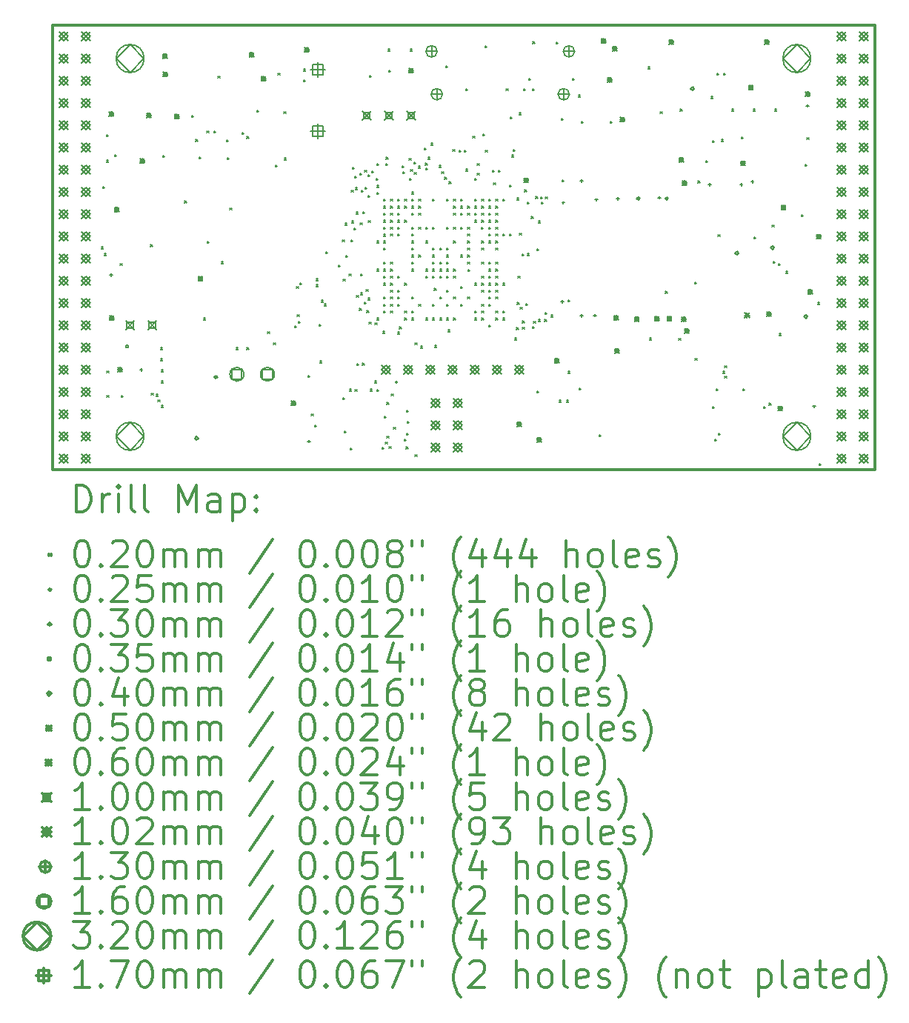
<source format=gbr>
%FSLAX45Y45*%
G04 Gerber Fmt 4.5, Leading zero omitted, Abs format (unit mm)*
G04 Created by KiCad (PCBNEW 5.0.0+dfsg1-1) date Sun Aug 19 11:20:53 2018*
%MOMM*%
%LPD*%
G01*
G04 APERTURE LIST*
%ADD10C,0.300000*%
%ADD11C,0.200000*%
G04 APERTURE END LIST*
D10*
X9410000Y-6142000D02*
X9410000Y-11222000D01*
X18808000Y-6142000D02*
X9410000Y-6142000D01*
X18808000Y-11222000D02*
X18808000Y-6142000D01*
X9410000Y-11222000D02*
X18808000Y-11222000D01*
D11*
X9969000Y-8676600D02*
X9989000Y-8696600D01*
X9989000Y-8676600D02*
X9969000Y-8696600D01*
X9990550Y-7986200D02*
X10010550Y-8006200D01*
X10010550Y-7986200D02*
X9990550Y-8006200D01*
X10007100Y-8752800D02*
X10027100Y-8772800D01*
X10027100Y-8752800D02*
X10007100Y-8772800D01*
X10032500Y-7393900D02*
X10052500Y-7413900D01*
X10052500Y-7393900D02*
X10032500Y-7413900D01*
X10032500Y-7686000D02*
X10052500Y-7706000D01*
X10052500Y-7686000D02*
X10032500Y-7706000D01*
X10035000Y-10094400D02*
X10055000Y-10114400D01*
X10055000Y-10094400D02*
X10035000Y-10114400D01*
X10035000Y-10373800D02*
X10055000Y-10393800D01*
X10055000Y-10373800D02*
X10035000Y-10393800D01*
X10125400Y-7619700D02*
X10145400Y-7639700D01*
X10145400Y-7619700D02*
X10125400Y-7639700D01*
X10187400Y-8868850D02*
X10207400Y-8888850D01*
X10207400Y-8868850D02*
X10187400Y-8888850D01*
X10200100Y-10373800D02*
X10220100Y-10393800D01*
X10220100Y-10373800D02*
X10200100Y-10393800D01*
X10535450Y-8649900D02*
X10555450Y-8669900D01*
X10555450Y-8649900D02*
X10535450Y-8669900D01*
X10543000Y-10348400D02*
X10563000Y-10368400D01*
X10563000Y-10348400D02*
X10543000Y-10368400D01*
X10595970Y-10361643D02*
X10615970Y-10381643D01*
X10615970Y-10361643D02*
X10595970Y-10381643D01*
X10619200Y-10424600D02*
X10639200Y-10444600D01*
X10639200Y-10424600D02*
X10619200Y-10444600D01*
X10650950Y-9827700D02*
X10670950Y-9847700D01*
X10670950Y-9827700D02*
X10650950Y-9847700D01*
X10650950Y-9954700D02*
X10670950Y-9974700D01*
X10670950Y-9954700D02*
X10650950Y-9974700D01*
X10657300Y-10081700D02*
X10677300Y-10101700D01*
X10677300Y-10081700D02*
X10657300Y-10101700D01*
X10657300Y-10208701D02*
X10677300Y-10228701D01*
X10677300Y-10208701D02*
X10657300Y-10228701D01*
X10657300Y-10488100D02*
X10677300Y-10508100D01*
X10677300Y-10488100D02*
X10657300Y-10508100D01*
X10671500Y-7632400D02*
X10691500Y-7652400D01*
X10691500Y-7632400D02*
X10671500Y-7652400D01*
X10924000Y-8151300D02*
X10944000Y-8171300D01*
X10944000Y-8151300D02*
X10924000Y-8171300D01*
X11001700Y-7175200D02*
X11021700Y-7195200D01*
X11021700Y-7175200D02*
X11001700Y-7195200D01*
X11049908Y-7448938D02*
X11069908Y-7468938D01*
X11069908Y-7448938D02*
X11049908Y-7468938D01*
X11090600Y-7645100D02*
X11110600Y-7665100D01*
X11110600Y-7645100D02*
X11090600Y-7665100D01*
X11137400Y-9489400D02*
X11157400Y-9509400D01*
X11157400Y-9489400D02*
X11137400Y-9509400D01*
X11178000Y-7350000D02*
X11198000Y-7370000D01*
X11198000Y-7350000D02*
X11178000Y-7370000D01*
X11179522Y-8615379D02*
X11199522Y-8635379D01*
X11199522Y-8615379D02*
X11179522Y-8635379D01*
X11258000Y-7350000D02*
X11278000Y-7370000D01*
X11278000Y-7350000D02*
X11258000Y-7370000D01*
X11305725Y-6724363D02*
X11325725Y-6744363D01*
X11325725Y-6724363D02*
X11305725Y-6744363D01*
X11344600Y-8845973D02*
X11364600Y-8865973D01*
X11364600Y-8845973D02*
X11344600Y-8865973D01*
X11400408Y-7451220D02*
X11420408Y-7471220D01*
X11420408Y-7451220D02*
X11400408Y-7471220D01*
X11408100Y-7657800D02*
X11428100Y-7677800D01*
X11428100Y-7657800D02*
X11408100Y-7677800D01*
X11441393Y-8230943D02*
X11461393Y-8250943D01*
X11461393Y-8230943D02*
X11441393Y-8250943D01*
X11514550Y-9827700D02*
X11534550Y-9847700D01*
X11534550Y-9827700D02*
X11514550Y-9847700D01*
X11578000Y-7370000D02*
X11598000Y-7390000D01*
X11598000Y-7370000D02*
X11578000Y-7390000D01*
X11633852Y-9827700D02*
X11653852Y-9847700D01*
X11653852Y-9827700D02*
X11633852Y-9847700D01*
X11635200Y-7414700D02*
X11655200Y-7434700D01*
X11655200Y-7414700D02*
X11635200Y-7434700D01*
X11747000Y-7114500D02*
X11767000Y-7134500D01*
X11767000Y-7114500D02*
X11747000Y-7134500D01*
X11870412Y-9644112D02*
X11890412Y-9664112D01*
X11890412Y-9644112D02*
X11870412Y-9664112D01*
X11940000Y-9772000D02*
X11960000Y-9792000D01*
X11960000Y-9772000D02*
X11940000Y-9792000D01*
X11959215Y-7739412D02*
X11979215Y-7759412D01*
X11979215Y-7739412D02*
X11959215Y-7759412D01*
X11990800Y-6690800D02*
X12010800Y-6710800D01*
X12010800Y-6690800D02*
X11990800Y-6710800D01*
X12056498Y-7133651D02*
X12076498Y-7153651D01*
X12076498Y-7133651D02*
X12056498Y-7153651D01*
X12063993Y-7659408D02*
X12083993Y-7679408D01*
X12083993Y-7659408D02*
X12063993Y-7679408D01*
X12182800Y-9575500D02*
X12202800Y-9595500D01*
X12202800Y-9575500D02*
X12182800Y-9595500D01*
X12201657Y-9128657D02*
X12221657Y-9148657D01*
X12221657Y-9128657D02*
X12201657Y-9148657D01*
X12210364Y-9448538D02*
X12230364Y-9468538D01*
X12230364Y-9448538D02*
X12210364Y-9468538D01*
X12220900Y-9524700D02*
X12240900Y-9544700D01*
X12240900Y-9524700D02*
X12220900Y-9544700D01*
X12242096Y-9088217D02*
X12262096Y-9108217D01*
X12262096Y-9088217D02*
X12242096Y-9108217D01*
X12282618Y-6643232D02*
X12302618Y-6663232D01*
X12302618Y-6643232D02*
X12282618Y-6663232D01*
X12284400Y-6768800D02*
X12304400Y-6788800D01*
X12304400Y-6768800D02*
X12284400Y-6788800D01*
X12332545Y-10146435D02*
X12352545Y-10166435D01*
X12352545Y-10146435D02*
X12332545Y-10166435D01*
X12370241Y-10586650D02*
X12390241Y-10606650D01*
X12390241Y-10586650D02*
X12370241Y-10606650D01*
X12410242Y-10710764D02*
X12430242Y-10730764D01*
X12430242Y-10710764D02*
X12410242Y-10730764D01*
X12423701Y-9107100D02*
X12443701Y-9127100D01*
X12443701Y-9107100D02*
X12423701Y-9127100D01*
X12423702Y-9038791D02*
X12443702Y-9058791D01*
X12443702Y-9038791D02*
X12423702Y-9058791D01*
X12460700Y-9561000D02*
X12480700Y-9581000D01*
X12480700Y-9561000D02*
X12460700Y-9581000D01*
X12467050Y-9980100D02*
X12487050Y-10000100D01*
X12487050Y-9980100D02*
X12467050Y-10000100D01*
X12486399Y-9285661D02*
X12506399Y-9305661D01*
X12506399Y-9285661D02*
X12486399Y-9305661D01*
X12519149Y-9329350D02*
X12539149Y-9349350D01*
X12539149Y-9329350D02*
X12519149Y-9349350D01*
X12538837Y-8731087D02*
X12558837Y-8751087D01*
X12558837Y-8731087D02*
X12538837Y-8751087D01*
X12682329Y-8882979D02*
X12702329Y-8902979D01*
X12702329Y-8882979D02*
X12682329Y-8902979D01*
X12727400Y-8595800D02*
X12747400Y-8615800D01*
X12747400Y-8595800D02*
X12727400Y-8615800D01*
X12731909Y-10397773D02*
X12751909Y-10417773D01*
X12751909Y-10397773D02*
X12731909Y-10417773D01*
X12733834Y-9045740D02*
X12753834Y-9065740D01*
X12753834Y-9045740D02*
X12733834Y-9065740D01*
X12748660Y-10777504D02*
X12768660Y-10797504D01*
X12768660Y-10777504D02*
X12748660Y-10797504D01*
X12759150Y-8405300D02*
X12779150Y-8425300D01*
X12779150Y-8405300D02*
X12759150Y-8425300D01*
X12764768Y-8776012D02*
X12784768Y-8796012D01*
X12784768Y-8776012D02*
X12764768Y-8796012D01*
X12803218Y-8983018D02*
X12823218Y-9003018D01*
X12823218Y-8983018D02*
X12803218Y-9003018D01*
X12808750Y-10300900D02*
X12828750Y-10320900D01*
X12828750Y-10300900D02*
X12808750Y-10320900D01*
X12815100Y-10974000D02*
X12835100Y-10994000D01*
X12835100Y-10974000D02*
X12815100Y-10994000D01*
X12824072Y-8596207D02*
X12844072Y-8616207D01*
X12844072Y-8596207D02*
X12824072Y-8616207D01*
X12829000Y-8030650D02*
X12849000Y-8050650D01*
X12849000Y-8030650D02*
X12829000Y-8050650D01*
X12835350Y-8379900D02*
X12855350Y-8399900D01*
X12855350Y-8379900D02*
X12835350Y-8399900D01*
X12841700Y-7765451D02*
X12861700Y-7785451D01*
X12861700Y-7765451D02*
X12841700Y-7785451D01*
X12860114Y-8462438D02*
X12880114Y-8482438D01*
X12880114Y-8462438D02*
X12860114Y-8482438D01*
X12867100Y-7865550D02*
X12887100Y-7885550D01*
X12887100Y-7865550D02*
X12867100Y-7885550D01*
X12870682Y-10308590D02*
X12890682Y-10328590D01*
X12890682Y-10308590D02*
X12870682Y-10328590D01*
X12873450Y-7998900D02*
X12893450Y-8018900D01*
X12893450Y-7998900D02*
X12873450Y-8018900D01*
X12886150Y-8278300D02*
X12906150Y-8298300D01*
X12906150Y-8278300D02*
X12886150Y-8298300D01*
X12886283Y-9229083D02*
X12906283Y-9249083D01*
X12906283Y-9229083D02*
X12886283Y-9249083D01*
X12890520Y-10007480D02*
X12910520Y-10027480D01*
X12910520Y-10007480D02*
X12890520Y-10027480D01*
X12921835Y-9377845D02*
X12941835Y-9397845D01*
X12941835Y-9377845D02*
X12921835Y-9397845D01*
X12924250Y-7833800D02*
X12944250Y-7853800D01*
X12944250Y-7833800D02*
X12924250Y-7853800D01*
X12930501Y-8400852D02*
X12950501Y-8420852D01*
X12950501Y-8400852D02*
X12930501Y-8420852D01*
X12934924Y-8983794D02*
X12954924Y-9003794D01*
X12954924Y-8983794D02*
X12934924Y-9003794D01*
X12935750Y-9202350D02*
X12955750Y-9222350D01*
X12955750Y-9202350D02*
X12935750Y-9222350D01*
X12940751Y-8030650D02*
X12960751Y-8050650D01*
X12960751Y-8030650D02*
X12940751Y-8050650D01*
X12956000Y-10005500D02*
X12976000Y-10025500D01*
X12976000Y-10005500D02*
X12956000Y-10025500D01*
X12962350Y-8273851D02*
X12982350Y-8293851D01*
X12982350Y-8273851D02*
X12962350Y-8293851D01*
X12976189Y-9308896D02*
X12996189Y-9328896D01*
X12996189Y-9308896D02*
X12976189Y-9328896D01*
X12981400Y-7802050D02*
X13001400Y-7822050D01*
X13001400Y-7802050D02*
X12981400Y-7822050D01*
X12984711Y-7994431D02*
X13004711Y-8014431D01*
X13004711Y-7994431D02*
X12984711Y-8014431D01*
X12999250Y-9164250D02*
X13019250Y-9184250D01*
X13019250Y-9164250D02*
X12999250Y-9184250D01*
X13007618Y-9405227D02*
X13027618Y-9425227D01*
X13027618Y-9405227D02*
X13007618Y-9425227D01*
X13018300Y-9259500D02*
X13038300Y-9279500D01*
X13038300Y-9259500D02*
X13018300Y-9279500D01*
X13018305Y-7852464D02*
X13038305Y-7872464D01*
X13038305Y-7852464D02*
X13018305Y-7872464D01*
X13019500Y-8087800D02*
X13039500Y-8107800D01*
X13039500Y-8087800D02*
X13019500Y-8107800D01*
X13023410Y-8375410D02*
X13043410Y-8395410D01*
X13043410Y-8375410D02*
X13023410Y-8395410D01*
X13030548Y-9536431D02*
X13050548Y-9556431D01*
X13050548Y-9536431D02*
X13030548Y-9556431D01*
X13033700Y-6718000D02*
X13053700Y-6738000D01*
X13053700Y-6718000D02*
X13033700Y-6738000D01*
X13043700Y-10300900D02*
X13063700Y-10320900D01*
X13063700Y-10300900D02*
X13043700Y-10320900D01*
X13063950Y-7808400D02*
X13083950Y-7828400D01*
X13083950Y-7808400D02*
X13063950Y-7828400D01*
X13093907Y-10208700D02*
X13113907Y-10228700D01*
X13113907Y-10208700D02*
X13093907Y-10228700D01*
X13098471Y-9546418D02*
X13118471Y-9566418D01*
X13118471Y-9546418D02*
X13098471Y-9566418D01*
X13114818Y-7892343D02*
X13134818Y-7912343D01*
X13134818Y-7892343D02*
X13114818Y-7912343D01*
X13118000Y-8052363D02*
X13138000Y-8072363D01*
X13138000Y-8052363D02*
X13118000Y-8072363D01*
X13118000Y-8610000D02*
X13138000Y-8630000D01*
X13138000Y-8610000D02*
X13118000Y-8630000D01*
X13118000Y-8930000D02*
X13138000Y-8950000D01*
X13138000Y-8930000D02*
X13118000Y-8950000D01*
X13118000Y-9490000D02*
X13138000Y-9510000D01*
X13138000Y-9490000D02*
X13118000Y-9510000D01*
X13118565Y-7722735D02*
X13138565Y-7742735D01*
X13138565Y-7722735D02*
X13118565Y-7742735D01*
X13119785Y-7972345D02*
X13139785Y-7992345D01*
X13139785Y-7972345D02*
X13119785Y-7992345D01*
X13119900Y-10307250D02*
X13139900Y-10327250D01*
X13139900Y-10307250D02*
X13119900Y-10327250D01*
X13178250Y-10964350D02*
X13198250Y-10984350D01*
X13198250Y-10964350D02*
X13178250Y-10984350D01*
X13189750Y-9640500D02*
X13209750Y-9660500D01*
X13209750Y-9640500D02*
X13189750Y-9660500D01*
X13197734Y-9090201D02*
X13217734Y-9110201D01*
X13217734Y-9090201D02*
X13197734Y-9110201D01*
X13198000Y-8130000D02*
X13218000Y-8150000D01*
X13218000Y-8130000D02*
X13198000Y-8150000D01*
X13198000Y-8210000D02*
X13218000Y-8230000D01*
X13218000Y-8210000D02*
X13198000Y-8230000D01*
X13198000Y-8290000D02*
X13218000Y-8310000D01*
X13218000Y-8290000D02*
X13198000Y-8310000D01*
X13198000Y-8370000D02*
X13218000Y-8390000D01*
X13218000Y-8370000D02*
X13198000Y-8390000D01*
X13198000Y-8450000D02*
X13218000Y-8470000D01*
X13218000Y-8450000D02*
X13198000Y-8470000D01*
X13198000Y-8531500D02*
X13218000Y-8551500D01*
X13218000Y-8531500D02*
X13198000Y-8551500D01*
X13198000Y-8610000D02*
X13218000Y-8630000D01*
X13218000Y-8610000D02*
X13198000Y-8630000D01*
X13198000Y-8690000D02*
X13218000Y-8710000D01*
X13218000Y-8690000D02*
X13198000Y-8710000D01*
X13198000Y-8850000D02*
X13218000Y-8870000D01*
X13218000Y-8850000D02*
X13198000Y-8870000D01*
X13198000Y-8930000D02*
X13218000Y-8950000D01*
X13218000Y-8930000D02*
X13198000Y-8950000D01*
X13198000Y-9010000D02*
X13218000Y-9030000D01*
X13218000Y-9010000D02*
X13198000Y-9030000D01*
X13198000Y-9250000D02*
X13218000Y-9270000D01*
X13218000Y-9250000D02*
X13198000Y-9270000D01*
X13198000Y-9330000D02*
X13218000Y-9350000D01*
X13218000Y-9330000D02*
X13198000Y-9350000D01*
X13198000Y-9410000D02*
X13218000Y-9430000D01*
X13218000Y-9410000D02*
X13198000Y-9430000D01*
X13206286Y-10608587D02*
X13226286Y-10628587D01*
X13226286Y-10608587D02*
X13206286Y-10628587D01*
X13217511Y-10908296D02*
X13237511Y-10928296D01*
X13237511Y-10908296D02*
X13217511Y-10928296D01*
X13220903Y-7724256D02*
X13240903Y-7744256D01*
X13240903Y-7724256D02*
X13220903Y-7744256D01*
X13227850Y-7652950D02*
X13247850Y-7672950D01*
X13247850Y-7652950D02*
X13227850Y-7672950D01*
X13234200Y-10453300D02*
X13254200Y-10473300D01*
X13254200Y-10453300D02*
X13234200Y-10473300D01*
X13234200Y-10840650D02*
X13254200Y-10860650D01*
X13254200Y-10840650D02*
X13234200Y-10860650D01*
X13245600Y-6416000D02*
X13265600Y-6436000D01*
X13265600Y-6416000D02*
X13245600Y-6436000D01*
X13258300Y-6657300D02*
X13278300Y-6677300D01*
X13278300Y-6657300D02*
X13258300Y-6677300D01*
X13260800Y-10958000D02*
X13280800Y-10978000D01*
X13280800Y-10958000D02*
X13260800Y-10978000D01*
X13278000Y-8130000D02*
X13298000Y-8150000D01*
X13298000Y-8130000D02*
X13278000Y-8150000D01*
X13278000Y-8210000D02*
X13298000Y-8230000D01*
X13298000Y-8210000D02*
X13278000Y-8230000D01*
X13278000Y-8290000D02*
X13298000Y-8310000D01*
X13298000Y-8290000D02*
X13278000Y-8310000D01*
X13278000Y-8370000D02*
X13298000Y-8390000D01*
X13298000Y-8370000D02*
X13278000Y-8390000D01*
X13278000Y-8450000D02*
X13298000Y-8470000D01*
X13298000Y-8450000D02*
X13278000Y-8470000D01*
X13278000Y-8530000D02*
X13298000Y-8550000D01*
X13298000Y-8530000D02*
X13278000Y-8550000D01*
X13278000Y-8850000D02*
X13298000Y-8870000D01*
X13298000Y-8850000D02*
X13278000Y-8870000D01*
X13278000Y-8930000D02*
X13298000Y-8950000D01*
X13298000Y-8930000D02*
X13278000Y-8950000D01*
X13278000Y-9010000D02*
X13298000Y-9030000D01*
X13298000Y-9010000D02*
X13278000Y-9030000D01*
X13278000Y-9090000D02*
X13298000Y-9110000D01*
X13298000Y-9090000D02*
X13278000Y-9110000D01*
X13278000Y-9170000D02*
X13298000Y-9190000D01*
X13298000Y-9170000D02*
X13278000Y-9190000D01*
X13278000Y-9250000D02*
X13298000Y-9270000D01*
X13298000Y-9250000D02*
X13278000Y-9270000D01*
X13278000Y-9330000D02*
X13298000Y-9350000D01*
X13298000Y-9330000D02*
X13278000Y-9350000D01*
X13278000Y-9410000D02*
X13298000Y-9430000D01*
X13298000Y-9410000D02*
X13278000Y-9430000D01*
X13285000Y-10358050D02*
X13305000Y-10378050D01*
X13305000Y-10358050D02*
X13285000Y-10378050D01*
X13311600Y-10736500D02*
X13331600Y-10756500D01*
X13331600Y-10736500D02*
X13311600Y-10756500D01*
X13358000Y-8130000D02*
X13378000Y-8150000D01*
X13378000Y-8130000D02*
X13358000Y-8150000D01*
X13358000Y-8210000D02*
X13378000Y-8230000D01*
X13378000Y-8210000D02*
X13358000Y-8230000D01*
X13358000Y-8290000D02*
X13378000Y-8310000D01*
X13378000Y-8290000D02*
X13358000Y-8310000D01*
X13358000Y-8370000D02*
X13378000Y-8390000D01*
X13378000Y-8370000D02*
X13358000Y-8390000D01*
X13358000Y-8450000D02*
X13378000Y-8470000D01*
X13378000Y-8450000D02*
X13358000Y-8470000D01*
X13358000Y-8530000D02*
X13378000Y-8550000D01*
X13378000Y-8530000D02*
X13358000Y-8550000D01*
X13358000Y-9010000D02*
X13378000Y-9030000D01*
X13378000Y-9010000D02*
X13358000Y-9030000D01*
X13358000Y-9170000D02*
X13378000Y-9190000D01*
X13378000Y-9170000D02*
X13358000Y-9190000D01*
X13358000Y-9250000D02*
X13378000Y-9270000D01*
X13378000Y-9250000D02*
X13358000Y-9270000D01*
X13358000Y-9330000D02*
X13378000Y-9350000D01*
X13378000Y-9330000D02*
X13358000Y-9350000D01*
X13358000Y-9650000D02*
X13378000Y-9670000D01*
X13378000Y-9650000D02*
X13358000Y-9670000D01*
X13378000Y-9590000D02*
X13398000Y-9610000D01*
X13398000Y-9590000D02*
X13378000Y-9610000D01*
X13411163Y-7748395D02*
X13431163Y-7768395D01*
X13431163Y-7748395D02*
X13411163Y-7768395D01*
X13415020Y-7815418D02*
X13435020Y-7835418D01*
X13435020Y-7815418D02*
X13415020Y-7835418D01*
X13436400Y-10874197D02*
X13456400Y-10894197D01*
X13456400Y-10874197D02*
X13436400Y-10894197D01*
X13438000Y-8130000D02*
X13458000Y-8150000D01*
X13458000Y-8130000D02*
X13438000Y-8150000D01*
X13438000Y-8210000D02*
X13458000Y-8230000D01*
X13458000Y-8210000D02*
X13438000Y-8230000D01*
X13438000Y-8370000D02*
X13458000Y-8390000D01*
X13458000Y-8370000D02*
X13438000Y-8390000D01*
X13438000Y-9090000D02*
X13458000Y-9110000D01*
X13458000Y-9090000D02*
X13438000Y-9110000D01*
X13438000Y-9410000D02*
X13458000Y-9430000D01*
X13458000Y-9410000D02*
X13438000Y-9430000D01*
X13438000Y-9490000D02*
X13458000Y-9510000D01*
X13458000Y-9490000D02*
X13438000Y-9510000D01*
X13453687Y-10961995D02*
X13473687Y-10981995D01*
X13473687Y-10961995D02*
X13453687Y-10981995D01*
X13457587Y-10803159D02*
X13477587Y-10823159D01*
X13477587Y-10803159D02*
X13457587Y-10823159D01*
X13460735Y-10540845D02*
X13480735Y-10560845D01*
X13480735Y-10540845D02*
X13460735Y-10560845D01*
X13465065Y-10671051D02*
X13485065Y-10691051D01*
X13485065Y-10671051D02*
X13465065Y-10691051D01*
X13489399Y-7662350D02*
X13509399Y-7682350D01*
X13509399Y-7662350D02*
X13489399Y-7682350D01*
X13492132Y-7892495D02*
X13512132Y-7912495D01*
X13512132Y-7892495D02*
X13492132Y-7912495D01*
X13499600Y-6416000D02*
X13519600Y-6436000D01*
X13519600Y-6416000D02*
X13499600Y-6436000D01*
X13507250Y-7792650D02*
X13527250Y-7812650D01*
X13527250Y-7792650D02*
X13507250Y-7812650D01*
X13518000Y-8050000D02*
X13538000Y-8070000D01*
X13538000Y-8050000D02*
X13518000Y-8070000D01*
X13518000Y-8130000D02*
X13538000Y-8150000D01*
X13538000Y-8130000D02*
X13518000Y-8150000D01*
X13518000Y-8210000D02*
X13538000Y-8230000D01*
X13538000Y-8210000D02*
X13518000Y-8230000D01*
X13518000Y-8290000D02*
X13538000Y-8310000D01*
X13538000Y-8290000D02*
X13518000Y-8310000D01*
X13518000Y-8450000D02*
X13538000Y-8470000D01*
X13538000Y-8450000D02*
X13518000Y-8470000D01*
X13518000Y-8530000D02*
X13538000Y-8550000D01*
X13538000Y-8530000D02*
X13518000Y-8550000D01*
X13518000Y-8610000D02*
X13538000Y-8630000D01*
X13538000Y-8610000D02*
X13518000Y-8630000D01*
X13518000Y-8690000D02*
X13538000Y-8710000D01*
X13538000Y-8690000D02*
X13518000Y-8710000D01*
X13518000Y-8770000D02*
X13538000Y-8790000D01*
X13538000Y-8770000D02*
X13518000Y-8790000D01*
X13518000Y-8850000D02*
X13538000Y-8870000D01*
X13538000Y-8850000D02*
X13518000Y-8870000D01*
X13518000Y-8930000D02*
X13538000Y-8950000D01*
X13538000Y-8930000D02*
X13518000Y-8950000D01*
X13518000Y-9250000D02*
X13538000Y-9270000D01*
X13538000Y-9250000D02*
X13518000Y-9270000D01*
X13518000Y-9410000D02*
X13538000Y-9430000D01*
X13538000Y-9410000D02*
X13518000Y-9430000D01*
X13518000Y-9490000D02*
X13538000Y-9510000D01*
X13538000Y-9490000D02*
X13518000Y-9510000D01*
X13546550Y-7706800D02*
X13566550Y-7726800D01*
X13566550Y-7706800D02*
X13546550Y-7726800D01*
X13549150Y-7827659D02*
X13569150Y-7847659D01*
X13569150Y-7827659D02*
X13549150Y-7847659D01*
X13555656Y-11051071D02*
X13575656Y-11071071D01*
X13575656Y-11051071D02*
X13555656Y-11071071D01*
X13558000Y-9770000D02*
X13578000Y-9790000D01*
X13578000Y-9770000D02*
X13558000Y-9790000D01*
X13594882Y-7754550D02*
X13614882Y-7774550D01*
X13614882Y-7754550D02*
X13594882Y-7774550D01*
X13598000Y-8130000D02*
X13618000Y-8150000D01*
X13618000Y-8130000D02*
X13598000Y-8150000D01*
X13598000Y-8210000D02*
X13618000Y-8230000D01*
X13618000Y-8210000D02*
X13598000Y-8230000D01*
X13598000Y-8290000D02*
X13618000Y-8310000D01*
X13618000Y-8290000D02*
X13598000Y-8310000D01*
X13598000Y-8450000D02*
X13618000Y-8470000D01*
X13618000Y-8450000D02*
X13598000Y-8470000D01*
X13598000Y-8770000D02*
X13618000Y-8790000D01*
X13618000Y-8770000D02*
X13598000Y-8790000D01*
X13598000Y-9330000D02*
X13618000Y-9350000D01*
X13618000Y-9330000D02*
X13598000Y-9350000D01*
X13618000Y-9810000D02*
X13638000Y-9830000D01*
X13638000Y-9810000D02*
X13618000Y-9830000D01*
X13664259Y-7547941D02*
X13684259Y-7567941D01*
X13684259Y-7547941D02*
X13664259Y-7567941D01*
X13676320Y-7718760D02*
X13696320Y-7738760D01*
X13696320Y-7718760D02*
X13676320Y-7738760D01*
X13678000Y-8450000D02*
X13698000Y-8470000D01*
X13698000Y-8450000D02*
X13678000Y-8470000D01*
X13678000Y-8610000D02*
X13698000Y-8630000D01*
X13698000Y-8610000D02*
X13678000Y-8630000D01*
X13678000Y-8930000D02*
X13698000Y-8950000D01*
X13698000Y-8930000D02*
X13678000Y-8950000D01*
X13678000Y-9010000D02*
X13698000Y-9030000D01*
X13698000Y-9010000D02*
X13678000Y-9030000D01*
X13678000Y-9490000D02*
X13698000Y-9510000D01*
X13698000Y-9490000D02*
X13678000Y-9510000D01*
X13679461Y-7776107D02*
X13699461Y-7796107D01*
X13699461Y-7776107D02*
X13679461Y-7796107D01*
X13707437Y-7652487D02*
X13727437Y-7672487D01*
X13727437Y-7652487D02*
X13707437Y-7672487D01*
X13738000Y-7490000D02*
X13758000Y-7510000D01*
X13758000Y-7490000D02*
X13738000Y-7510000D01*
X13758000Y-8130000D02*
X13778000Y-8150000D01*
X13778000Y-8130000D02*
X13758000Y-8150000D01*
X13758000Y-8450000D02*
X13778000Y-8470000D01*
X13778000Y-8450000D02*
X13758000Y-8470000D01*
X13758000Y-8690000D02*
X13778000Y-8710000D01*
X13778000Y-8690000D02*
X13758000Y-8710000D01*
X13758000Y-8770000D02*
X13778000Y-8790000D01*
X13778000Y-8770000D02*
X13758000Y-8790000D01*
X13758000Y-8850000D02*
X13778000Y-8870000D01*
X13778000Y-8850000D02*
X13758000Y-8870000D01*
X13758000Y-8930000D02*
X13778000Y-8950000D01*
X13778000Y-8930000D02*
X13758000Y-8950000D01*
X13758000Y-9010000D02*
X13778000Y-9030000D01*
X13778000Y-9010000D02*
X13758000Y-9030000D01*
X13758000Y-9330000D02*
X13778000Y-9350000D01*
X13778000Y-9330000D02*
X13758000Y-9350000D01*
X13758000Y-9490000D02*
X13778000Y-9510000D01*
X13778000Y-9490000D02*
X13758000Y-9510000D01*
X13778000Y-9150000D02*
X13798000Y-9170000D01*
X13798000Y-9150000D02*
X13778000Y-9170000D01*
X13781499Y-9802300D02*
X13801499Y-9822300D01*
X13801499Y-9802300D02*
X13781499Y-9822300D01*
X13830592Y-7745154D02*
X13850592Y-7765154D01*
X13850592Y-7745154D02*
X13830592Y-7765154D01*
X13838000Y-8690000D02*
X13858000Y-8710000D01*
X13858000Y-8690000D02*
X13838000Y-8710000D01*
X13838000Y-8850000D02*
X13858000Y-8870000D01*
X13858000Y-8850000D02*
X13838000Y-8870000D01*
X13838000Y-8930000D02*
X13858000Y-8950000D01*
X13858000Y-8930000D02*
X13838000Y-8950000D01*
X13838000Y-9010000D02*
X13858000Y-9030000D01*
X13858000Y-9010000D02*
X13838000Y-9030000D01*
X13838000Y-9250000D02*
X13858000Y-9270000D01*
X13858000Y-9250000D02*
X13838000Y-9270000D01*
X13838000Y-9490000D02*
X13858000Y-9510000D01*
X13858000Y-9490000D02*
X13838000Y-9510000D01*
X13862850Y-7818050D02*
X13882850Y-7838050D01*
X13882850Y-7818050D02*
X13862850Y-7838050D01*
X13894600Y-7881550D02*
X13914600Y-7901550D01*
X13914600Y-7881550D02*
X13894600Y-7901550D01*
X13910000Y-6603700D02*
X13930000Y-6623700D01*
X13930000Y-6603700D02*
X13910000Y-6623700D01*
X13918000Y-8130000D02*
X13938000Y-8150000D01*
X13938000Y-8130000D02*
X13918000Y-8150000D01*
X13918000Y-8450000D02*
X13938000Y-8470000D01*
X13938000Y-8450000D02*
X13918000Y-8470000D01*
X13918000Y-8690000D02*
X13938000Y-8710000D01*
X13938000Y-8690000D02*
X13918000Y-8710000D01*
X13918000Y-8770000D02*
X13938000Y-8790000D01*
X13938000Y-8770000D02*
X13918000Y-8790000D01*
X13918000Y-8850000D02*
X13938000Y-8870000D01*
X13938000Y-8850000D02*
X13918000Y-8870000D01*
X13918000Y-8930000D02*
X13938000Y-8950000D01*
X13938000Y-8930000D02*
X13918000Y-8950000D01*
X13918000Y-9010000D02*
X13938000Y-9030000D01*
X13938000Y-9010000D02*
X13918000Y-9030000D01*
X13918000Y-9170000D02*
X13938000Y-9190000D01*
X13938000Y-9170000D02*
X13918000Y-9190000D01*
X13918000Y-9330000D02*
X13938000Y-9350000D01*
X13938000Y-9330000D02*
X13918000Y-9350000D01*
X13918000Y-9490000D02*
X13938000Y-9510000D01*
X13938000Y-9490000D02*
X13918000Y-9510000D01*
X13933900Y-9624500D02*
X13953900Y-9644500D01*
X13953900Y-9624500D02*
X13933900Y-9644500D01*
X13945400Y-7932350D02*
X13965400Y-7952350D01*
X13965400Y-7932350D02*
X13945400Y-7952350D01*
X13989352Y-7565171D02*
X14009352Y-7585171D01*
X14009352Y-7565171D02*
X13989352Y-7585171D01*
X13996000Y-8292000D02*
X14016000Y-8312000D01*
X14016000Y-8292000D02*
X13996000Y-8312000D01*
X13998000Y-8130000D02*
X14018000Y-8150000D01*
X14018000Y-8130000D02*
X13998000Y-8150000D01*
X13998000Y-8210000D02*
X14018000Y-8230000D01*
X14018000Y-8210000D02*
X13998000Y-8230000D01*
X13998000Y-8450000D02*
X14018000Y-8470000D01*
X14018000Y-8450000D02*
X13998000Y-8470000D01*
X13998000Y-8610000D02*
X14018000Y-8630000D01*
X14018000Y-8610000D02*
X13998000Y-8630000D01*
X13998000Y-8930000D02*
X14018000Y-8950000D01*
X14018000Y-8930000D02*
X13998000Y-8950000D01*
X13998000Y-9010000D02*
X14018000Y-9030000D01*
X14018000Y-9010000D02*
X13998000Y-9030000D01*
X13998000Y-9250000D02*
X14018000Y-9270000D01*
X14018000Y-9250000D02*
X13998000Y-9270000D01*
X13998000Y-9490000D02*
X14018000Y-9510000D01*
X14018000Y-9490000D02*
X13998000Y-9510000D01*
X14058000Y-7570000D02*
X14078000Y-7590000D01*
X14078000Y-7570000D02*
X14058000Y-7590000D01*
X14078000Y-8130000D02*
X14098000Y-8150000D01*
X14098000Y-8130000D02*
X14078000Y-8150000D01*
X14078000Y-8210000D02*
X14098000Y-8230000D01*
X14098000Y-8210000D02*
X14078000Y-8230000D01*
X14078000Y-8290000D02*
X14098000Y-8310000D01*
X14098000Y-8290000D02*
X14078000Y-8310000D01*
X14078000Y-8450000D02*
X14098000Y-8470000D01*
X14098000Y-8450000D02*
X14078000Y-8470000D01*
X14078000Y-8770000D02*
X14098000Y-8790000D01*
X14098000Y-8770000D02*
X14078000Y-8790000D01*
X14078000Y-9130000D02*
X14098000Y-9150000D01*
X14098000Y-9130000D02*
X14078000Y-9150000D01*
X14078000Y-9330000D02*
X14098000Y-9350000D01*
X14098000Y-9330000D02*
X14078000Y-9350000D01*
X14118000Y-7570000D02*
X14138000Y-7590000D01*
X14138000Y-7570000D02*
X14118000Y-7590000D01*
X14135900Y-7786300D02*
X14155900Y-7806300D01*
X14155900Y-7786300D02*
X14135900Y-7806300D01*
X14138000Y-6870000D02*
X14158000Y-6890000D01*
X14158000Y-6870000D02*
X14138000Y-6890000D01*
X14158000Y-8210000D02*
X14178000Y-8230000D01*
X14178000Y-8210000D02*
X14158000Y-8230000D01*
X14158000Y-8290000D02*
X14178000Y-8310000D01*
X14178000Y-8290000D02*
X14158000Y-8310000D01*
X14158000Y-8450000D02*
X14178000Y-8470000D01*
X14178000Y-8450000D02*
X14158000Y-8470000D01*
X14158000Y-8530000D02*
X14178000Y-8550000D01*
X14178000Y-8530000D02*
X14158000Y-8550000D01*
X14158000Y-8610000D02*
X14178000Y-8630000D01*
X14178000Y-8610000D02*
X14158000Y-8630000D01*
X14158000Y-8690000D02*
X14178000Y-8710000D01*
X14178000Y-8690000D02*
X14158000Y-8710000D01*
X14158000Y-8770000D02*
X14178000Y-8790000D01*
X14178000Y-8770000D02*
X14158000Y-8790000D01*
X14158000Y-8850000D02*
X14178000Y-8870000D01*
X14178000Y-8850000D02*
X14158000Y-8870000D01*
X14158000Y-9250000D02*
X14178000Y-9270000D01*
X14178000Y-9250000D02*
X14158000Y-9270000D01*
X14160000Y-8932000D02*
X14180000Y-8952000D01*
X14180000Y-8932000D02*
X14160000Y-8952000D01*
X14218000Y-7410000D02*
X14238000Y-7430000D01*
X14238000Y-7410000D02*
X14218000Y-7430000D01*
X14236000Y-8292000D02*
X14256000Y-8312000D01*
X14256000Y-8292000D02*
X14236000Y-8312000D01*
X14236377Y-7893109D02*
X14256377Y-7913109D01*
X14256377Y-7893109D02*
X14236377Y-7913109D01*
X14238000Y-8130000D02*
X14258000Y-8150000D01*
X14258000Y-8130000D02*
X14238000Y-8150000D01*
X14238000Y-8210000D02*
X14258000Y-8230000D01*
X14258000Y-8210000D02*
X14238000Y-8230000D01*
X14238000Y-8370000D02*
X14258000Y-8390000D01*
X14258000Y-8370000D02*
X14238000Y-8390000D01*
X14238000Y-9090000D02*
X14258000Y-9110000D01*
X14258000Y-9090000D02*
X14238000Y-9110000D01*
X14238000Y-9410000D02*
X14258000Y-9430000D01*
X14258000Y-9410000D02*
X14238000Y-9430000D01*
X14238000Y-9490000D02*
X14258000Y-9510000D01*
X14258000Y-9490000D02*
X14238000Y-9510000D01*
X14267329Y-7833800D02*
X14287329Y-7853800D01*
X14287329Y-7833800D02*
X14267329Y-7853800D01*
X14268583Y-7723660D02*
X14288583Y-7743660D01*
X14288583Y-7723660D02*
X14268583Y-7743660D01*
X14316000Y-8452000D02*
X14336000Y-8472000D01*
X14336000Y-8452000D02*
X14316000Y-8472000D01*
X14318000Y-8130000D02*
X14338000Y-8150000D01*
X14338000Y-8130000D02*
X14318000Y-8150000D01*
X14318000Y-8210000D02*
X14338000Y-8230000D01*
X14338000Y-8210000D02*
X14318000Y-8230000D01*
X14318000Y-8290000D02*
X14338000Y-8310000D01*
X14338000Y-8290000D02*
X14318000Y-8310000D01*
X14318000Y-8370000D02*
X14338000Y-8390000D01*
X14338000Y-8370000D02*
X14318000Y-8390000D01*
X14318000Y-8610000D02*
X14338000Y-8630000D01*
X14338000Y-8610000D02*
X14318000Y-8630000D01*
X14318000Y-8690000D02*
X14338000Y-8710000D01*
X14338000Y-8690000D02*
X14318000Y-8710000D01*
X14318000Y-8850000D02*
X14338000Y-8870000D01*
X14338000Y-8850000D02*
X14318000Y-8870000D01*
X14318000Y-9010000D02*
X14338000Y-9030000D01*
X14338000Y-9010000D02*
X14318000Y-9030000D01*
X14318000Y-9090000D02*
X14338000Y-9110000D01*
X14338000Y-9090000D02*
X14318000Y-9110000D01*
X14318000Y-9170000D02*
X14338000Y-9190000D01*
X14338000Y-9170000D02*
X14318000Y-9190000D01*
X14318000Y-9330000D02*
X14338000Y-9350000D01*
X14338000Y-9330000D02*
X14318000Y-9350000D01*
X14318000Y-9410000D02*
X14338000Y-9430000D01*
X14338000Y-9410000D02*
X14318000Y-9430000D01*
X14318000Y-9490000D02*
X14338000Y-9510000D01*
X14338000Y-9490000D02*
X14318000Y-9510000D01*
X14331863Y-7387513D02*
X14351863Y-7407513D01*
X14351863Y-7387513D02*
X14331863Y-7407513D01*
X14355067Y-6376252D02*
X14375067Y-6396252D01*
X14375067Y-6376252D02*
X14355067Y-6396252D01*
X14360888Y-7571730D02*
X14380888Y-7591730D01*
X14380888Y-7571730D02*
X14360888Y-7591730D01*
X14398000Y-9570000D02*
X14418000Y-9590000D01*
X14418000Y-9570000D02*
X14398000Y-9590000D01*
X14398000Y-8130000D02*
X14418000Y-8150000D01*
X14418000Y-8130000D02*
X14398000Y-8150000D01*
X14398000Y-8210000D02*
X14418000Y-8230000D01*
X14418000Y-8210000D02*
X14398000Y-8230000D01*
X14398000Y-8290000D02*
X14418000Y-8310000D01*
X14418000Y-8290000D02*
X14398000Y-8310000D01*
X14398000Y-8370000D02*
X14418000Y-8390000D01*
X14418000Y-8370000D02*
X14398000Y-8390000D01*
X14398000Y-8450000D02*
X14418000Y-8470000D01*
X14418000Y-8450000D02*
X14398000Y-8470000D01*
X14398000Y-8530000D02*
X14418000Y-8550000D01*
X14418000Y-8530000D02*
X14398000Y-8550000D01*
X14398000Y-8610000D02*
X14418000Y-8630000D01*
X14418000Y-8610000D02*
X14398000Y-8630000D01*
X14398000Y-8850000D02*
X14418000Y-8870000D01*
X14418000Y-8850000D02*
X14398000Y-8870000D01*
X14398000Y-8930000D02*
X14418000Y-8950000D01*
X14418000Y-8930000D02*
X14398000Y-8950000D01*
X14398000Y-9010000D02*
X14418000Y-9030000D01*
X14418000Y-9010000D02*
X14398000Y-9030000D01*
X14398000Y-9090000D02*
X14418000Y-9110000D01*
X14418000Y-9090000D02*
X14398000Y-9110000D01*
X14398000Y-9170000D02*
X14418000Y-9190000D01*
X14418000Y-9170000D02*
X14398000Y-9190000D01*
X14398000Y-9250000D02*
X14418000Y-9270000D01*
X14418000Y-9250000D02*
X14398000Y-9270000D01*
X14398000Y-9330000D02*
X14418000Y-9350000D01*
X14418000Y-9330000D02*
X14398000Y-9350000D01*
X14441900Y-7802050D02*
X14461900Y-7822050D01*
X14461900Y-7802050D02*
X14441900Y-7822050D01*
X14453400Y-7942279D02*
X14473400Y-7962279D01*
X14473400Y-7942279D02*
X14453400Y-7962279D01*
X14478000Y-8130000D02*
X14498000Y-8150000D01*
X14498000Y-8130000D02*
X14478000Y-8150000D01*
X14478000Y-8210000D02*
X14498000Y-8230000D01*
X14498000Y-8210000D02*
X14478000Y-8230000D01*
X14478000Y-8290000D02*
X14498000Y-8310000D01*
X14498000Y-8290000D02*
X14478000Y-8310000D01*
X14478000Y-8370000D02*
X14498000Y-8390000D01*
X14498000Y-8370000D02*
X14478000Y-8390000D01*
X14478000Y-8450000D02*
X14498000Y-8470000D01*
X14498000Y-8450000D02*
X14478000Y-8470000D01*
X14478000Y-8530000D02*
X14498000Y-8550000D01*
X14498000Y-8530000D02*
X14478000Y-8550000D01*
X14478000Y-8610000D02*
X14498000Y-8630000D01*
X14498000Y-8610000D02*
X14478000Y-8630000D01*
X14478000Y-8690000D02*
X14498000Y-8710000D01*
X14498000Y-8690000D02*
X14478000Y-8710000D01*
X14478000Y-8850000D02*
X14498000Y-8870000D01*
X14498000Y-8850000D02*
X14478000Y-8870000D01*
X14478000Y-8930000D02*
X14498000Y-8950000D01*
X14498000Y-8930000D02*
X14478000Y-8950000D01*
X14478000Y-9010000D02*
X14498000Y-9030000D01*
X14498000Y-9010000D02*
X14478000Y-9030000D01*
X14478000Y-9090000D02*
X14498000Y-9110000D01*
X14498000Y-9090000D02*
X14478000Y-9110000D01*
X14478000Y-9170000D02*
X14498000Y-9190000D01*
X14498000Y-9170000D02*
X14478000Y-9190000D01*
X14478000Y-9250000D02*
X14498000Y-9270000D01*
X14498000Y-9250000D02*
X14478000Y-9270000D01*
X14478000Y-9410000D02*
X14498000Y-9430000D01*
X14498000Y-9410000D02*
X14478000Y-9430000D01*
X14478000Y-9490000D02*
X14498000Y-9510000D01*
X14498000Y-9490000D02*
X14478000Y-9510000D01*
X14511750Y-7802050D02*
X14531750Y-7822050D01*
X14531750Y-7802050D02*
X14511750Y-7822050D01*
X14558000Y-8130000D02*
X14578000Y-8150000D01*
X14578000Y-8130000D02*
X14558000Y-8150000D01*
X14558000Y-8530000D02*
X14578000Y-8550000D01*
X14578000Y-8530000D02*
X14558000Y-8550000D01*
X14558000Y-9090000D02*
X14578000Y-9110000D01*
X14578000Y-9090000D02*
X14558000Y-9110000D01*
X14558000Y-9410000D02*
X14578000Y-9430000D01*
X14578000Y-9410000D02*
X14558000Y-9430000D01*
X14558000Y-9490000D02*
X14578000Y-9510000D01*
X14578000Y-9490000D02*
X14558000Y-9510000D01*
X14598000Y-6870000D02*
X14618000Y-6890000D01*
X14618000Y-6870000D02*
X14598000Y-6890000D01*
X14638000Y-8530000D02*
X14658000Y-8550000D01*
X14658000Y-8530000D02*
X14638000Y-8550000D01*
X14638141Y-7971938D02*
X14658141Y-7991938D01*
X14658141Y-7971938D02*
X14638141Y-7991938D01*
X14646600Y-7187799D02*
X14666600Y-7207799D01*
X14666600Y-7187799D02*
X14646600Y-7207799D01*
X14660029Y-7625502D02*
X14680029Y-7645502D01*
X14680029Y-7625502D02*
X14660029Y-7645502D01*
X14676850Y-7560750D02*
X14696850Y-7580750D01*
X14696850Y-7560750D02*
X14676850Y-7580750D01*
X14694701Y-9716700D02*
X14714701Y-9736700D01*
X14714701Y-9716700D02*
X14694701Y-9736700D01*
X14718001Y-9600483D02*
X14738001Y-9620483D01*
X14738001Y-9600483D02*
X14718001Y-9620483D01*
X14720100Y-8116500D02*
X14740100Y-8136500D01*
X14740100Y-8116500D02*
X14720100Y-8136500D01*
X14724389Y-9311713D02*
X14744389Y-9331713D01*
X14744389Y-9311713D02*
X14724389Y-9331713D01*
X14733095Y-9013302D02*
X14753095Y-9033302D01*
X14753095Y-9013302D02*
X14733095Y-9033302D01*
X14748200Y-7143450D02*
X14768200Y-7163450D01*
X14768200Y-7143450D02*
X14748200Y-7163450D01*
X14751215Y-8517186D02*
X14771215Y-8537186D01*
X14771215Y-8517186D02*
X14751215Y-8537186D01*
X14760000Y-9366849D02*
X14780000Y-9386849D01*
X14780000Y-9366849D02*
X14760000Y-9386849D01*
X14781079Y-8758342D02*
X14801079Y-8778342D01*
X14801079Y-8758342D02*
X14781079Y-8778342D01*
X14782886Y-9523902D02*
X14802886Y-9543902D01*
X14802886Y-9523902D02*
X14782886Y-9543902D01*
X14784560Y-9593721D02*
X14804560Y-9613721D01*
X14804560Y-9593721D02*
X14784560Y-9613721D01*
X14795949Y-6870000D02*
X14815949Y-6890000D01*
X14815949Y-6870000D02*
X14795949Y-6890000D01*
X14810200Y-8024300D02*
X14830200Y-8044300D01*
X14830200Y-8024300D02*
X14810200Y-8044300D01*
X14824901Y-9322231D02*
X14844901Y-9342231D01*
X14844901Y-9322231D02*
X14824901Y-9342231D01*
X14838354Y-8752346D02*
X14858354Y-8772346D01*
X14858354Y-8752346D02*
X14838354Y-8772346D01*
X14841950Y-8164000D02*
X14861950Y-8184000D01*
X14861950Y-8164000D02*
X14841950Y-8184000D01*
X14858001Y-6750000D02*
X14878001Y-6770000D01*
X14878001Y-6750000D02*
X14858001Y-6770000D01*
X14886400Y-8329101D02*
X14906400Y-8349101D01*
X14906400Y-8329101D02*
X14886400Y-8349101D01*
X14898000Y-6870000D02*
X14918000Y-6890000D01*
X14918000Y-6870000D02*
X14898000Y-6890000D01*
X14899100Y-9586400D02*
X14919100Y-9606400D01*
X14919100Y-9586400D02*
X14899100Y-9606400D01*
X14903412Y-6332405D02*
X14923412Y-6352405D01*
X14923412Y-6332405D02*
X14903412Y-6352405D01*
X14910600Y-9526200D02*
X14930600Y-9546200D01*
X14930600Y-9526200D02*
X14910600Y-9546200D01*
X14937199Y-8100500D02*
X14957199Y-8120500D01*
X14957199Y-8100500D02*
X14937199Y-8120500D01*
X14947550Y-8699301D02*
X14967550Y-8719301D01*
X14967550Y-8699301D02*
X14947550Y-8719301D01*
X14947728Y-10322085D02*
X14967728Y-10342085D01*
X14967728Y-10322085D02*
X14947728Y-10342085D01*
X14966401Y-8381402D02*
X14986401Y-8401402D01*
X14986401Y-8381402D02*
X14966401Y-8401402D01*
X14967749Y-9507150D02*
X14987749Y-9527150D01*
X14987749Y-9507150D02*
X14967749Y-9527150D01*
X14991381Y-8107272D02*
X15011381Y-8127272D01*
X15011381Y-8107272D02*
X14991381Y-8127272D01*
X15000700Y-8164000D02*
X15020700Y-8184000D01*
X15020700Y-8164000D02*
X15000700Y-8184000D01*
X15037600Y-9507150D02*
X15057600Y-9527150D01*
X15057600Y-9507150D02*
X15037600Y-9527150D01*
X15043950Y-9424600D02*
X15063950Y-9444600D01*
X15063950Y-9424600D02*
X15043950Y-9444600D01*
X15045980Y-8106843D02*
X15065980Y-8126843D01*
X15065980Y-8106843D02*
X15045980Y-8126843D01*
X15109016Y-9455085D02*
X15129016Y-9475085D01*
X15129016Y-9455085D02*
X15109016Y-9475085D01*
X15167300Y-6337000D02*
X15187300Y-6357000D01*
X15187300Y-6337000D02*
X15167300Y-6357000D01*
X15201400Y-10429200D02*
X15221400Y-10449200D01*
X15221400Y-10429200D02*
X15201400Y-10449200D01*
X15230800Y-7206950D02*
X15250800Y-7226950D01*
X15250800Y-7206950D02*
X15230800Y-7226950D01*
X15239707Y-7909347D02*
X15259707Y-7929347D01*
X15259707Y-7909347D02*
X15239707Y-7929347D01*
X15290300Y-10429200D02*
X15310300Y-10449200D01*
X15310300Y-10429200D02*
X15290300Y-10449200D01*
X15303000Y-10099000D02*
X15323000Y-10119000D01*
X15323000Y-10099000D02*
X15303000Y-10119000D01*
X15305500Y-9281600D02*
X15325500Y-9301600D01*
X15325500Y-9281600D02*
X15305500Y-9301600D01*
X15358000Y-6750000D02*
X15378000Y-6770000D01*
X15378000Y-6750000D02*
X15358000Y-6770000D01*
X15421300Y-6940250D02*
X15441300Y-6960250D01*
X15441300Y-6940250D02*
X15421300Y-6960250D01*
X15432558Y-10288777D02*
X15452558Y-10308777D01*
X15452558Y-10288777D02*
X15432558Y-10308777D01*
X15459400Y-7238700D02*
X15479400Y-7258700D01*
X15479400Y-7238700D02*
X15459400Y-7258700D01*
X15662600Y-10820100D02*
X15682600Y-10840100D01*
X15682600Y-10820100D02*
X15662600Y-10840100D01*
X15789600Y-7238700D02*
X15809600Y-7258700D01*
X15809600Y-7238700D02*
X15789600Y-7258700D01*
X16217147Y-6618496D02*
X16237147Y-6638496D01*
X16237147Y-6618496D02*
X16217147Y-6638496D01*
X16234100Y-9717000D02*
X16254100Y-9737000D01*
X16254100Y-9717000D02*
X16234100Y-9737000D01*
X16359090Y-7131693D02*
X16379090Y-7151693D01*
X16379090Y-7131693D02*
X16359090Y-7151693D01*
X16418510Y-9184590D02*
X16438510Y-9204590D01*
X16438510Y-9184590D02*
X16418510Y-9204590D01*
X16570337Y-9724488D02*
X16590337Y-9744488D01*
X16590337Y-9724488D02*
X16570337Y-9744488D01*
X16588200Y-7102746D02*
X16608200Y-7122746D01*
X16608200Y-7102746D02*
X16588200Y-7122746D01*
X16754800Y-9080200D02*
X16774800Y-9100200D01*
X16774800Y-9080200D02*
X16754800Y-9100200D01*
X16758000Y-9950000D02*
X16778000Y-9970000D01*
X16778000Y-9950000D02*
X16758000Y-9970000D01*
X16791400Y-7922700D02*
X16811400Y-7942700D01*
X16811400Y-7922700D02*
X16791400Y-7942700D01*
X16880300Y-7687203D02*
X16900300Y-7707203D01*
X16900300Y-7687203D02*
X16880300Y-7707203D01*
X16941704Y-6958649D02*
X16961704Y-6978649D01*
X16961704Y-6958649D02*
X16941704Y-6978649D01*
X16955300Y-7460651D02*
X16975300Y-7480651D01*
X16975300Y-7460651D02*
X16955300Y-7480651D01*
X16958000Y-10502600D02*
X16978000Y-10522600D01*
X16978000Y-10502600D02*
X16958000Y-10522600D01*
X16983400Y-10870900D02*
X17003400Y-10890900D01*
X17003400Y-10870900D02*
X16983400Y-10890900D01*
X16996100Y-10299400D02*
X17016100Y-10319400D01*
X17016100Y-10299400D02*
X16996100Y-10319400D01*
X17008800Y-6692600D02*
X17028800Y-6712600D01*
X17028800Y-6692600D02*
X17008800Y-6712600D01*
X17020954Y-8534153D02*
X17040954Y-8554153D01*
X17040954Y-8534153D02*
X17020954Y-8554153D01*
X17021500Y-10807400D02*
X17041500Y-10827400D01*
X17041500Y-10807400D02*
X17021500Y-10827400D01*
X17058000Y-7450000D02*
X17078000Y-7470000D01*
X17078000Y-7450000D02*
X17058000Y-7470000D01*
X17075950Y-10097700D02*
X17095950Y-10117700D01*
X17095950Y-10097700D02*
X17075950Y-10117700D01*
X17085000Y-6692600D02*
X17105000Y-6712600D01*
X17105000Y-6692600D02*
X17085000Y-6712600D01*
X17095000Y-10034200D02*
X17115000Y-10054200D01*
X17115000Y-10034200D02*
X17095000Y-10054200D01*
X17095000Y-10152849D02*
X17115000Y-10172849D01*
X17115000Y-10152849D02*
X17095000Y-10172849D01*
X17173900Y-7102746D02*
X17193900Y-7122746D01*
X17193900Y-7102746D02*
X17173900Y-7122746D01*
X17288200Y-7416500D02*
X17308200Y-7436500D01*
X17308200Y-7416500D02*
X17288200Y-7436500D01*
X17300900Y-10299400D02*
X17320900Y-10319400D01*
X17320900Y-10299400D02*
X17300900Y-10319400D01*
X17421312Y-7102746D02*
X17441312Y-7122746D01*
X17441312Y-7102746D02*
X17421312Y-7122746D01*
X17427900Y-8564300D02*
X17447900Y-8584300D01*
X17447900Y-8564300D02*
X17427900Y-8584300D01*
X17540700Y-10500800D02*
X17560700Y-10520800D01*
X17560700Y-10500800D02*
X17540700Y-10520800D01*
X17604200Y-10462700D02*
X17624200Y-10482700D01*
X17624200Y-10462700D02*
X17604200Y-10482700D01*
X17638029Y-8424371D02*
X17658029Y-8444371D01*
X17658029Y-8424371D02*
X17638029Y-8444371D01*
X17650543Y-8840716D02*
X17670543Y-8860716D01*
X17670543Y-8840716D02*
X17650543Y-8860716D01*
X17669708Y-7102746D02*
X17689708Y-7122746D01*
X17689708Y-7102746D02*
X17669708Y-7122746D01*
X17708899Y-8866403D02*
X17728899Y-8886403D01*
X17728899Y-8866403D02*
X17708899Y-8886403D01*
X17718798Y-9667866D02*
X17738798Y-9687866D01*
X17738798Y-9667866D02*
X17718798Y-9687866D01*
X17792200Y-8956000D02*
X17812200Y-8976000D01*
X17812200Y-8956000D02*
X17792200Y-8976000D01*
X17970000Y-8308300D02*
X17990000Y-8328300D01*
X17990000Y-8308300D02*
X17970000Y-8328300D01*
X18015551Y-7730221D02*
X18035551Y-7750221D01*
X18035551Y-7730221D02*
X18015551Y-7750221D01*
X18036000Y-7427400D02*
X18056000Y-7447400D01*
X18056000Y-7427400D02*
X18036000Y-7447400D01*
X18158000Y-9310000D02*
X18178000Y-9330000D01*
X18178000Y-9310000D02*
X18158000Y-9330000D01*
X18177200Y-11150300D02*
X18197200Y-11170300D01*
X18197200Y-11150300D02*
X18177200Y-11170300D01*
X13357629Y-10223262D02*
G75*
G03X13357629Y-10223262I-12700J0D01*
G01*
X10083100Y-8978150D02*
X10083100Y-9008150D01*
X10068100Y-8993150D02*
X10098100Y-8993150D01*
X10426000Y-10064000D02*
X10426000Y-10094000D01*
X10411000Y-10079000D02*
X10441000Y-10079000D01*
X12343700Y-10882200D02*
X12343700Y-10912200D01*
X12328700Y-10897200D02*
X12358700Y-10897200D01*
X15240800Y-9284750D02*
X15240800Y-9314750D01*
X15225800Y-9299750D02*
X15255800Y-9299750D01*
X15251012Y-8154523D02*
X15251012Y-8184523D01*
X15236012Y-8169523D02*
X15266012Y-8169523D01*
X15456700Y-7902852D02*
X15456700Y-7932852D01*
X15441700Y-7917852D02*
X15471700Y-7917852D01*
X15459390Y-9445795D02*
X15459390Y-9475795D01*
X15444390Y-9460795D02*
X15474390Y-9460795D01*
X15609100Y-9443500D02*
X15609100Y-9473500D01*
X15594100Y-9458500D02*
X15624100Y-9458500D01*
X15626277Y-8119937D02*
X15626277Y-8149937D01*
X15611277Y-8134937D02*
X15641277Y-8134937D01*
X15875800Y-8110000D02*
X15875800Y-8140000D01*
X15860800Y-8125000D02*
X15890800Y-8125000D01*
X16345700Y-8097300D02*
X16345700Y-8127300D01*
X16330700Y-8112300D02*
X16360700Y-8112300D01*
X16922050Y-7949450D02*
X16922050Y-7979450D01*
X16907050Y-7964450D02*
X16937050Y-7964450D01*
X17284000Y-7949450D02*
X17284000Y-7979450D01*
X17269000Y-7964450D02*
X17299000Y-7964450D01*
X17411000Y-7911350D02*
X17411000Y-7941350D01*
X17396000Y-7926350D02*
X17426000Y-7926350D01*
X18043500Y-7046000D02*
X18043500Y-7076000D01*
X18028500Y-7061000D02*
X18058500Y-7061000D01*
X18115592Y-10483071D02*
X18115592Y-10513071D01*
X18100592Y-10498071D02*
X18130592Y-10498071D01*
X10274775Y-9826475D02*
X10274775Y-9801726D01*
X10250026Y-9801726D01*
X10250026Y-9826475D01*
X10274775Y-9826475D01*
X11059391Y-10883646D02*
X11079391Y-10863646D01*
X11059391Y-10843646D01*
X11039391Y-10863646D01*
X11059391Y-10883646D01*
X11279458Y-10184408D02*
X11299458Y-10164408D01*
X11279458Y-10144408D01*
X11259458Y-10164408D01*
X11279458Y-10184408D01*
X16109250Y-8143200D02*
X16129250Y-8123200D01*
X16109250Y-8103200D01*
X16089250Y-8123200D01*
X16109250Y-8143200D01*
X16433100Y-8143200D02*
X16453100Y-8123200D01*
X16433100Y-8103200D01*
X16413100Y-8123200D01*
X16433100Y-8143200D01*
X16726700Y-6887700D02*
X16746700Y-6867700D01*
X16726700Y-6847700D01*
X16706700Y-6867700D01*
X16726700Y-6887700D01*
X17234700Y-8767300D02*
X17254700Y-8747300D01*
X17234700Y-8727300D01*
X17214700Y-8747300D01*
X17234700Y-8767300D01*
X17641100Y-8703800D02*
X17661100Y-8683800D01*
X17641100Y-8663800D01*
X17621100Y-8683800D01*
X17641100Y-8703800D01*
X18022100Y-9491200D02*
X18042100Y-9471200D01*
X18022100Y-9451200D01*
X18002100Y-9471200D01*
X18022100Y-9491200D01*
X10060589Y-7132486D02*
X10110589Y-7182486D01*
X10110589Y-7132486D02*
X10060589Y-7182486D01*
X10110589Y-7157486D02*
G75*
G03X10110589Y-7157486I-25000J0D01*
G01*
X10064450Y-9463450D02*
X10114450Y-9513450D01*
X10114450Y-9463450D02*
X10064450Y-9513450D01*
X10114450Y-9488450D02*
G75*
G03X10114450Y-9488450I-25000J0D01*
G01*
X10121600Y-8225200D02*
X10171600Y-8275200D01*
X10171600Y-8225200D02*
X10121600Y-8275200D01*
X10171600Y-8250200D02*
G75*
G03X10171600Y-8250200I-25000J0D01*
G01*
X10159700Y-10054000D02*
X10209700Y-10104000D01*
X10209700Y-10054000D02*
X10159700Y-10104000D01*
X10209700Y-10079000D02*
G75*
G03X10209700Y-10079000I-25000J0D01*
G01*
X10415200Y-7668200D02*
X10465200Y-7718200D01*
X10465200Y-7668200D02*
X10415200Y-7718200D01*
X10465200Y-7693200D02*
G75*
G03X10465200Y-7693200I-25000J0D01*
G01*
X10489900Y-7147701D02*
X10539900Y-7197701D01*
X10539900Y-7147701D02*
X10489900Y-7197701D01*
X10539900Y-7172701D02*
G75*
G03X10539900Y-7172701I-25000J0D01*
G01*
X10672481Y-6470397D02*
X10722481Y-6520397D01*
X10722481Y-6470397D02*
X10672481Y-6520397D01*
X10722481Y-6495397D02*
G75*
G03X10722481Y-6495397I-25000J0D01*
G01*
X10677149Y-6679363D02*
X10727149Y-6729363D01*
X10727149Y-6679363D02*
X10677149Y-6729363D01*
X10727149Y-6704363D02*
G75*
G03X10727149Y-6704363I-25000J0D01*
G01*
X10808900Y-7160200D02*
X10858900Y-7210200D01*
X10858900Y-7160200D02*
X10808900Y-7210200D01*
X10858900Y-7185200D02*
G75*
G03X10858900Y-7185200I-25000J0D01*
G01*
X11077510Y-9016310D02*
X11127510Y-9066310D01*
X11127510Y-9016310D02*
X11077510Y-9066310D01*
X11127510Y-9041310D02*
G75*
G03X11127510Y-9041310I-25000J0D01*
G01*
X11663050Y-6455294D02*
X11713050Y-6505294D01*
X11713050Y-6455294D02*
X11663050Y-6505294D01*
X11713050Y-6480294D02*
G75*
G03X11713050Y-6480294I-25000J0D01*
G01*
X11799500Y-6728400D02*
X11849500Y-6778400D01*
X11849500Y-6728400D02*
X11799500Y-6778400D01*
X11849500Y-6753400D02*
G75*
G03X11849500Y-6753400I-25000J0D01*
G01*
X12142400Y-10436800D02*
X12192400Y-10486800D01*
X12192400Y-10436800D02*
X12142400Y-10486800D01*
X12192400Y-10461800D02*
G75*
G03X12192400Y-10461800I-25000J0D01*
G01*
X12294800Y-6398200D02*
X12344800Y-6448200D01*
X12344800Y-6398200D02*
X12294800Y-6448200D01*
X12344800Y-6423200D02*
G75*
G03X12344800Y-6423200I-25000J0D01*
G01*
X13485559Y-6636662D02*
X13535559Y-6686662D01*
X13535559Y-6636662D02*
X13485559Y-6686662D01*
X13535559Y-6661662D02*
G75*
G03X13535559Y-6661662I-25000J0D01*
G01*
X14720500Y-10678100D02*
X14770500Y-10728100D01*
X14770500Y-10678100D02*
X14720500Y-10728100D01*
X14770500Y-10703100D02*
G75*
G03X14770500Y-10703100I-25000J0D01*
G01*
X14801839Y-7890602D02*
X14851839Y-7940602D01*
X14851839Y-7890602D02*
X14801839Y-7940602D01*
X14851839Y-7915602D02*
G75*
G03X14851839Y-7915602I-25000J0D01*
G01*
X14949100Y-10855900D02*
X14999100Y-10905900D01*
X14999100Y-10855900D02*
X14949100Y-10905900D01*
X14999100Y-10880900D02*
G75*
G03X14999100Y-10880900I-25000J0D01*
G01*
X15150800Y-9952400D02*
X15200800Y-10002400D01*
X15200800Y-9952400D02*
X15150800Y-10002400D01*
X15200800Y-9977400D02*
G75*
G03X15200800Y-9977400I-25000J0D01*
G01*
X15685700Y-6296600D02*
X15735700Y-6346600D01*
X15735700Y-6296600D02*
X15685700Y-6346600D01*
X15735700Y-6321600D02*
G75*
G03X15735700Y-6321600I-25000J0D01*
G01*
X15755757Y-6741927D02*
X15805757Y-6791927D01*
X15805757Y-6741927D02*
X15755757Y-6791927D01*
X15805757Y-6766927D02*
G75*
G03X15805757Y-6766927I-25000J0D01*
G01*
X15812700Y-6385500D02*
X15862700Y-6435500D01*
X15862700Y-6385500D02*
X15812700Y-6435500D01*
X15862700Y-6410500D02*
G75*
G03X15862700Y-6410500I-25000J0D01*
G01*
X15828999Y-9461877D02*
X15878999Y-9511877D01*
X15878999Y-9461877D02*
X15828999Y-9511877D01*
X15878999Y-9486877D02*
G75*
G03X15878999Y-9486877I-25000J0D01*
G01*
X15839500Y-9838500D02*
X15889500Y-9888500D01*
X15889500Y-9838500D02*
X15839500Y-9888500D01*
X15889500Y-9863500D02*
G75*
G03X15889500Y-9863500I-25000J0D01*
G01*
X15901600Y-7195593D02*
X15951600Y-7245593D01*
X15951600Y-7195593D02*
X15901600Y-7245593D01*
X15951600Y-7220593D02*
G75*
G03X15951600Y-7220593I-25000J0D01*
G01*
X16065001Y-9477000D02*
X16115001Y-9527000D01*
X16115001Y-9477000D02*
X16065001Y-9527000D01*
X16115001Y-9502000D02*
G75*
G03X16115001Y-9502000I-25000J0D01*
G01*
X16295300Y-9471600D02*
X16345300Y-9521600D01*
X16345300Y-9471600D02*
X16295300Y-9521600D01*
X16345300Y-9496600D02*
G75*
G03X16345300Y-9496600I-25000J0D01*
G01*
X16437573Y-9473247D02*
X16487573Y-9523247D01*
X16487573Y-9473247D02*
X16437573Y-9523247D01*
X16487573Y-9498247D02*
G75*
G03X16487573Y-9498247I-25000J0D01*
G01*
X16460400Y-6309300D02*
X16510400Y-6359300D01*
X16510400Y-6309300D02*
X16460400Y-6359300D01*
X16510400Y-6334300D02*
G75*
G03X16510400Y-6334300I-25000J0D01*
G01*
X16573200Y-7655104D02*
X16623200Y-7705104D01*
X16623200Y-7655104D02*
X16573200Y-7705104D01*
X16623200Y-7680104D02*
G75*
G03X16623200Y-7680104I-25000J0D01*
G01*
X16603469Y-9477515D02*
X16653469Y-9527515D01*
X16653469Y-9477515D02*
X16603469Y-9527515D01*
X16653469Y-9502515D02*
G75*
G03X16653469Y-9502515I-25000J0D01*
G01*
X16611301Y-7922352D02*
X16661301Y-7972352D01*
X16661301Y-7922352D02*
X16611301Y-7972352D01*
X16661301Y-7947352D02*
G75*
G03X16661301Y-7947352I-25000J0D01*
G01*
X16638200Y-9611300D02*
X16688200Y-9661300D01*
X16688200Y-9611300D02*
X16638200Y-9661300D01*
X16688200Y-9636300D02*
G75*
G03X16688200Y-9636300I-25000J0D01*
G01*
X17278050Y-7696248D02*
X17328050Y-7746248D01*
X17328050Y-7696248D02*
X17278050Y-7746248D01*
X17328050Y-7721248D02*
G75*
G03X17328050Y-7721248I-25000J0D01*
G01*
X17368450Y-6830000D02*
X17418450Y-6880000D01*
X17418450Y-6830000D02*
X17368450Y-6880000D01*
X17418450Y-6855000D02*
G75*
G03X17418450Y-6855000I-25000J0D01*
G01*
X17552600Y-6309300D02*
X17602600Y-6359300D01*
X17602600Y-6309300D02*
X17552600Y-6359300D01*
X17602600Y-6334300D02*
G75*
G03X17602600Y-6334300I-25000J0D01*
G01*
X17576500Y-9419000D02*
X17626500Y-9469000D01*
X17626500Y-9419000D02*
X17576500Y-9469000D01*
X17626500Y-9444000D02*
G75*
G03X17626500Y-9444000I-25000J0D01*
G01*
X17703500Y-10498500D02*
X17753500Y-10548500D01*
X17753500Y-10498500D02*
X17703500Y-10548500D01*
X17753500Y-10523500D02*
G75*
G03X17753500Y-10523500I-25000J0D01*
G01*
X17740844Y-8203135D02*
X17790844Y-8253135D01*
X17790844Y-8203135D02*
X17740844Y-8253135D01*
X17790844Y-8228135D02*
G75*
G03X17790844Y-8228135I-25000J0D01*
G01*
X18019471Y-6904244D02*
X18069471Y-6954244D01*
X18069471Y-6904244D02*
X18019471Y-6954244D01*
X18069471Y-6929244D02*
G75*
G03X18069471Y-6929244I-25000J0D01*
G01*
X18046400Y-9165000D02*
X18096400Y-9215000D01*
X18096400Y-9165000D02*
X18046400Y-9215000D01*
X18096400Y-9190000D02*
G75*
G03X18096400Y-9190000I-25000J0D01*
G01*
X18145500Y-8534600D02*
X18195500Y-8584600D01*
X18195500Y-8534600D02*
X18145500Y-8584600D01*
X18195500Y-8559600D02*
G75*
G03X18195500Y-8559600I-25000J0D01*
G01*
X17319000Y-9428500D02*
X17379000Y-9488500D01*
X17379000Y-9428500D02*
X17319000Y-9488500D01*
X17349000Y-9428500D02*
X17349000Y-9488500D01*
X17319000Y-9458500D02*
X17379000Y-9458500D01*
X10249000Y-9521000D02*
X10349000Y-9621000D01*
X10349000Y-9521000D02*
X10249000Y-9621000D01*
X10334356Y-9606356D02*
X10334356Y-9535644D01*
X10263644Y-9535644D01*
X10263644Y-9606356D01*
X10334356Y-9606356D01*
X10503000Y-9521000D02*
X10603000Y-9621000D01*
X10603000Y-9521000D02*
X10503000Y-9621000D01*
X10588356Y-9606356D02*
X10588356Y-9535644D01*
X10517644Y-9535644D01*
X10517644Y-9606356D01*
X10588356Y-9606356D01*
X12955600Y-7122500D02*
X13055600Y-7222500D01*
X13055600Y-7122500D02*
X12955600Y-7222500D01*
X13040956Y-7207856D02*
X13040956Y-7137144D01*
X12970244Y-7137144D01*
X12970244Y-7207856D01*
X13040956Y-7207856D01*
X13209600Y-7122500D02*
X13309600Y-7222500D01*
X13309600Y-7122500D02*
X13209600Y-7222500D01*
X13294956Y-7207856D02*
X13294956Y-7137144D01*
X13224244Y-7137144D01*
X13224244Y-7207856D01*
X13294956Y-7207856D01*
X13463600Y-7122500D02*
X13563600Y-7222500D01*
X13563600Y-7122500D02*
X13463600Y-7222500D01*
X13548956Y-7207856D02*
X13548956Y-7137144D01*
X13478244Y-7137144D01*
X13478244Y-7207856D01*
X13548956Y-7207856D01*
X13740700Y-10409200D02*
X13842300Y-10510800D01*
X13842300Y-10409200D02*
X13740700Y-10510800D01*
X13791500Y-10510800D02*
X13842300Y-10460000D01*
X13791500Y-10409200D01*
X13740700Y-10460000D01*
X13791500Y-10510800D01*
X13740700Y-10663200D02*
X13842300Y-10764800D01*
X13842300Y-10663200D02*
X13740700Y-10764800D01*
X13791500Y-10764800D02*
X13842300Y-10714000D01*
X13791500Y-10663200D01*
X13740700Y-10714000D01*
X13791500Y-10764800D01*
X13740700Y-10917200D02*
X13842300Y-11018800D01*
X13842300Y-10917200D02*
X13740700Y-11018800D01*
X13791500Y-11018800D02*
X13842300Y-10968000D01*
X13791500Y-10917200D01*
X13740700Y-10968000D01*
X13791500Y-11018800D01*
X13994700Y-10409200D02*
X14096300Y-10510800D01*
X14096300Y-10409200D02*
X13994700Y-10510800D01*
X14045500Y-10510800D02*
X14096300Y-10460000D01*
X14045500Y-10409200D01*
X13994700Y-10460000D01*
X14045500Y-10510800D01*
X13994700Y-10663200D02*
X14096300Y-10764800D01*
X14096300Y-10663200D02*
X13994700Y-10764800D01*
X14045500Y-10764800D02*
X14096300Y-10714000D01*
X14045500Y-10663200D01*
X13994700Y-10714000D01*
X14045500Y-10764800D01*
X13994700Y-10917200D02*
X14096300Y-11018800D01*
X14096300Y-10917200D02*
X13994700Y-11018800D01*
X14045500Y-11018800D02*
X14096300Y-10968000D01*
X14045500Y-10917200D01*
X13994700Y-10968000D01*
X14045500Y-11018800D01*
X9486200Y-6218200D02*
X9587800Y-6319800D01*
X9587800Y-6218200D02*
X9486200Y-6319800D01*
X9537000Y-6319800D02*
X9587800Y-6269000D01*
X9537000Y-6218200D01*
X9486200Y-6269000D01*
X9537000Y-6319800D01*
X9486200Y-6472200D02*
X9587800Y-6573800D01*
X9587800Y-6472200D02*
X9486200Y-6573800D01*
X9537000Y-6573800D02*
X9587800Y-6523000D01*
X9537000Y-6472200D01*
X9486200Y-6523000D01*
X9537000Y-6573800D01*
X9486200Y-6726200D02*
X9587800Y-6827800D01*
X9587800Y-6726200D02*
X9486200Y-6827800D01*
X9537000Y-6827800D02*
X9587800Y-6777000D01*
X9537000Y-6726200D01*
X9486200Y-6777000D01*
X9537000Y-6827800D01*
X9486200Y-6980200D02*
X9587800Y-7081800D01*
X9587800Y-6980200D02*
X9486200Y-7081800D01*
X9537000Y-7081800D02*
X9587800Y-7031000D01*
X9537000Y-6980200D01*
X9486200Y-7031000D01*
X9537000Y-7081800D01*
X9486200Y-7234200D02*
X9587800Y-7335800D01*
X9587800Y-7234200D02*
X9486200Y-7335800D01*
X9537000Y-7335800D02*
X9587800Y-7285000D01*
X9537000Y-7234200D01*
X9486200Y-7285000D01*
X9537000Y-7335800D01*
X9486200Y-7488200D02*
X9587800Y-7589800D01*
X9587800Y-7488200D02*
X9486200Y-7589800D01*
X9537000Y-7589800D02*
X9587800Y-7539000D01*
X9537000Y-7488200D01*
X9486200Y-7539000D01*
X9537000Y-7589800D01*
X9486200Y-7742200D02*
X9587800Y-7843800D01*
X9587800Y-7742200D02*
X9486200Y-7843800D01*
X9537000Y-7843800D02*
X9587800Y-7793000D01*
X9537000Y-7742200D01*
X9486200Y-7793000D01*
X9537000Y-7843800D01*
X9486200Y-7996200D02*
X9587800Y-8097800D01*
X9587800Y-7996200D02*
X9486200Y-8097800D01*
X9537000Y-8097800D02*
X9587800Y-8047000D01*
X9537000Y-7996200D01*
X9486200Y-8047000D01*
X9537000Y-8097800D01*
X9486200Y-8250200D02*
X9587800Y-8351800D01*
X9587800Y-8250200D02*
X9486200Y-8351800D01*
X9537000Y-8351800D02*
X9587800Y-8301000D01*
X9537000Y-8250200D01*
X9486200Y-8301000D01*
X9537000Y-8351800D01*
X9486200Y-8504200D02*
X9587800Y-8605800D01*
X9587800Y-8504200D02*
X9486200Y-8605800D01*
X9537000Y-8605800D02*
X9587800Y-8555000D01*
X9537000Y-8504200D01*
X9486200Y-8555000D01*
X9537000Y-8605800D01*
X9486200Y-8758200D02*
X9587800Y-8859800D01*
X9587800Y-8758200D02*
X9486200Y-8859800D01*
X9537000Y-8859800D02*
X9587800Y-8809000D01*
X9537000Y-8758200D01*
X9486200Y-8809000D01*
X9537000Y-8859800D01*
X9486200Y-9012200D02*
X9587800Y-9113800D01*
X9587800Y-9012200D02*
X9486200Y-9113800D01*
X9537000Y-9113800D02*
X9587800Y-9063000D01*
X9537000Y-9012200D01*
X9486200Y-9063000D01*
X9537000Y-9113800D01*
X9486200Y-9266200D02*
X9587800Y-9367800D01*
X9587800Y-9266200D02*
X9486200Y-9367800D01*
X9537000Y-9367800D02*
X9587800Y-9317000D01*
X9537000Y-9266200D01*
X9486200Y-9317000D01*
X9537000Y-9367800D01*
X9486200Y-9520200D02*
X9587800Y-9621800D01*
X9587800Y-9520200D02*
X9486200Y-9621800D01*
X9537000Y-9621800D02*
X9587800Y-9571000D01*
X9537000Y-9520200D01*
X9486200Y-9571000D01*
X9537000Y-9621800D01*
X9486200Y-9774200D02*
X9587800Y-9875800D01*
X9587800Y-9774200D02*
X9486200Y-9875800D01*
X9537000Y-9875800D02*
X9587800Y-9825000D01*
X9537000Y-9774200D01*
X9486200Y-9825000D01*
X9537000Y-9875800D01*
X9486200Y-10028200D02*
X9587800Y-10129800D01*
X9587800Y-10028200D02*
X9486200Y-10129800D01*
X9537000Y-10129800D02*
X9587800Y-10079000D01*
X9537000Y-10028200D01*
X9486200Y-10079000D01*
X9537000Y-10129800D01*
X9486200Y-10282200D02*
X9587800Y-10383800D01*
X9587800Y-10282200D02*
X9486200Y-10383800D01*
X9537000Y-10383800D02*
X9587800Y-10333000D01*
X9537000Y-10282200D01*
X9486200Y-10333000D01*
X9537000Y-10383800D01*
X9486200Y-10536200D02*
X9587800Y-10637800D01*
X9587800Y-10536200D02*
X9486200Y-10637800D01*
X9537000Y-10637800D02*
X9587800Y-10587000D01*
X9537000Y-10536200D01*
X9486200Y-10587000D01*
X9537000Y-10637800D01*
X9486200Y-10790200D02*
X9587800Y-10891800D01*
X9587800Y-10790200D02*
X9486200Y-10891800D01*
X9537000Y-10891800D02*
X9587800Y-10841000D01*
X9537000Y-10790200D01*
X9486200Y-10841000D01*
X9537000Y-10891800D01*
X9486200Y-11044200D02*
X9587800Y-11145800D01*
X9587800Y-11044200D02*
X9486200Y-11145800D01*
X9537000Y-11145800D02*
X9587800Y-11095000D01*
X9537000Y-11044200D01*
X9486200Y-11095000D01*
X9537000Y-11145800D01*
X9740200Y-6218200D02*
X9841800Y-6319800D01*
X9841800Y-6218200D02*
X9740200Y-6319800D01*
X9791000Y-6319800D02*
X9841800Y-6269000D01*
X9791000Y-6218200D01*
X9740200Y-6269000D01*
X9791000Y-6319800D01*
X9740200Y-6472200D02*
X9841800Y-6573800D01*
X9841800Y-6472200D02*
X9740200Y-6573800D01*
X9791000Y-6573800D02*
X9841800Y-6523000D01*
X9791000Y-6472200D01*
X9740200Y-6523000D01*
X9791000Y-6573800D01*
X9740200Y-6726200D02*
X9841800Y-6827800D01*
X9841800Y-6726200D02*
X9740200Y-6827800D01*
X9791000Y-6827800D02*
X9841800Y-6777000D01*
X9791000Y-6726200D01*
X9740200Y-6777000D01*
X9791000Y-6827800D01*
X9740200Y-6980200D02*
X9841800Y-7081800D01*
X9841800Y-6980200D02*
X9740200Y-7081800D01*
X9791000Y-7081800D02*
X9841800Y-7031000D01*
X9791000Y-6980200D01*
X9740200Y-7031000D01*
X9791000Y-7081800D01*
X9740200Y-7234200D02*
X9841800Y-7335800D01*
X9841800Y-7234200D02*
X9740200Y-7335800D01*
X9791000Y-7335800D02*
X9841800Y-7285000D01*
X9791000Y-7234200D01*
X9740200Y-7285000D01*
X9791000Y-7335800D01*
X9740200Y-7488200D02*
X9841800Y-7589800D01*
X9841800Y-7488200D02*
X9740200Y-7589800D01*
X9791000Y-7589800D02*
X9841800Y-7539000D01*
X9791000Y-7488200D01*
X9740200Y-7539000D01*
X9791000Y-7589800D01*
X9740200Y-7742200D02*
X9841800Y-7843800D01*
X9841800Y-7742200D02*
X9740200Y-7843800D01*
X9791000Y-7843800D02*
X9841800Y-7793000D01*
X9791000Y-7742200D01*
X9740200Y-7793000D01*
X9791000Y-7843800D01*
X9740200Y-7996200D02*
X9841800Y-8097800D01*
X9841800Y-7996200D02*
X9740200Y-8097800D01*
X9791000Y-8097800D02*
X9841800Y-8047000D01*
X9791000Y-7996200D01*
X9740200Y-8047000D01*
X9791000Y-8097800D01*
X9740200Y-8250200D02*
X9841800Y-8351800D01*
X9841800Y-8250200D02*
X9740200Y-8351800D01*
X9791000Y-8351800D02*
X9841800Y-8301000D01*
X9791000Y-8250200D01*
X9740200Y-8301000D01*
X9791000Y-8351800D01*
X9740200Y-8504200D02*
X9841800Y-8605800D01*
X9841800Y-8504200D02*
X9740200Y-8605800D01*
X9791000Y-8605800D02*
X9841800Y-8555000D01*
X9791000Y-8504200D01*
X9740200Y-8555000D01*
X9791000Y-8605800D01*
X9740200Y-8758200D02*
X9841800Y-8859800D01*
X9841800Y-8758200D02*
X9740200Y-8859800D01*
X9791000Y-8859800D02*
X9841800Y-8809000D01*
X9791000Y-8758200D01*
X9740200Y-8809000D01*
X9791000Y-8859800D01*
X9740200Y-9012200D02*
X9841800Y-9113800D01*
X9841800Y-9012200D02*
X9740200Y-9113800D01*
X9791000Y-9113800D02*
X9841800Y-9063000D01*
X9791000Y-9012200D01*
X9740200Y-9063000D01*
X9791000Y-9113800D01*
X9740200Y-9266200D02*
X9841800Y-9367800D01*
X9841800Y-9266200D02*
X9740200Y-9367800D01*
X9791000Y-9367800D02*
X9841800Y-9317000D01*
X9791000Y-9266200D01*
X9740200Y-9317000D01*
X9791000Y-9367800D01*
X9740200Y-9520200D02*
X9841800Y-9621800D01*
X9841800Y-9520200D02*
X9740200Y-9621800D01*
X9791000Y-9621800D02*
X9841800Y-9571000D01*
X9791000Y-9520200D01*
X9740200Y-9571000D01*
X9791000Y-9621800D01*
X9740200Y-9774200D02*
X9841800Y-9875800D01*
X9841800Y-9774200D02*
X9740200Y-9875800D01*
X9791000Y-9875800D02*
X9841800Y-9825000D01*
X9791000Y-9774200D01*
X9740200Y-9825000D01*
X9791000Y-9875800D01*
X9740200Y-10028200D02*
X9841800Y-10129800D01*
X9841800Y-10028200D02*
X9740200Y-10129800D01*
X9791000Y-10129800D02*
X9841800Y-10079000D01*
X9791000Y-10028200D01*
X9740200Y-10079000D01*
X9791000Y-10129800D01*
X9740200Y-10282200D02*
X9841800Y-10383800D01*
X9841800Y-10282200D02*
X9740200Y-10383800D01*
X9791000Y-10383800D02*
X9841800Y-10333000D01*
X9791000Y-10282200D01*
X9740200Y-10333000D01*
X9791000Y-10383800D01*
X9740200Y-10536200D02*
X9841800Y-10637800D01*
X9841800Y-10536200D02*
X9740200Y-10637800D01*
X9791000Y-10637800D02*
X9841800Y-10587000D01*
X9791000Y-10536200D01*
X9740200Y-10587000D01*
X9791000Y-10637800D01*
X9740200Y-10790200D02*
X9841800Y-10891800D01*
X9841800Y-10790200D02*
X9740200Y-10891800D01*
X9791000Y-10891800D02*
X9841800Y-10841000D01*
X9791000Y-10790200D01*
X9740200Y-10841000D01*
X9791000Y-10891800D01*
X9740200Y-11044200D02*
X9841800Y-11145800D01*
X9841800Y-11044200D02*
X9740200Y-11145800D01*
X9791000Y-11145800D02*
X9841800Y-11095000D01*
X9791000Y-11044200D01*
X9740200Y-11095000D01*
X9791000Y-11145800D01*
X13169200Y-10028200D02*
X13270800Y-10129800D01*
X13270800Y-10028200D02*
X13169200Y-10129800D01*
X13220000Y-10129800D02*
X13270800Y-10079000D01*
X13220000Y-10028200D01*
X13169200Y-10079000D01*
X13220000Y-10129800D01*
X13423200Y-10028200D02*
X13524800Y-10129800D01*
X13524800Y-10028200D02*
X13423200Y-10129800D01*
X13474000Y-10129800D02*
X13524800Y-10079000D01*
X13474000Y-10028200D01*
X13423200Y-10079000D01*
X13474000Y-10129800D01*
X13677200Y-10028200D02*
X13778800Y-10129800D01*
X13778800Y-10028200D02*
X13677200Y-10129800D01*
X13728000Y-10129800D02*
X13778800Y-10079000D01*
X13728000Y-10028200D01*
X13677200Y-10079000D01*
X13728000Y-10129800D01*
X13931200Y-10028200D02*
X14032800Y-10129800D01*
X14032800Y-10028200D02*
X13931200Y-10129800D01*
X13982000Y-10129800D02*
X14032800Y-10079000D01*
X13982000Y-10028200D01*
X13931200Y-10079000D01*
X13982000Y-10129800D01*
X14185200Y-10028200D02*
X14286800Y-10129800D01*
X14286800Y-10028200D02*
X14185200Y-10129800D01*
X14236000Y-10129800D02*
X14286800Y-10079000D01*
X14236000Y-10028200D01*
X14185200Y-10079000D01*
X14236000Y-10129800D01*
X14439200Y-10028200D02*
X14540800Y-10129800D01*
X14540800Y-10028200D02*
X14439200Y-10129800D01*
X14490000Y-10129800D02*
X14540800Y-10079000D01*
X14490000Y-10028200D01*
X14439200Y-10079000D01*
X14490000Y-10129800D01*
X14693200Y-10028200D02*
X14794800Y-10129800D01*
X14794800Y-10028200D02*
X14693200Y-10129800D01*
X14744000Y-10129800D02*
X14794800Y-10079000D01*
X14744000Y-10028200D01*
X14693200Y-10079000D01*
X14744000Y-10129800D01*
X18376200Y-6218200D02*
X18477800Y-6319800D01*
X18477800Y-6218200D02*
X18376200Y-6319800D01*
X18427000Y-6319800D02*
X18477800Y-6269000D01*
X18427000Y-6218200D01*
X18376200Y-6269000D01*
X18427000Y-6319800D01*
X18376200Y-6472200D02*
X18477800Y-6573800D01*
X18477800Y-6472200D02*
X18376200Y-6573800D01*
X18427000Y-6573800D02*
X18477800Y-6523000D01*
X18427000Y-6472200D01*
X18376200Y-6523000D01*
X18427000Y-6573800D01*
X18376200Y-6726200D02*
X18477800Y-6827800D01*
X18477800Y-6726200D02*
X18376200Y-6827800D01*
X18427000Y-6827800D02*
X18477800Y-6777000D01*
X18427000Y-6726200D01*
X18376200Y-6777000D01*
X18427000Y-6827800D01*
X18376200Y-6980200D02*
X18477800Y-7081800D01*
X18477800Y-6980200D02*
X18376200Y-7081800D01*
X18427000Y-7081800D02*
X18477800Y-7031000D01*
X18427000Y-6980200D01*
X18376200Y-7031000D01*
X18427000Y-7081800D01*
X18376200Y-7234200D02*
X18477800Y-7335800D01*
X18477800Y-7234200D02*
X18376200Y-7335800D01*
X18427000Y-7335800D02*
X18477800Y-7285000D01*
X18427000Y-7234200D01*
X18376200Y-7285000D01*
X18427000Y-7335800D01*
X18376200Y-7488200D02*
X18477800Y-7589800D01*
X18477800Y-7488200D02*
X18376200Y-7589800D01*
X18427000Y-7589800D02*
X18477800Y-7539000D01*
X18427000Y-7488200D01*
X18376200Y-7539000D01*
X18427000Y-7589800D01*
X18376200Y-7742200D02*
X18477800Y-7843800D01*
X18477800Y-7742200D02*
X18376200Y-7843800D01*
X18427000Y-7843800D02*
X18477800Y-7793000D01*
X18427000Y-7742200D01*
X18376200Y-7793000D01*
X18427000Y-7843800D01*
X18376200Y-7996200D02*
X18477800Y-8097800D01*
X18477800Y-7996200D02*
X18376200Y-8097800D01*
X18427000Y-8097800D02*
X18477800Y-8047000D01*
X18427000Y-7996200D01*
X18376200Y-8047000D01*
X18427000Y-8097800D01*
X18376200Y-8250200D02*
X18477800Y-8351800D01*
X18477800Y-8250200D02*
X18376200Y-8351800D01*
X18427000Y-8351800D02*
X18477800Y-8301000D01*
X18427000Y-8250200D01*
X18376200Y-8301000D01*
X18427000Y-8351800D01*
X18376200Y-8504200D02*
X18477800Y-8605800D01*
X18477800Y-8504200D02*
X18376200Y-8605800D01*
X18427000Y-8605800D02*
X18477800Y-8555000D01*
X18427000Y-8504200D01*
X18376200Y-8555000D01*
X18427000Y-8605800D01*
X18376200Y-8758200D02*
X18477800Y-8859800D01*
X18477800Y-8758200D02*
X18376200Y-8859800D01*
X18427000Y-8859800D02*
X18477800Y-8809000D01*
X18427000Y-8758200D01*
X18376200Y-8809000D01*
X18427000Y-8859800D01*
X18376200Y-9012200D02*
X18477800Y-9113800D01*
X18477800Y-9012200D02*
X18376200Y-9113800D01*
X18427000Y-9113800D02*
X18477800Y-9063000D01*
X18427000Y-9012200D01*
X18376200Y-9063000D01*
X18427000Y-9113800D01*
X18376200Y-9266200D02*
X18477800Y-9367800D01*
X18477800Y-9266200D02*
X18376200Y-9367800D01*
X18427000Y-9367800D02*
X18477800Y-9317000D01*
X18427000Y-9266200D01*
X18376200Y-9317000D01*
X18427000Y-9367800D01*
X18376200Y-9520200D02*
X18477800Y-9621800D01*
X18477800Y-9520200D02*
X18376200Y-9621800D01*
X18427000Y-9621800D02*
X18477800Y-9571000D01*
X18427000Y-9520200D01*
X18376200Y-9571000D01*
X18427000Y-9621800D01*
X18376200Y-9774200D02*
X18477800Y-9875800D01*
X18477800Y-9774200D02*
X18376200Y-9875800D01*
X18427000Y-9875800D02*
X18477800Y-9825000D01*
X18427000Y-9774200D01*
X18376200Y-9825000D01*
X18427000Y-9875800D01*
X18376200Y-10028200D02*
X18477800Y-10129800D01*
X18477800Y-10028200D02*
X18376200Y-10129800D01*
X18427000Y-10129800D02*
X18477800Y-10079000D01*
X18427000Y-10028200D01*
X18376200Y-10079000D01*
X18427000Y-10129800D01*
X18376200Y-10282200D02*
X18477800Y-10383800D01*
X18477800Y-10282200D02*
X18376200Y-10383800D01*
X18427000Y-10383800D02*
X18477800Y-10333000D01*
X18427000Y-10282200D01*
X18376200Y-10333000D01*
X18427000Y-10383800D01*
X18376200Y-10536200D02*
X18477800Y-10637800D01*
X18477800Y-10536200D02*
X18376200Y-10637800D01*
X18427000Y-10637800D02*
X18477800Y-10587000D01*
X18427000Y-10536200D01*
X18376200Y-10587000D01*
X18427000Y-10637800D01*
X18376200Y-10790200D02*
X18477800Y-10891800D01*
X18477800Y-10790200D02*
X18376200Y-10891800D01*
X18427000Y-10891800D02*
X18477800Y-10841000D01*
X18427000Y-10790200D01*
X18376200Y-10841000D01*
X18427000Y-10891800D01*
X18376200Y-11044200D02*
X18477800Y-11145800D01*
X18477800Y-11044200D02*
X18376200Y-11145800D01*
X18427000Y-11145800D02*
X18477800Y-11095000D01*
X18427000Y-11044200D01*
X18376200Y-11095000D01*
X18427000Y-11145800D01*
X18630200Y-6218200D02*
X18731800Y-6319800D01*
X18731800Y-6218200D02*
X18630200Y-6319800D01*
X18681000Y-6319800D02*
X18731800Y-6269000D01*
X18681000Y-6218200D01*
X18630200Y-6269000D01*
X18681000Y-6319800D01*
X18630200Y-6472200D02*
X18731800Y-6573800D01*
X18731800Y-6472200D02*
X18630200Y-6573800D01*
X18681000Y-6573800D02*
X18731800Y-6523000D01*
X18681000Y-6472200D01*
X18630200Y-6523000D01*
X18681000Y-6573800D01*
X18630200Y-6726200D02*
X18731800Y-6827800D01*
X18731800Y-6726200D02*
X18630200Y-6827800D01*
X18681000Y-6827800D02*
X18731800Y-6777000D01*
X18681000Y-6726200D01*
X18630200Y-6777000D01*
X18681000Y-6827800D01*
X18630200Y-6980200D02*
X18731800Y-7081800D01*
X18731800Y-6980200D02*
X18630200Y-7081800D01*
X18681000Y-7081800D02*
X18731800Y-7031000D01*
X18681000Y-6980200D01*
X18630200Y-7031000D01*
X18681000Y-7081800D01*
X18630200Y-7234200D02*
X18731800Y-7335800D01*
X18731800Y-7234200D02*
X18630200Y-7335800D01*
X18681000Y-7335800D02*
X18731800Y-7285000D01*
X18681000Y-7234200D01*
X18630200Y-7285000D01*
X18681000Y-7335800D01*
X18630200Y-7488200D02*
X18731800Y-7589800D01*
X18731800Y-7488200D02*
X18630200Y-7589800D01*
X18681000Y-7589800D02*
X18731800Y-7539000D01*
X18681000Y-7488200D01*
X18630200Y-7539000D01*
X18681000Y-7589800D01*
X18630200Y-7742200D02*
X18731800Y-7843800D01*
X18731800Y-7742200D02*
X18630200Y-7843800D01*
X18681000Y-7843800D02*
X18731800Y-7793000D01*
X18681000Y-7742200D01*
X18630200Y-7793000D01*
X18681000Y-7843800D01*
X18630200Y-7996200D02*
X18731800Y-8097800D01*
X18731800Y-7996200D02*
X18630200Y-8097800D01*
X18681000Y-8097800D02*
X18731800Y-8047000D01*
X18681000Y-7996200D01*
X18630200Y-8047000D01*
X18681000Y-8097800D01*
X18630200Y-8250200D02*
X18731800Y-8351800D01*
X18731800Y-8250200D02*
X18630200Y-8351800D01*
X18681000Y-8351800D02*
X18731800Y-8301000D01*
X18681000Y-8250200D01*
X18630200Y-8301000D01*
X18681000Y-8351800D01*
X18630200Y-8504200D02*
X18731800Y-8605800D01*
X18731800Y-8504200D02*
X18630200Y-8605800D01*
X18681000Y-8605800D02*
X18731800Y-8555000D01*
X18681000Y-8504200D01*
X18630200Y-8555000D01*
X18681000Y-8605800D01*
X18630200Y-8758200D02*
X18731800Y-8859800D01*
X18731800Y-8758200D02*
X18630200Y-8859800D01*
X18681000Y-8859800D02*
X18731800Y-8809000D01*
X18681000Y-8758200D01*
X18630200Y-8809000D01*
X18681000Y-8859800D01*
X18630200Y-9012200D02*
X18731800Y-9113800D01*
X18731800Y-9012200D02*
X18630200Y-9113800D01*
X18681000Y-9113800D02*
X18731800Y-9063000D01*
X18681000Y-9012200D01*
X18630200Y-9063000D01*
X18681000Y-9113800D01*
X18630200Y-9266200D02*
X18731800Y-9367800D01*
X18731800Y-9266200D02*
X18630200Y-9367800D01*
X18681000Y-9367800D02*
X18731800Y-9317000D01*
X18681000Y-9266200D01*
X18630200Y-9317000D01*
X18681000Y-9367800D01*
X18630200Y-9520200D02*
X18731800Y-9621800D01*
X18731800Y-9520200D02*
X18630200Y-9621800D01*
X18681000Y-9621800D02*
X18731800Y-9571000D01*
X18681000Y-9520200D01*
X18630200Y-9571000D01*
X18681000Y-9621800D01*
X18630200Y-9774200D02*
X18731800Y-9875800D01*
X18731800Y-9774200D02*
X18630200Y-9875800D01*
X18681000Y-9875800D02*
X18731800Y-9825000D01*
X18681000Y-9774200D01*
X18630200Y-9825000D01*
X18681000Y-9875800D01*
X18630200Y-10028200D02*
X18731800Y-10129800D01*
X18731800Y-10028200D02*
X18630200Y-10129800D01*
X18681000Y-10129800D02*
X18731800Y-10079000D01*
X18681000Y-10028200D01*
X18630200Y-10079000D01*
X18681000Y-10129800D01*
X18630200Y-10282200D02*
X18731800Y-10383800D01*
X18731800Y-10282200D02*
X18630200Y-10383800D01*
X18681000Y-10383800D02*
X18731800Y-10333000D01*
X18681000Y-10282200D01*
X18630200Y-10333000D01*
X18681000Y-10383800D01*
X18630200Y-10536200D02*
X18731800Y-10637800D01*
X18731800Y-10536200D02*
X18630200Y-10637800D01*
X18681000Y-10637800D02*
X18731800Y-10587000D01*
X18681000Y-10536200D01*
X18630200Y-10587000D01*
X18681000Y-10637800D01*
X18630200Y-10790200D02*
X18731800Y-10891800D01*
X18731800Y-10790200D02*
X18630200Y-10891800D01*
X18681000Y-10891800D02*
X18731800Y-10841000D01*
X18681000Y-10790200D01*
X18630200Y-10841000D01*
X18681000Y-10891800D01*
X18630200Y-11044200D02*
X18731800Y-11145800D01*
X18731800Y-11044200D02*
X18630200Y-11145800D01*
X18681000Y-11145800D02*
X18731800Y-11095000D01*
X18681000Y-11044200D01*
X18630200Y-11095000D01*
X18681000Y-11145800D01*
X13744600Y-6376200D02*
X13744600Y-6506200D01*
X13679600Y-6441200D02*
X13809600Y-6441200D01*
X13809600Y-6441200D02*
G75*
G03X13809600Y-6441200I-65000J0D01*
G01*
X13804600Y-6866200D02*
X13804600Y-6996200D01*
X13739600Y-6931200D02*
X13869600Y-6931200D01*
X13869600Y-6931200D02*
G75*
G03X13869600Y-6931200I-65000J0D01*
G01*
X15254600Y-6866200D02*
X15254600Y-6996200D01*
X15189600Y-6931200D02*
X15319600Y-6931200D01*
X15319600Y-6931200D02*
G75*
G03X15319600Y-6931200I-65000J0D01*
G01*
X15314600Y-6376200D02*
X15314600Y-6506200D01*
X15249600Y-6441200D02*
X15379600Y-6441200D01*
X15379600Y-6441200D02*
G75*
G03X15379600Y-6441200I-65000J0D01*
G01*
X11576269Y-10188169D02*
X11576269Y-10075031D01*
X11463131Y-10075031D01*
X11463131Y-10188169D01*
X11576269Y-10188169D01*
X11599700Y-10131600D02*
G75*
G03X11599700Y-10131600I-80000J0D01*
G01*
X11925519Y-10188169D02*
X11925519Y-10075031D01*
X11812381Y-10075031D01*
X11812381Y-10188169D01*
X11925519Y-10188169D01*
X11948950Y-10131600D02*
G75*
G03X11948950Y-10131600I-80000J0D01*
G01*
X17919000Y-11001000D02*
X18079000Y-10841000D01*
X17919000Y-10681000D01*
X17759000Y-10841000D01*
X17919000Y-11001000D01*
X18079000Y-10841000D02*
G75*
G03X18079000Y-10841000I-160000J0D01*
G01*
X10299000Y-11001000D02*
X10459000Y-10841000D01*
X10299000Y-10681000D01*
X10139000Y-10841000D01*
X10299000Y-11001000D01*
X10459000Y-10841000D02*
G75*
G03X10459000Y-10841000I-160000J0D01*
G01*
X10299000Y-6683000D02*
X10459000Y-6523000D01*
X10299000Y-6363000D01*
X10139000Y-6523000D01*
X10299000Y-6683000D01*
X10459000Y-6523000D02*
G75*
G03X10459000Y-6523000I-160000J0D01*
G01*
X17919000Y-6683000D02*
X18079000Y-6523000D01*
X17919000Y-6363000D01*
X17759000Y-6523000D01*
X17919000Y-6683000D01*
X18079000Y-6523000D02*
G75*
G03X18079000Y-6523000I-160000J0D01*
G01*
X12446800Y-6566800D02*
X12446800Y-6736800D01*
X12361800Y-6651800D02*
X12531800Y-6651800D01*
X12506905Y-6711905D02*
X12506905Y-6591695D01*
X12386695Y-6591695D01*
X12386695Y-6711905D01*
X12506905Y-6711905D01*
X12446800Y-7266800D02*
X12446800Y-7436800D01*
X12361800Y-7351800D02*
X12531800Y-7351800D01*
X12506905Y-7411905D02*
X12506905Y-7291695D01*
X12386695Y-7291695D01*
X12386695Y-7411905D01*
X12506905Y-7411905D01*
D10*
X9681428Y-11702714D02*
X9681428Y-11402714D01*
X9752857Y-11402714D01*
X9795714Y-11417000D01*
X9824286Y-11445571D01*
X9838571Y-11474143D01*
X9852857Y-11531286D01*
X9852857Y-11574143D01*
X9838571Y-11631286D01*
X9824286Y-11659857D01*
X9795714Y-11688429D01*
X9752857Y-11702714D01*
X9681428Y-11702714D01*
X9981428Y-11702714D02*
X9981428Y-11502714D01*
X9981428Y-11559857D02*
X9995714Y-11531286D01*
X10010000Y-11517000D01*
X10038571Y-11502714D01*
X10067143Y-11502714D01*
X10167143Y-11702714D02*
X10167143Y-11502714D01*
X10167143Y-11402714D02*
X10152857Y-11417000D01*
X10167143Y-11431286D01*
X10181428Y-11417000D01*
X10167143Y-11402714D01*
X10167143Y-11431286D01*
X10352857Y-11702714D02*
X10324286Y-11688429D01*
X10310000Y-11659857D01*
X10310000Y-11402714D01*
X10510000Y-11702714D02*
X10481428Y-11688429D01*
X10467143Y-11659857D01*
X10467143Y-11402714D01*
X10852857Y-11702714D02*
X10852857Y-11402714D01*
X10952857Y-11617000D01*
X11052857Y-11402714D01*
X11052857Y-11702714D01*
X11324286Y-11702714D02*
X11324286Y-11545571D01*
X11310000Y-11517000D01*
X11281428Y-11502714D01*
X11224286Y-11502714D01*
X11195714Y-11517000D01*
X11324286Y-11688429D02*
X11295714Y-11702714D01*
X11224286Y-11702714D01*
X11195714Y-11688429D01*
X11181428Y-11659857D01*
X11181428Y-11631286D01*
X11195714Y-11602714D01*
X11224286Y-11588429D01*
X11295714Y-11588429D01*
X11324286Y-11574143D01*
X11467143Y-11502714D02*
X11467143Y-11802714D01*
X11467143Y-11517000D02*
X11495714Y-11502714D01*
X11552857Y-11502714D01*
X11581428Y-11517000D01*
X11595714Y-11531286D01*
X11610000Y-11559857D01*
X11610000Y-11645571D01*
X11595714Y-11674143D01*
X11581428Y-11688429D01*
X11552857Y-11702714D01*
X11495714Y-11702714D01*
X11467143Y-11688429D01*
X11738571Y-11674143D02*
X11752857Y-11688429D01*
X11738571Y-11702714D01*
X11724286Y-11688429D01*
X11738571Y-11674143D01*
X11738571Y-11702714D01*
X11738571Y-11517000D02*
X11752857Y-11531286D01*
X11738571Y-11545571D01*
X11724286Y-11531286D01*
X11738571Y-11517000D01*
X11738571Y-11545571D01*
X9375000Y-12187000D02*
X9395000Y-12207000D01*
X9395000Y-12187000D02*
X9375000Y-12207000D01*
X9738571Y-12032714D02*
X9767143Y-12032714D01*
X9795714Y-12047000D01*
X9810000Y-12061286D01*
X9824286Y-12089857D01*
X9838571Y-12147000D01*
X9838571Y-12218429D01*
X9824286Y-12275571D01*
X9810000Y-12304143D01*
X9795714Y-12318429D01*
X9767143Y-12332714D01*
X9738571Y-12332714D01*
X9710000Y-12318429D01*
X9695714Y-12304143D01*
X9681428Y-12275571D01*
X9667143Y-12218429D01*
X9667143Y-12147000D01*
X9681428Y-12089857D01*
X9695714Y-12061286D01*
X9710000Y-12047000D01*
X9738571Y-12032714D01*
X9967143Y-12304143D02*
X9981428Y-12318429D01*
X9967143Y-12332714D01*
X9952857Y-12318429D01*
X9967143Y-12304143D01*
X9967143Y-12332714D01*
X10095714Y-12061286D02*
X10110000Y-12047000D01*
X10138571Y-12032714D01*
X10210000Y-12032714D01*
X10238571Y-12047000D01*
X10252857Y-12061286D01*
X10267143Y-12089857D01*
X10267143Y-12118429D01*
X10252857Y-12161286D01*
X10081428Y-12332714D01*
X10267143Y-12332714D01*
X10452857Y-12032714D02*
X10481428Y-12032714D01*
X10510000Y-12047000D01*
X10524286Y-12061286D01*
X10538571Y-12089857D01*
X10552857Y-12147000D01*
X10552857Y-12218429D01*
X10538571Y-12275571D01*
X10524286Y-12304143D01*
X10510000Y-12318429D01*
X10481428Y-12332714D01*
X10452857Y-12332714D01*
X10424286Y-12318429D01*
X10410000Y-12304143D01*
X10395714Y-12275571D01*
X10381428Y-12218429D01*
X10381428Y-12147000D01*
X10395714Y-12089857D01*
X10410000Y-12061286D01*
X10424286Y-12047000D01*
X10452857Y-12032714D01*
X10681428Y-12332714D02*
X10681428Y-12132714D01*
X10681428Y-12161286D02*
X10695714Y-12147000D01*
X10724286Y-12132714D01*
X10767143Y-12132714D01*
X10795714Y-12147000D01*
X10810000Y-12175571D01*
X10810000Y-12332714D01*
X10810000Y-12175571D02*
X10824286Y-12147000D01*
X10852857Y-12132714D01*
X10895714Y-12132714D01*
X10924286Y-12147000D01*
X10938571Y-12175571D01*
X10938571Y-12332714D01*
X11081428Y-12332714D02*
X11081428Y-12132714D01*
X11081428Y-12161286D02*
X11095714Y-12147000D01*
X11124286Y-12132714D01*
X11167143Y-12132714D01*
X11195714Y-12147000D01*
X11210000Y-12175571D01*
X11210000Y-12332714D01*
X11210000Y-12175571D02*
X11224286Y-12147000D01*
X11252857Y-12132714D01*
X11295714Y-12132714D01*
X11324286Y-12147000D01*
X11338571Y-12175571D01*
X11338571Y-12332714D01*
X11924286Y-12018429D02*
X11667143Y-12404143D01*
X12310000Y-12032714D02*
X12338571Y-12032714D01*
X12367143Y-12047000D01*
X12381428Y-12061286D01*
X12395714Y-12089857D01*
X12410000Y-12147000D01*
X12410000Y-12218429D01*
X12395714Y-12275571D01*
X12381428Y-12304143D01*
X12367143Y-12318429D01*
X12338571Y-12332714D01*
X12310000Y-12332714D01*
X12281428Y-12318429D01*
X12267143Y-12304143D01*
X12252857Y-12275571D01*
X12238571Y-12218429D01*
X12238571Y-12147000D01*
X12252857Y-12089857D01*
X12267143Y-12061286D01*
X12281428Y-12047000D01*
X12310000Y-12032714D01*
X12538571Y-12304143D02*
X12552857Y-12318429D01*
X12538571Y-12332714D01*
X12524286Y-12318429D01*
X12538571Y-12304143D01*
X12538571Y-12332714D01*
X12738571Y-12032714D02*
X12767143Y-12032714D01*
X12795714Y-12047000D01*
X12810000Y-12061286D01*
X12824286Y-12089857D01*
X12838571Y-12147000D01*
X12838571Y-12218429D01*
X12824286Y-12275571D01*
X12810000Y-12304143D01*
X12795714Y-12318429D01*
X12767143Y-12332714D01*
X12738571Y-12332714D01*
X12710000Y-12318429D01*
X12695714Y-12304143D01*
X12681428Y-12275571D01*
X12667143Y-12218429D01*
X12667143Y-12147000D01*
X12681428Y-12089857D01*
X12695714Y-12061286D01*
X12710000Y-12047000D01*
X12738571Y-12032714D01*
X13024286Y-12032714D02*
X13052857Y-12032714D01*
X13081428Y-12047000D01*
X13095714Y-12061286D01*
X13110000Y-12089857D01*
X13124286Y-12147000D01*
X13124286Y-12218429D01*
X13110000Y-12275571D01*
X13095714Y-12304143D01*
X13081428Y-12318429D01*
X13052857Y-12332714D01*
X13024286Y-12332714D01*
X12995714Y-12318429D01*
X12981428Y-12304143D01*
X12967143Y-12275571D01*
X12952857Y-12218429D01*
X12952857Y-12147000D01*
X12967143Y-12089857D01*
X12981428Y-12061286D01*
X12995714Y-12047000D01*
X13024286Y-12032714D01*
X13295714Y-12161286D02*
X13267143Y-12147000D01*
X13252857Y-12132714D01*
X13238571Y-12104143D01*
X13238571Y-12089857D01*
X13252857Y-12061286D01*
X13267143Y-12047000D01*
X13295714Y-12032714D01*
X13352857Y-12032714D01*
X13381428Y-12047000D01*
X13395714Y-12061286D01*
X13410000Y-12089857D01*
X13410000Y-12104143D01*
X13395714Y-12132714D01*
X13381428Y-12147000D01*
X13352857Y-12161286D01*
X13295714Y-12161286D01*
X13267143Y-12175571D01*
X13252857Y-12189857D01*
X13238571Y-12218429D01*
X13238571Y-12275571D01*
X13252857Y-12304143D01*
X13267143Y-12318429D01*
X13295714Y-12332714D01*
X13352857Y-12332714D01*
X13381428Y-12318429D01*
X13395714Y-12304143D01*
X13410000Y-12275571D01*
X13410000Y-12218429D01*
X13395714Y-12189857D01*
X13381428Y-12175571D01*
X13352857Y-12161286D01*
X13524286Y-12032714D02*
X13524286Y-12089857D01*
X13638571Y-12032714D02*
X13638571Y-12089857D01*
X14081428Y-12447000D02*
X14067143Y-12432714D01*
X14038571Y-12389857D01*
X14024286Y-12361286D01*
X14010000Y-12318429D01*
X13995714Y-12247000D01*
X13995714Y-12189857D01*
X14010000Y-12118429D01*
X14024286Y-12075571D01*
X14038571Y-12047000D01*
X14067143Y-12004143D01*
X14081428Y-11989857D01*
X14324286Y-12132714D02*
X14324286Y-12332714D01*
X14252857Y-12018429D02*
X14181428Y-12232714D01*
X14367143Y-12232714D01*
X14610000Y-12132714D02*
X14610000Y-12332714D01*
X14538571Y-12018429D02*
X14467143Y-12232714D01*
X14652857Y-12232714D01*
X14895714Y-12132714D02*
X14895714Y-12332714D01*
X14824286Y-12018429D02*
X14752857Y-12232714D01*
X14938571Y-12232714D01*
X15281428Y-12332714D02*
X15281428Y-12032714D01*
X15410000Y-12332714D02*
X15410000Y-12175571D01*
X15395714Y-12147000D01*
X15367143Y-12132714D01*
X15324286Y-12132714D01*
X15295714Y-12147000D01*
X15281428Y-12161286D01*
X15595714Y-12332714D02*
X15567143Y-12318429D01*
X15552857Y-12304143D01*
X15538571Y-12275571D01*
X15538571Y-12189857D01*
X15552857Y-12161286D01*
X15567143Y-12147000D01*
X15595714Y-12132714D01*
X15638571Y-12132714D01*
X15667143Y-12147000D01*
X15681428Y-12161286D01*
X15695714Y-12189857D01*
X15695714Y-12275571D01*
X15681428Y-12304143D01*
X15667143Y-12318429D01*
X15638571Y-12332714D01*
X15595714Y-12332714D01*
X15867143Y-12332714D02*
X15838571Y-12318429D01*
X15824286Y-12289857D01*
X15824286Y-12032714D01*
X16095714Y-12318429D02*
X16067143Y-12332714D01*
X16010000Y-12332714D01*
X15981428Y-12318429D01*
X15967143Y-12289857D01*
X15967143Y-12175571D01*
X15981428Y-12147000D01*
X16010000Y-12132714D01*
X16067143Y-12132714D01*
X16095714Y-12147000D01*
X16110000Y-12175571D01*
X16110000Y-12204143D01*
X15967143Y-12232714D01*
X16224286Y-12318429D02*
X16252857Y-12332714D01*
X16310000Y-12332714D01*
X16338571Y-12318429D01*
X16352857Y-12289857D01*
X16352857Y-12275571D01*
X16338571Y-12247000D01*
X16310000Y-12232714D01*
X16267143Y-12232714D01*
X16238571Y-12218429D01*
X16224286Y-12189857D01*
X16224286Y-12175571D01*
X16238571Y-12147000D01*
X16267143Y-12132714D01*
X16310000Y-12132714D01*
X16338571Y-12147000D01*
X16452857Y-12447000D02*
X16467143Y-12432714D01*
X16495714Y-12389857D01*
X16510000Y-12361286D01*
X16524286Y-12318429D01*
X16538571Y-12247000D01*
X16538571Y-12189857D01*
X16524286Y-12118429D01*
X16510000Y-12075571D01*
X16495714Y-12047000D01*
X16467143Y-12004143D01*
X16452857Y-11989857D01*
X9395000Y-12593000D02*
G75*
G03X9395000Y-12593000I-12700J0D01*
G01*
X9738571Y-12428714D02*
X9767143Y-12428714D01*
X9795714Y-12443000D01*
X9810000Y-12457286D01*
X9824286Y-12485857D01*
X9838571Y-12543000D01*
X9838571Y-12614429D01*
X9824286Y-12671571D01*
X9810000Y-12700143D01*
X9795714Y-12714429D01*
X9767143Y-12728714D01*
X9738571Y-12728714D01*
X9710000Y-12714429D01*
X9695714Y-12700143D01*
X9681428Y-12671571D01*
X9667143Y-12614429D01*
X9667143Y-12543000D01*
X9681428Y-12485857D01*
X9695714Y-12457286D01*
X9710000Y-12443000D01*
X9738571Y-12428714D01*
X9967143Y-12700143D02*
X9981428Y-12714429D01*
X9967143Y-12728714D01*
X9952857Y-12714429D01*
X9967143Y-12700143D01*
X9967143Y-12728714D01*
X10095714Y-12457286D02*
X10110000Y-12443000D01*
X10138571Y-12428714D01*
X10210000Y-12428714D01*
X10238571Y-12443000D01*
X10252857Y-12457286D01*
X10267143Y-12485857D01*
X10267143Y-12514429D01*
X10252857Y-12557286D01*
X10081428Y-12728714D01*
X10267143Y-12728714D01*
X10538571Y-12428714D02*
X10395714Y-12428714D01*
X10381428Y-12571571D01*
X10395714Y-12557286D01*
X10424286Y-12543000D01*
X10495714Y-12543000D01*
X10524286Y-12557286D01*
X10538571Y-12571571D01*
X10552857Y-12600143D01*
X10552857Y-12671571D01*
X10538571Y-12700143D01*
X10524286Y-12714429D01*
X10495714Y-12728714D01*
X10424286Y-12728714D01*
X10395714Y-12714429D01*
X10381428Y-12700143D01*
X10681428Y-12728714D02*
X10681428Y-12528714D01*
X10681428Y-12557286D02*
X10695714Y-12543000D01*
X10724286Y-12528714D01*
X10767143Y-12528714D01*
X10795714Y-12543000D01*
X10810000Y-12571571D01*
X10810000Y-12728714D01*
X10810000Y-12571571D02*
X10824286Y-12543000D01*
X10852857Y-12528714D01*
X10895714Y-12528714D01*
X10924286Y-12543000D01*
X10938571Y-12571571D01*
X10938571Y-12728714D01*
X11081428Y-12728714D02*
X11081428Y-12528714D01*
X11081428Y-12557286D02*
X11095714Y-12543000D01*
X11124286Y-12528714D01*
X11167143Y-12528714D01*
X11195714Y-12543000D01*
X11210000Y-12571571D01*
X11210000Y-12728714D01*
X11210000Y-12571571D02*
X11224286Y-12543000D01*
X11252857Y-12528714D01*
X11295714Y-12528714D01*
X11324286Y-12543000D01*
X11338571Y-12571571D01*
X11338571Y-12728714D01*
X11924286Y-12414429D02*
X11667143Y-12800143D01*
X12310000Y-12428714D02*
X12338571Y-12428714D01*
X12367143Y-12443000D01*
X12381428Y-12457286D01*
X12395714Y-12485857D01*
X12410000Y-12543000D01*
X12410000Y-12614429D01*
X12395714Y-12671571D01*
X12381428Y-12700143D01*
X12367143Y-12714429D01*
X12338571Y-12728714D01*
X12310000Y-12728714D01*
X12281428Y-12714429D01*
X12267143Y-12700143D01*
X12252857Y-12671571D01*
X12238571Y-12614429D01*
X12238571Y-12543000D01*
X12252857Y-12485857D01*
X12267143Y-12457286D01*
X12281428Y-12443000D01*
X12310000Y-12428714D01*
X12538571Y-12700143D02*
X12552857Y-12714429D01*
X12538571Y-12728714D01*
X12524286Y-12714429D01*
X12538571Y-12700143D01*
X12538571Y-12728714D01*
X12738571Y-12428714D02*
X12767143Y-12428714D01*
X12795714Y-12443000D01*
X12810000Y-12457286D01*
X12824286Y-12485857D01*
X12838571Y-12543000D01*
X12838571Y-12614429D01*
X12824286Y-12671571D01*
X12810000Y-12700143D01*
X12795714Y-12714429D01*
X12767143Y-12728714D01*
X12738571Y-12728714D01*
X12710000Y-12714429D01*
X12695714Y-12700143D01*
X12681428Y-12671571D01*
X12667143Y-12614429D01*
X12667143Y-12543000D01*
X12681428Y-12485857D01*
X12695714Y-12457286D01*
X12710000Y-12443000D01*
X12738571Y-12428714D01*
X13124286Y-12728714D02*
X12952857Y-12728714D01*
X13038571Y-12728714D02*
X13038571Y-12428714D01*
X13010000Y-12471571D01*
X12981428Y-12500143D01*
X12952857Y-12514429D01*
X13310000Y-12428714D02*
X13338571Y-12428714D01*
X13367143Y-12443000D01*
X13381428Y-12457286D01*
X13395714Y-12485857D01*
X13410000Y-12543000D01*
X13410000Y-12614429D01*
X13395714Y-12671571D01*
X13381428Y-12700143D01*
X13367143Y-12714429D01*
X13338571Y-12728714D01*
X13310000Y-12728714D01*
X13281428Y-12714429D01*
X13267143Y-12700143D01*
X13252857Y-12671571D01*
X13238571Y-12614429D01*
X13238571Y-12543000D01*
X13252857Y-12485857D01*
X13267143Y-12457286D01*
X13281428Y-12443000D01*
X13310000Y-12428714D01*
X13524286Y-12428714D02*
X13524286Y-12485857D01*
X13638571Y-12428714D02*
X13638571Y-12485857D01*
X14081428Y-12843000D02*
X14067143Y-12828714D01*
X14038571Y-12785857D01*
X14024286Y-12757286D01*
X14010000Y-12714429D01*
X13995714Y-12643000D01*
X13995714Y-12585857D01*
X14010000Y-12514429D01*
X14024286Y-12471571D01*
X14038571Y-12443000D01*
X14067143Y-12400143D01*
X14081428Y-12385857D01*
X14352857Y-12728714D02*
X14181428Y-12728714D01*
X14267143Y-12728714D02*
X14267143Y-12428714D01*
X14238571Y-12471571D01*
X14210000Y-12500143D01*
X14181428Y-12514429D01*
X14710000Y-12728714D02*
X14710000Y-12428714D01*
X14838571Y-12728714D02*
X14838571Y-12571571D01*
X14824286Y-12543000D01*
X14795714Y-12528714D01*
X14752857Y-12528714D01*
X14724286Y-12543000D01*
X14710000Y-12557286D01*
X15024286Y-12728714D02*
X14995714Y-12714429D01*
X14981428Y-12700143D01*
X14967143Y-12671571D01*
X14967143Y-12585857D01*
X14981428Y-12557286D01*
X14995714Y-12543000D01*
X15024286Y-12528714D01*
X15067143Y-12528714D01*
X15095714Y-12543000D01*
X15110000Y-12557286D01*
X15124286Y-12585857D01*
X15124286Y-12671571D01*
X15110000Y-12700143D01*
X15095714Y-12714429D01*
X15067143Y-12728714D01*
X15024286Y-12728714D01*
X15295714Y-12728714D02*
X15267143Y-12714429D01*
X15252857Y-12685857D01*
X15252857Y-12428714D01*
X15524286Y-12714429D02*
X15495714Y-12728714D01*
X15438571Y-12728714D01*
X15410000Y-12714429D01*
X15395714Y-12685857D01*
X15395714Y-12571571D01*
X15410000Y-12543000D01*
X15438571Y-12528714D01*
X15495714Y-12528714D01*
X15524286Y-12543000D01*
X15538571Y-12571571D01*
X15538571Y-12600143D01*
X15395714Y-12628714D01*
X15638571Y-12843000D02*
X15652857Y-12828714D01*
X15681428Y-12785857D01*
X15695714Y-12757286D01*
X15710000Y-12714429D01*
X15724286Y-12643000D01*
X15724286Y-12585857D01*
X15710000Y-12514429D01*
X15695714Y-12471571D01*
X15681428Y-12443000D01*
X15652857Y-12400143D01*
X15638571Y-12385857D01*
X9380000Y-12974000D02*
X9380000Y-13004000D01*
X9365000Y-12989000D02*
X9395000Y-12989000D01*
X9738571Y-12824714D02*
X9767143Y-12824714D01*
X9795714Y-12839000D01*
X9810000Y-12853286D01*
X9824286Y-12881857D01*
X9838571Y-12939000D01*
X9838571Y-13010429D01*
X9824286Y-13067571D01*
X9810000Y-13096143D01*
X9795714Y-13110429D01*
X9767143Y-13124714D01*
X9738571Y-13124714D01*
X9710000Y-13110429D01*
X9695714Y-13096143D01*
X9681428Y-13067571D01*
X9667143Y-13010429D01*
X9667143Y-12939000D01*
X9681428Y-12881857D01*
X9695714Y-12853286D01*
X9710000Y-12839000D01*
X9738571Y-12824714D01*
X9967143Y-13096143D02*
X9981428Y-13110429D01*
X9967143Y-13124714D01*
X9952857Y-13110429D01*
X9967143Y-13096143D01*
X9967143Y-13124714D01*
X10081428Y-12824714D02*
X10267143Y-12824714D01*
X10167143Y-12939000D01*
X10210000Y-12939000D01*
X10238571Y-12953286D01*
X10252857Y-12967571D01*
X10267143Y-12996143D01*
X10267143Y-13067571D01*
X10252857Y-13096143D01*
X10238571Y-13110429D01*
X10210000Y-13124714D01*
X10124286Y-13124714D01*
X10095714Y-13110429D01*
X10081428Y-13096143D01*
X10452857Y-12824714D02*
X10481428Y-12824714D01*
X10510000Y-12839000D01*
X10524286Y-12853286D01*
X10538571Y-12881857D01*
X10552857Y-12939000D01*
X10552857Y-13010429D01*
X10538571Y-13067571D01*
X10524286Y-13096143D01*
X10510000Y-13110429D01*
X10481428Y-13124714D01*
X10452857Y-13124714D01*
X10424286Y-13110429D01*
X10410000Y-13096143D01*
X10395714Y-13067571D01*
X10381428Y-13010429D01*
X10381428Y-12939000D01*
X10395714Y-12881857D01*
X10410000Y-12853286D01*
X10424286Y-12839000D01*
X10452857Y-12824714D01*
X10681428Y-13124714D02*
X10681428Y-12924714D01*
X10681428Y-12953286D02*
X10695714Y-12939000D01*
X10724286Y-12924714D01*
X10767143Y-12924714D01*
X10795714Y-12939000D01*
X10810000Y-12967571D01*
X10810000Y-13124714D01*
X10810000Y-12967571D02*
X10824286Y-12939000D01*
X10852857Y-12924714D01*
X10895714Y-12924714D01*
X10924286Y-12939000D01*
X10938571Y-12967571D01*
X10938571Y-13124714D01*
X11081428Y-13124714D02*
X11081428Y-12924714D01*
X11081428Y-12953286D02*
X11095714Y-12939000D01*
X11124286Y-12924714D01*
X11167143Y-12924714D01*
X11195714Y-12939000D01*
X11210000Y-12967571D01*
X11210000Y-13124714D01*
X11210000Y-12967571D02*
X11224286Y-12939000D01*
X11252857Y-12924714D01*
X11295714Y-12924714D01*
X11324286Y-12939000D01*
X11338571Y-12967571D01*
X11338571Y-13124714D01*
X11924286Y-12810429D02*
X11667143Y-13196143D01*
X12310000Y-12824714D02*
X12338571Y-12824714D01*
X12367143Y-12839000D01*
X12381428Y-12853286D01*
X12395714Y-12881857D01*
X12410000Y-12939000D01*
X12410000Y-13010429D01*
X12395714Y-13067571D01*
X12381428Y-13096143D01*
X12367143Y-13110429D01*
X12338571Y-13124714D01*
X12310000Y-13124714D01*
X12281428Y-13110429D01*
X12267143Y-13096143D01*
X12252857Y-13067571D01*
X12238571Y-13010429D01*
X12238571Y-12939000D01*
X12252857Y-12881857D01*
X12267143Y-12853286D01*
X12281428Y-12839000D01*
X12310000Y-12824714D01*
X12538571Y-13096143D02*
X12552857Y-13110429D01*
X12538571Y-13124714D01*
X12524286Y-13110429D01*
X12538571Y-13096143D01*
X12538571Y-13124714D01*
X12738571Y-12824714D02*
X12767143Y-12824714D01*
X12795714Y-12839000D01*
X12810000Y-12853286D01*
X12824286Y-12881857D01*
X12838571Y-12939000D01*
X12838571Y-13010429D01*
X12824286Y-13067571D01*
X12810000Y-13096143D01*
X12795714Y-13110429D01*
X12767143Y-13124714D01*
X12738571Y-13124714D01*
X12710000Y-13110429D01*
X12695714Y-13096143D01*
X12681428Y-13067571D01*
X12667143Y-13010429D01*
X12667143Y-12939000D01*
X12681428Y-12881857D01*
X12695714Y-12853286D01*
X12710000Y-12839000D01*
X12738571Y-12824714D01*
X13124286Y-13124714D02*
X12952857Y-13124714D01*
X13038571Y-13124714D02*
X13038571Y-12824714D01*
X13010000Y-12867571D01*
X12981428Y-12896143D01*
X12952857Y-12910429D01*
X13238571Y-12853286D02*
X13252857Y-12839000D01*
X13281428Y-12824714D01*
X13352857Y-12824714D01*
X13381428Y-12839000D01*
X13395714Y-12853286D01*
X13410000Y-12881857D01*
X13410000Y-12910429D01*
X13395714Y-12953286D01*
X13224286Y-13124714D01*
X13410000Y-13124714D01*
X13524286Y-12824714D02*
X13524286Y-12881857D01*
X13638571Y-12824714D02*
X13638571Y-12881857D01*
X14081428Y-13239000D02*
X14067143Y-13224714D01*
X14038571Y-13181857D01*
X14024286Y-13153286D01*
X14010000Y-13110429D01*
X13995714Y-13039000D01*
X13995714Y-12981857D01*
X14010000Y-12910429D01*
X14024286Y-12867571D01*
X14038571Y-12839000D01*
X14067143Y-12796143D01*
X14081428Y-12781857D01*
X14352857Y-13124714D02*
X14181428Y-13124714D01*
X14267143Y-13124714D02*
X14267143Y-12824714D01*
X14238571Y-12867571D01*
X14210000Y-12896143D01*
X14181428Y-12910429D01*
X14610000Y-12824714D02*
X14552857Y-12824714D01*
X14524286Y-12839000D01*
X14510000Y-12853286D01*
X14481428Y-12896143D01*
X14467143Y-12953286D01*
X14467143Y-13067571D01*
X14481428Y-13096143D01*
X14495714Y-13110429D01*
X14524286Y-13124714D01*
X14581428Y-13124714D01*
X14610000Y-13110429D01*
X14624286Y-13096143D01*
X14638571Y-13067571D01*
X14638571Y-12996143D01*
X14624286Y-12967571D01*
X14610000Y-12953286D01*
X14581428Y-12939000D01*
X14524286Y-12939000D01*
X14495714Y-12953286D01*
X14481428Y-12967571D01*
X14467143Y-12996143D01*
X14995714Y-13124714D02*
X14995714Y-12824714D01*
X15124286Y-13124714D02*
X15124286Y-12967571D01*
X15110000Y-12939000D01*
X15081428Y-12924714D01*
X15038571Y-12924714D01*
X15010000Y-12939000D01*
X14995714Y-12953286D01*
X15310000Y-13124714D02*
X15281428Y-13110429D01*
X15267143Y-13096143D01*
X15252857Y-13067571D01*
X15252857Y-12981857D01*
X15267143Y-12953286D01*
X15281428Y-12939000D01*
X15310000Y-12924714D01*
X15352857Y-12924714D01*
X15381428Y-12939000D01*
X15395714Y-12953286D01*
X15410000Y-12981857D01*
X15410000Y-13067571D01*
X15395714Y-13096143D01*
X15381428Y-13110429D01*
X15352857Y-13124714D01*
X15310000Y-13124714D01*
X15581428Y-13124714D02*
X15552857Y-13110429D01*
X15538571Y-13081857D01*
X15538571Y-12824714D01*
X15810000Y-13110429D02*
X15781428Y-13124714D01*
X15724286Y-13124714D01*
X15695714Y-13110429D01*
X15681428Y-13081857D01*
X15681428Y-12967571D01*
X15695714Y-12939000D01*
X15724286Y-12924714D01*
X15781428Y-12924714D01*
X15810000Y-12939000D01*
X15824286Y-12967571D01*
X15824286Y-12996143D01*
X15681428Y-13024714D01*
X15938571Y-13110429D02*
X15967143Y-13124714D01*
X16024286Y-13124714D01*
X16052857Y-13110429D01*
X16067143Y-13081857D01*
X16067143Y-13067571D01*
X16052857Y-13039000D01*
X16024286Y-13024714D01*
X15981428Y-13024714D01*
X15952857Y-13010429D01*
X15938571Y-12981857D01*
X15938571Y-12967571D01*
X15952857Y-12939000D01*
X15981428Y-12924714D01*
X16024286Y-12924714D01*
X16052857Y-12939000D01*
X16167143Y-13239000D02*
X16181428Y-13224714D01*
X16210000Y-13181857D01*
X16224286Y-13153286D01*
X16238571Y-13110429D01*
X16252857Y-13039000D01*
X16252857Y-12981857D01*
X16238571Y-12910429D01*
X16224286Y-12867571D01*
X16210000Y-12839000D01*
X16181428Y-12796143D01*
X16167143Y-12781857D01*
X9389874Y-13397375D02*
X9389874Y-13372626D01*
X9365125Y-13372626D01*
X9365125Y-13397375D01*
X9389874Y-13397375D01*
X9738571Y-13220714D02*
X9767143Y-13220714D01*
X9795714Y-13235000D01*
X9810000Y-13249286D01*
X9824286Y-13277857D01*
X9838571Y-13335000D01*
X9838571Y-13406429D01*
X9824286Y-13463571D01*
X9810000Y-13492143D01*
X9795714Y-13506429D01*
X9767143Y-13520714D01*
X9738571Y-13520714D01*
X9710000Y-13506429D01*
X9695714Y-13492143D01*
X9681428Y-13463571D01*
X9667143Y-13406429D01*
X9667143Y-13335000D01*
X9681428Y-13277857D01*
X9695714Y-13249286D01*
X9710000Y-13235000D01*
X9738571Y-13220714D01*
X9967143Y-13492143D02*
X9981428Y-13506429D01*
X9967143Y-13520714D01*
X9952857Y-13506429D01*
X9967143Y-13492143D01*
X9967143Y-13520714D01*
X10081428Y-13220714D02*
X10267143Y-13220714D01*
X10167143Y-13335000D01*
X10210000Y-13335000D01*
X10238571Y-13349286D01*
X10252857Y-13363571D01*
X10267143Y-13392143D01*
X10267143Y-13463571D01*
X10252857Y-13492143D01*
X10238571Y-13506429D01*
X10210000Y-13520714D01*
X10124286Y-13520714D01*
X10095714Y-13506429D01*
X10081428Y-13492143D01*
X10538571Y-13220714D02*
X10395714Y-13220714D01*
X10381428Y-13363571D01*
X10395714Y-13349286D01*
X10424286Y-13335000D01*
X10495714Y-13335000D01*
X10524286Y-13349286D01*
X10538571Y-13363571D01*
X10552857Y-13392143D01*
X10552857Y-13463571D01*
X10538571Y-13492143D01*
X10524286Y-13506429D01*
X10495714Y-13520714D01*
X10424286Y-13520714D01*
X10395714Y-13506429D01*
X10381428Y-13492143D01*
X10681428Y-13520714D02*
X10681428Y-13320714D01*
X10681428Y-13349286D02*
X10695714Y-13335000D01*
X10724286Y-13320714D01*
X10767143Y-13320714D01*
X10795714Y-13335000D01*
X10810000Y-13363571D01*
X10810000Y-13520714D01*
X10810000Y-13363571D02*
X10824286Y-13335000D01*
X10852857Y-13320714D01*
X10895714Y-13320714D01*
X10924286Y-13335000D01*
X10938571Y-13363571D01*
X10938571Y-13520714D01*
X11081428Y-13520714D02*
X11081428Y-13320714D01*
X11081428Y-13349286D02*
X11095714Y-13335000D01*
X11124286Y-13320714D01*
X11167143Y-13320714D01*
X11195714Y-13335000D01*
X11210000Y-13363571D01*
X11210000Y-13520714D01*
X11210000Y-13363571D02*
X11224286Y-13335000D01*
X11252857Y-13320714D01*
X11295714Y-13320714D01*
X11324286Y-13335000D01*
X11338571Y-13363571D01*
X11338571Y-13520714D01*
X11924286Y-13206429D02*
X11667143Y-13592143D01*
X12310000Y-13220714D02*
X12338571Y-13220714D01*
X12367143Y-13235000D01*
X12381428Y-13249286D01*
X12395714Y-13277857D01*
X12410000Y-13335000D01*
X12410000Y-13406429D01*
X12395714Y-13463571D01*
X12381428Y-13492143D01*
X12367143Y-13506429D01*
X12338571Y-13520714D01*
X12310000Y-13520714D01*
X12281428Y-13506429D01*
X12267143Y-13492143D01*
X12252857Y-13463571D01*
X12238571Y-13406429D01*
X12238571Y-13335000D01*
X12252857Y-13277857D01*
X12267143Y-13249286D01*
X12281428Y-13235000D01*
X12310000Y-13220714D01*
X12538571Y-13492143D02*
X12552857Y-13506429D01*
X12538571Y-13520714D01*
X12524286Y-13506429D01*
X12538571Y-13492143D01*
X12538571Y-13520714D01*
X12738571Y-13220714D02*
X12767143Y-13220714D01*
X12795714Y-13235000D01*
X12810000Y-13249286D01*
X12824286Y-13277857D01*
X12838571Y-13335000D01*
X12838571Y-13406429D01*
X12824286Y-13463571D01*
X12810000Y-13492143D01*
X12795714Y-13506429D01*
X12767143Y-13520714D01*
X12738571Y-13520714D01*
X12710000Y-13506429D01*
X12695714Y-13492143D01*
X12681428Y-13463571D01*
X12667143Y-13406429D01*
X12667143Y-13335000D01*
X12681428Y-13277857D01*
X12695714Y-13249286D01*
X12710000Y-13235000D01*
X12738571Y-13220714D01*
X13124286Y-13520714D02*
X12952857Y-13520714D01*
X13038571Y-13520714D02*
X13038571Y-13220714D01*
X13010000Y-13263571D01*
X12981428Y-13292143D01*
X12952857Y-13306429D01*
X13381428Y-13320714D02*
X13381428Y-13520714D01*
X13310000Y-13206429D02*
X13238571Y-13420714D01*
X13424286Y-13420714D01*
X13524286Y-13220714D02*
X13524286Y-13277857D01*
X13638571Y-13220714D02*
X13638571Y-13277857D01*
X14081428Y-13635000D02*
X14067143Y-13620714D01*
X14038571Y-13577857D01*
X14024286Y-13549286D01*
X14010000Y-13506429D01*
X13995714Y-13435000D01*
X13995714Y-13377857D01*
X14010000Y-13306429D01*
X14024286Y-13263571D01*
X14038571Y-13235000D01*
X14067143Y-13192143D01*
X14081428Y-13177857D01*
X14352857Y-13520714D02*
X14181428Y-13520714D01*
X14267143Y-13520714D02*
X14267143Y-13220714D01*
X14238571Y-13263571D01*
X14210000Y-13292143D01*
X14181428Y-13306429D01*
X14710000Y-13520714D02*
X14710000Y-13220714D01*
X14838571Y-13520714D02*
X14838571Y-13363571D01*
X14824286Y-13335000D01*
X14795714Y-13320714D01*
X14752857Y-13320714D01*
X14724286Y-13335000D01*
X14710000Y-13349286D01*
X15024286Y-13520714D02*
X14995714Y-13506429D01*
X14981428Y-13492143D01*
X14967143Y-13463571D01*
X14967143Y-13377857D01*
X14981428Y-13349286D01*
X14995714Y-13335000D01*
X15024286Y-13320714D01*
X15067143Y-13320714D01*
X15095714Y-13335000D01*
X15110000Y-13349286D01*
X15124286Y-13377857D01*
X15124286Y-13463571D01*
X15110000Y-13492143D01*
X15095714Y-13506429D01*
X15067143Y-13520714D01*
X15024286Y-13520714D01*
X15295714Y-13520714D02*
X15267143Y-13506429D01*
X15252857Y-13477857D01*
X15252857Y-13220714D01*
X15524286Y-13506429D02*
X15495714Y-13520714D01*
X15438571Y-13520714D01*
X15410000Y-13506429D01*
X15395714Y-13477857D01*
X15395714Y-13363571D01*
X15410000Y-13335000D01*
X15438571Y-13320714D01*
X15495714Y-13320714D01*
X15524286Y-13335000D01*
X15538571Y-13363571D01*
X15538571Y-13392143D01*
X15395714Y-13420714D01*
X15638571Y-13635000D02*
X15652857Y-13620714D01*
X15681428Y-13577857D01*
X15695714Y-13549286D01*
X15710000Y-13506429D01*
X15724286Y-13435000D01*
X15724286Y-13377857D01*
X15710000Y-13306429D01*
X15695714Y-13263571D01*
X15681428Y-13235000D01*
X15652857Y-13192143D01*
X15638571Y-13177857D01*
X9375000Y-13801000D02*
X9395000Y-13781000D01*
X9375000Y-13761000D01*
X9355000Y-13781000D01*
X9375000Y-13801000D01*
X9738571Y-13616714D02*
X9767143Y-13616714D01*
X9795714Y-13631000D01*
X9810000Y-13645286D01*
X9824286Y-13673857D01*
X9838571Y-13731000D01*
X9838571Y-13802429D01*
X9824286Y-13859571D01*
X9810000Y-13888143D01*
X9795714Y-13902429D01*
X9767143Y-13916714D01*
X9738571Y-13916714D01*
X9710000Y-13902429D01*
X9695714Y-13888143D01*
X9681428Y-13859571D01*
X9667143Y-13802429D01*
X9667143Y-13731000D01*
X9681428Y-13673857D01*
X9695714Y-13645286D01*
X9710000Y-13631000D01*
X9738571Y-13616714D01*
X9967143Y-13888143D02*
X9981428Y-13902429D01*
X9967143Y-13916714D01*
X9952857Y-13902429D01*
X9967143Y-13888143D01*
X9967143Y-13916714D01*
X10238571Y-13716714D02*
X10238571Y-13916714D01*
X10167143Y-13602429D02*
X10095714Y-13816714D01*
X10281428Y-13816714D01*
X10452857Y-13616714D02*
X10481428Y-13616714D01*
X10510000Y-13631000D01*
X10524286Y-13645286D01*
X10538571Y-13673857D01*
X10552857Y-13731000D01*
X10552857Y-13802429D01*
X10538571Y-13859571D01*
X10524286Y-13888143D01*
X10510000Y-13902429D01*
X10481428Y-13916714D01*
X10452857Y-13916714D01*
X10424286Y-13902429D01*
X10410000Y-13888143D01*
X10395714Y-13859571D01*
X10381428Y-13802429D01*
X10381428Y-13731000D01*
X10395714Y-13673857D01*
X10410000Y-13645286D01*
X10424286Y-13631000D01*
X10452857Y-13616714D01*
X10681428Y-13916714D02*
X10681428Y-13716714D01*
X10681428Y-13745286D02*
X10695714Y-13731000D01*
X10724286Y-13716714D01*
X10767143Y-13716714D01*
X10795714Y-13731000D01*
X10810000Y-13759571D01*
X10810000Y-13916714D01*
X10810000Y-13759571D02*
X10824286Y-13731000D01*
X10852857Y-13716714D01*
X10895714Y-13716714D01*
X10924286Y-13731000D01*
X10938571Y-13759571D01*
X10938571Y-13916714D01*
X11081428Y-13916714D02*
X11081428Y-13716714D01*
X11081428Y-13745286D02*
X11095714Y-13731000D01*
X11124286Y-13716714D01*
X11167143Y-13716714D01*
X11195714Y-13731000D01*
X11210000Y-13759571D01*
X11210000Y-13916714D01*
X11210000Y-13759571D02*
X11224286Y-13731000D01*
X11252857Y-13716714D01*
X11295714Y-13716714D01*
X11324286Y-13731000D01*
X11338571Y-13759571D01*
X11338571Y-13916714D01*
X11924286Y-13602429D02*
X11667143Y-13988143D01*
X12310000Y-13616714D02*
X12338571Y-13616714D01*
X12367143Y-13631000D01*
X12381428Y-13645286D01*
X12395714Y-13673857D01*
X12410000Y-13731000D01*
X12410000Y-13802429D01*
X12395714Y-13859571D01*
X12381428Y-13888143D01*
X12367143Y-13902429D01*
X12338571Y-13916714D01*
X12310000Y-13916714D01*
X12281428Y-13902429D01*
X12267143Y-13888143D01*
X12252857Y-13859571D01*
X12238571Y-13802429D01*
X12238571Y-13731000D01*
X12252857Y-13673857D01*
X12267143Y-13645286D01*
X12281428Y-13631000D01*
X12310000Y-13616714D01*
X12538571Y-13888143D02*
X12552857Y-13902429D01*
X12538571Y-13916714D01*
X12524286Y-13902429D01*
X12538571Y-13888143D01*
X12538571Y-13916714D01*
X12738571Y-13616714D02*
X12767143Y-13616714D01*
X12795714Y-13631000D01*
X12810000Y-13645286D01*
X12824286Y-13673857D01*
X12838571Y-13731000D01*
X12838571Y-13802429D01*
X12824286Y-13859571D01*
X12810000Y-13888143D01*
X12795714Y-13902429D01*
X12767143Y-13916714D01*
X12738571Y-13916714D01*
X12710000Y-13902429D01*
X12695714Y-13888143D01*
X12681428Y-13859571D01*
X12667143Y-13802429D01*
X12667143Y-13731000D01*
X12681428Y-13673857D01*
X12695714Y-13645286D01*
X12710000Y-13631000D01*
X12738571Y-13616714D01*
X13124286Y-13916714D02*
X12952857Y-13916714D01*
X13038571Y-13916714D02*
X13038571Y-13616714D01*
X13010000Y-13659571D01*
X12981428Y-13688143D01*
X12952857Y-13702429D01*
X13381428Y-13616714D02*
X13324286Y-13616714D01*
X13295714Y-13631000D01*
X13281428Y-13645286D01*
X13252857Y-13688143D01*
X13238571Y-13745286D01*
X13238571Y-13859571D01*
X13252857Y-13888143D01*
X13267143Y-13902429D01*
X13295714Y-13916714D01*
X13352857Y-13916714D01*
X13381428Y-13902429D01*
X13395714Y-13888143D01*
X13410000Y-13859571D01*
X13410000Y-13788143D01*
X13395714Y-13759571D01*
X13381428Y-13745286D01*
X13352857Y-13731000D01*
X13295714Y-13731000D01*
X13267143Y-13745286D01*
X13252857Y-13759571D01*
X13238571Y-13788143D01*
X13524286Y-13616714D02*
X13524286Y-13673857D01*
X13638571Y-13616714D02*
X13638571Y-13673857D01*
X14081428Y-14031000D02*
X14067143Y-14016714D01*
X14038571Y-13973857D01*
X14024286Y-13945286D01*
X14010000Y-13902429D01*
X13995714Y-13831000D01*
X13995714Y-13773857D01*
X14010000Y-13702429D01*
X14024286Y-13659571D01*
X14038571Y-13631000D01*
X14067143Y-13588143D01*
X14081428Y-13573857D01*
X14238571Y-13745286D02*
X14210000Y-13731000D01*
X14195714Y-13716714D01*
X14181428Y-13688143D01*
X14181428Y-13673857D01*
X14195714Y-13645286D01*
X14210000Y-13631000D01*
X14238571Y-13616714D01*
X14295714Y-13616714D01*
X14324286Y-13631000D01*
X14338571Y-13645286D01*
X14352857Y-13673857D01*
X14352857Y-13688143D01*
X14338571Y-13716714D01*
X14324286Y-13731000D01*
X14295714Y-13745286D01*
X14238571Y-13745286D01*
X14210000Y-13759571D01*
X14195714Y-13773857D01*
X14181428Y-13802429D01*
X14181428Y-13859571D01*
X14195714Y-13888143D01*
X14210000Y-13902429D01*
X14238571Y-13916714D01*
X14295714Y-13916714D01*
X14324286Y-13902429D01*
X14338571Y-13888143D01*
X14352857Y-13859571D01*
X14352857Y-13802429D01*
X14338571Y-13773857D01*
X14324286Y-13759571D01*
X14295714Y-13745286D01*
X14710000Y-13916714D02*
X14710000Y-13616714D01*
X14838571Y-13916714D02*
X14838571Y-13759571D01*
X14824286Y-13731000D01*
X14795714Y-13716714D01*
X14752857Y-13716714D01*
X14724286Y-13731000D01*
X14710000Y-13745286D01*
X15024286Y-13916714D02*
X14995714Y-13902429D01*
X14981428Y-13888143D01*
X14967143Y-13859571D01*
X14967143Y-13773857D01*
X14981428Y-13745286D01*
X14995714Y-13731000D01*
X15024286Y-13716714D01*
X15067143Y-13716714D01*
X15095714Y-13731000D01*
X15110000Y-13745286D01*
X15124286Y-13773857D01*
X15124286Y-13859571D01*
X15110000Y-13888143D01*
X15095714Y-13902429D01*
X15067143Y-13916714D01*
X15024286Y-13916714D01*
X15295714Y-13916714D02*
X15267143Y-13902429D01*
X15252857Y-13873857D01*
X15252857Y-13616714D01*
X15524286Y-13902429D02*
X15495714Y-13916714D01*
X15438571Y-13916714D01*
X15410000Y-13902429D01*
X15395714Y-13873857D01*
X15395714Y-13759571D01*
X15410000Y-13731000D01*
X15438571Y-13716714D01*
X15495714Y-13716714D01*
X15524286Y-13731000D01*
X15538571Y-13759571D01*
X15538571Y-13788143D01*
X15395714Y-13816714D01*
X15652857Y-13902429D02*
X15681428Y-13916714D01*
X15738571Y-13916714D01*
X15767143Y-13902429D01*
X15781428Y-13873857D01*
X15781428Y-13859571D01*
X15767143Y-13831000D01*
X15738571Y-13816714D01*
X15695714Y-13816714D01*
X15667143Y-13802429D01*
X15652857Y-13773857D01*
X15652857Y-13759571D01*
X15667143Y-13731000D01*
X15695714Y-13716714D01*
X15738571Y-13716714D01*
X15767143Y-13731000D01*
X15881428Y-14031000D02*
X15895714Y-14016714D01*
X15924286Y-13973857D01*
X15938571Y-13945286D01*
X15952857Y-13902429D01*
X15967143Y-13831000D01*
X15967143Y-13773857D01*
X15952857Y-13702429D01*
X15938571Y-13659571D01*
X15924286Y-13631000D01*
X15895714Y-13588143D01*
X15881428Y-13573857D01*
X9345000Y-14152000D02*
X9395000Y-14202000D01*
X9395000Y-14152000D02*
X9345000Y-14202000D01*
X9395000Y-14177000D02*
G75*
G03X9395000Y-14177000I-25000J0D01*
G01*
X9738571Y-14012714D02*
X9767143Y-14012714D01*
X9795714Y-14027000D01*
X9810000Y-14041286D01*
X9824286Y-14069857D01*
X9838571Y-14127000D01*
X9838571Y-14198429D01*
X9824286Y-14255571D01*
X9810000Y-14284143D01*
X9795714Y-14298429D01*
X9767143Y-14312714D01*
X9738571Y-14312714D01*
X9710000Y-14298429D01*
X9695714Y-14284143D01*
X9681428Y-14255571D01*
X9667143Y-14198429D01*
X9667143Y-14127000D01*
X9681428Y-14069857D01*
X9695714Y-14041286D01*
X9710000Y-14027000D01*
X9738571Y-14012714D01*
X9967143Y-14284143D02*
X9981428Y-14298429D01*
X9967143Y-14312714D01*
X9952857Y-14298429D01*
X9967143Y-14284143D01*
X9967143Y-14312714D01*
X10252857Y-14012714D02*
X10110000Y-14012714D01*
X10095714Y-14155571D01*
X10110000Y-14141286D01*
X10138571Y-14127000D01*
X10210000Y-14127000D01*
X10238571Y-14141286D01*
X10252857Y-14155571D01*
X10267143Y-14184143D01*
X10267143Y-14255571D01*
X10252857Y-14284143D01*
X10238571Y-14298429D01*
X10210000Y-14312714D01*
X10138571Y-14312714D01*
X10110000Y-14298429D01*
X10095714Y-14284143D01*
X10452857Y-14012714D02*
X10481428Y-14012714D01*
X10510000Y-14027000D01*
X10524286Y-14041286D01*
X10538571Y-14069857D01*
X10552857Y-14127000D01*
X10552857Y-14198429D01*
X10538571Y-14255571D01*
X10524286Y-14284143D01*
X10510000Y-14298429D01*
X10481428Y-14312714D01*
X10452857Y-14312714D01*
X10424286Y-14298429D01*
X10410000Y-14284143D01*
X10395714Y-14255571D01*
X10381428Y-14198429D01*
X10381428Y-14127000D01*
X10395714Y-14069857D01*
X10410000Y-14041286D01*
X10424286Y-14027000D01*
X10452857Y-14012714D01*
X10681428Y-14312714D02*
X10681428Y-14112714D01*
X10681428Y-14141286D02*
X10695714Y-14127000D01*
X10724286Y-14112714D01*
X10767143Y-14112714D01*
X10795714Y-14127000D01*
X10810000Y-14155571D01*
X10810000Y-14312714D01*
X10810000Y-14155571D02*
X10824286Y-14127000D01*
X10852857Y-14112714D01*
X10895714Y-14112714D01*
X10924286Y-14127000D01*
X10938571Y-14155571D01*
X10938571Y-14312714D01*
X11081428Y-14312714D02*
X11081428Y-14112714D01*
X11081428Y-14141286D02*
X11095714Y-14127000D01*
X11124286Y-14112714D01*
X11167143Y-14112714D01*
X11195714Y-14127000D01*
X11210000Y-14155571D01*
X11210000Y-14312714D01*
X11210000Y-14155571D02*
X11224286Y-14127000D01*
X11252857Y-14112714D01*
X11295714Y-14112714D01*
X11324286Y-14127000D01*
X11338571Y-14155571D01*
X11338571Y-14312714D01*
X11924286Y-13998429D02*
X11667143Y-14384143D01*
X12310000Y-14012714D02*
X12338571Y-14012714D01*
X12367143Y-14027000D01*
X12381428Y-14041286D01*
X12395714Y-14069857D01*
X12410000Y-14127000D01*
X12410000Y-14198429D01*
X12395714Y-14255571D01*
X12381428Y-14284143D01*
X12367143Y-14298429D01*
X12338571Y-14312714D01*
X12310000Y-14312714D01*
X12281428Y-14298429D01*
X12267143Y-14284143D01*
X12252857Y-14255571D01*
X12238571Y-14198429D01*
X12238571Y-14127000D01*
X12252857Y-14069857D01*
X12267143Y-14041286D01*
X12281428Y-14027000D01*
X12310000Y-14012714D01*
X12538571Y-14284143D02*
X12552857Y-14298429D01*
X12538571Y-14312714D01*
X12524286Y-14298429D01*
X12538571Y-14284143D01*
X12538571Y-14312714D01*
X12738571Y-14012714D02*
X12767143Y-14012714D01*
X12795714Y-14027000D01*
X12810000Y-14041286D01*
X12824286Y-14069857D01*
X12838571Y-14127000D01*
X12838571Y-14198429D01*
X12824286Y-14255571D01*
X12810000Y-14284143D01*
X12795714Y-14298429D01*
X12767143Y-14312714D01*
X12738571Y-14312714D01*
X12710000Y-14298429D01*
X12695714Y-14284143D01*
X12681428Y-14255571D01*
X12667143Y-14198429D01*
X12667143Y-14127000D01*
X12681428Y-14069857D01*
X12695714Y-14041286D01*
X12710000Y-14027000D01*
X12738571Y-14012714D01*
X12952857Y-14041286D02*
X12967143Y-14027000D01*
X12995714Y-14012714D01*
X13067143Y-14012714D01*
X13095714Y-14027000D01*
X13110000Y-14041286D01*
X13124286Y-14069857D01*
X13124286Y-14098429D01*
X13110000Y-14141286D01*
X12938571Y-14312714D01*
X13124286Y-14312714D01*
X13310000Y-14012714D02*
X13338571Y-14012714D01*
X13367143Y-14027000D01*
X13381428Y-14041286D01*
X13395714Y-14069857D01*
X13410000Y-14127000D01*
X13410000Y-14198429D01*
X13395714Y-14255571D01*
X13381428Y-14284143D01*
X13367143Y-14298429D01*
X13338571Y-14312714D01*
X13310000Y-14312714D01*
X13281428Y-14298429D01*
X13267143Y-14284143D01*
X13252857Y-14255571D01*
X13238571Y-14198429D01*
X13238571Y-14127000D01*
X13252857Y-14069857D01*
X13267143Y-14041286D01*
X13281428Y-14027000D01*
X13310000Y-14012714D01*
X13524286Y-14012714D02*
X13524286Y-14069857D01*
X13638571Y-14012714D02*
X13638571Y-14069857D01*
X14081428Y-14427000D02*
X14067143Y-14412714D01*
X14038571Y-14369857D01*
X14024286Y-14341286D01*
X14010000Y-14298429D01*
X13995714Y-14227000D01*
X13995714Y-14169857D01*
X14010000Y-14098429D01*
X14024286Y-14055571D01*
X14038571Y-14027000D01*
X14067143Y-13984143D01*
X14081428Y-13969857D01*
X14324286Y-14112714D02*
X14324286Y-14312714D01*
X14252857Y-13998429D02*
X14181428Y-14212714D01*
X14367143Y-14212714D01*
X14467143Y-14041286D02*
X14481428Y-14027000D01*
X14510000Y-14012714D01*
X14581428Y-14012714D01*
X14610000Y-14027000D01*
X14624286Y-14041286D01*
X14638571Y-14069857D01*
X14638571Y-14098429D01*
X14624286Y-14141286D01*
X14452857Y-14312714D01*
X14638571Y-14312714D01*
X14995714Y-14312714D02*
X14995714Y-14012714D01*
X15124286Y-14312714D02*
X15124286Y-14155571D01*
X15110000Y-14127000D01*
X15081428Y-14112714D01*
X15038571Y-14112714D01*
X15010000Y-14127000D01*
X14995714Y-14141286D01*
X15310000Y-14312714D02*
X15281428Y-14298429D01*
X15267143Y-14284143D01*
X15252857Y-14255571D01*
X15252857Y-14169857D01*
X15267143Y-14141286D01*
X15281428Y-14127000D01*
X15310000Y-14112714D01*
X15352857Y-14112714D01*
X15381428Y-14127000D01*
X15395714Y-14141286D01*
X15410000Y-14169857D01*
X15410000Y-14255571D01*
X15395714Y-14284143D01*
X15381428Y-14298429D01*
X15352857Y-14312714D01*
X15310000Y-14312714D01*
X15581428Y-14312714D02*
X15552857Y-14298429D01*
X15538571Y-14269857D01*
X15538571Y-14012714D01*
X15810000Y-14298429D02*
X15781428Y-14312714D01*
X15724286Y-14312714D01*
X15695714Y-14298429D01*
X15681428Y-14269857D01*
X15681428Y-14155571D01*
X15695714Y-14127000D01*
X15724286Y-14112714D01*
X15781428Y-14112714D01*
X15810000Y-14127000D01*
X15824286Y-14155571D01*
X15824286Y-14184143D01*
X15681428Y-14212714D01*
X15938571Y-14298429D02*
X15967143Y-14312714D01*
X16024286Y-14312714D01*
X16052857Y-14298429D01*
X16067143Y-14269857D01*
X16067143Y-14255571D01*
X16052857Y-14227000D01*
X16024286Y-14212714D01*
X15981428Y-14212714D01*
X15952857Y-14198429D01*
X15938571Y-14169857D01*
X15938571Y-14155571D01*
X15952857Y-14127000D01*
X15981428Y-14112714D01*
X16024286Y-14112714D01*
X16052857Y-14127000D01*
X16167143Y-14427000D02*
X16181428Y-14412714D01*
X16210000Y-14369857D01*
X16224286Y-14341286D01*
X16238571Y-14298429D01*
X16252857Y-14227000D01*
X16252857Y-14169857D01*
X16238571Y-14098429D01*
X16224286Y-14055571D01*
X16210000Y-14027000D01*
X16181428Y-13984143D01*
X16167143Y-13969857D01*
X9335000Y-14543000D02*
X9395000Y-14603000D01*
X9395000Y-14543000D02*
X9335000Y-14603000D01*
X9365000Y-14543000D02*
X9365000Y-14603000D01*
X9335000Y-14573000D02*
X9395000Y-14573000D01*
X9738571Y-14408714D02*
X9767143Y-14408714D01*
X9795714Y-14423000D01*
X9810000Y-14437286D01*
X9824286Y-14465857D01*
X9838571Y-14523000D01*
X9838571Y-14594429D01*
X9824286Y-14651571D01*
X9810000Y-14680143D01*
X9795714Y-14694429D01*
X9767143Y-14708714D01*
X9738571Y-14708714D01*
X9710000Y-14694429D01*
X9695714Y-14680143D01*
X9681428Y-14651571D01*
X9667143Y-14594429D01*
X9667143Y-14523000D01*
X9681428Y-14465857D01*
X9695714Y-14437286D01*
X9710000Y-14423000D01*
X9738571Y-14408714D01*
X9967143Y-14680143D02*
X9981428Y-14694429D01*
X9967143Y-14708714D01*
X9952857Y-14694429D01*
X9967143Y-14680143D01*
X9967143Y-14708714D01*
X10238571Y-14408714D02*
X10181428Y-14408714D01*
X10152857Y-14423000D01*
X10138571Y-14437286D01*
X10110000Y-14480143D01*
X10095714Y-14537286D01*
X10095714Y-14651571D01*
X10110000Y-14680143D01*
X10124286Y-14694429D01*
X10152857Y-14708714D01*
X10210000Y-14708714D01*
X10238571Y-14694429D01*
X10252857Y-14680143D01*
X10267143Y-14651571D01*
X10267143Y-14580143D01*
X10252857Y-14551571D01*
X10238571Y-14537286D01*
X10210000Y-14523000D01*
X10152857Y-14523000D01*
X10124286Y-14537286D01*
X10110000Y-14551571D01*
X10095714Y-14580143D01*
X10452857Y-14408714D02*
X10481428Y-14408714D01*
X10510000Y-14423000D01*
X10524286Y-14437286D01*
X10538571Y-14465857D01*
X10552857Y-14523000D01*
X10552857Y-14594429D01*
X10538571Y-14651571D01*
X10524286Y-14680143D01*
X10510000Y-14694429D01*
X10481428Y-14708714D01*
X10452857Y-14708714D01*
X10424286Y-14694429D01*
X10410000Y-14680143D01*
X10395714Y-14651571D01*
X10381428Y-14594429D01*
X10381428Y-14523000D01*
X10395714Y-14465857D01*
X10410000Y-14437286D01*
X10424286Y-14423000D01*
X10452857Y-14408714D01*
X10681428Y-14708714D02*
X10681428Y-14508714D01*
X10681428Y-14537286D02*
X10695714Y-14523000D01*
X10724286Y-14508714D01*
X10767143Y-14508714D01*
X10795714Y-14523000D01*
X10810000Y-14551571D01*
X10810000Y-14708714D01*
X10810000Y-14551571D02*
X10824286Y-14523000D01*
X10852857Y-14508714D01*
X10895714Y-14508714D01*
X10924286Y-14523000D01*
X10938571Y-14551571D01*
X10938571Y-14708714D01*
X11081428Y-14708714D02*
X11081428Y-14508714D01*
X11081428Y-14537286D02*
X11095714Y-14523000D01*
X11124286Y-14508714D01*
X11167143Y-14508714D01*
X11195714Y-14523000D01*
X11210000Y-14551571D01*
X11210000Y-14708714D01*
X11210000Y-14551571D02*
X11224286Y-14523000D01*
X11252857Y-14508714D01*
X11295714Y-14508714D01*
X11324286Y-14523000D01*
X11338571Y-14551571D01*
X11338571Y-14708714D01*
X11924286Y-14394429D02*
X11667143Y-14780143D01*
X12310000Y-14408714D02*
X12338571Y-14408714D01*
X12367143Y-14423000D01*
X12381428Y-14437286D01*
X12395714Y-14465857D01*
X12410000Y-14523000D01*
X12410000Y-14594429D01*
X12395714Y-14651571D01*
X12381428Y-14680143D01*
X12367143Y-14694429D01*
X12338571Y-14708714D01*
X12310000Y-14708714D01*
X12281428Y-14694429D01*
X12267143Y-14680143D01*
X12252857Y-14651571D01*
X12238571Y-14594429D01*
X12238571Y-14523000D01*
X12252857Y-14465857D01*
X12267143Y-14437286D01*
X12281428Y-14423000D01*
X12310000Y-14408714D01*
X12538571Y-14680143D02*
X12552857Y-14694429D01*
X12538571Y-14708714D01*
X12524286Y-14694429D01*
X12538571Y-14680143D01*
X12538571Y-14708714D01*
X12738571Y-14408714D02*
X12767143Y-14408714D01*
X12795714Y-14423000D01*
X12810000Y-14437286D01*
X12824286Y-14465857D01*
X12838571Y-14523000D01*
X12838571Y-14594429D01*
X12824286Y-14651571D01*
X12810000Y-14680143D01*
X12795714Y-14694429D01*
X12767143Y-14708714D01*
X12738571Y-14708714D01*
X12710000Y-14694429D01*
X12695714Y-14680143D01*
X12681428Y-14651571D01*
X12667143Y-14594429D01*
X12667143Y-14523000D01*
X12681428Y-14465857D01*
X12695714Y-14437286D01*
X12710000Y-14423000D01*
X12738571Y-14408714D01*
X12952857Y-14437286D02*
X12967143Y-14423000D01*
X12995714Y-14408714D01*
X13067143Y-14408714D01*
X13095714Y-14423000D01*
X13110000Y-14437286D01*
X13124286Y-14465857D01*
X13124286Y-14494429D01*
X13110000Y-14537286D01*
X12938571Y-14708714D01*
X13124286Y-14708714D01*
X13381428Y-14508714D02*
X13381428Y-14708714D01*
X13310000Y-14394429D02*
X13238571Y-14608714D01*
X13424286Y-14608714D01*
X13524286Y-14408714D02*
X13524286Y-14465857D01*
X13638571Y-14408714D02*
X13638571Y-14465857D01*
X14081428Y-14823000D02*
X14067143Y-14808714D01*
X14038571Y-14765857D01*
X14024286Y-14737286D01*
X14010000Y-14694429D01*
X13995714Y-14623000D01*
X13995714Y-14565857D01*
X14010000Y-14494429D01*
X14024286Y-14451571D01*
X14038571Y-14423000D01*
X14067143Y-14380143D01*
X14081428Y-14365857D01*
X14352857Y-14708714D02*
X14181428Y-14708714D01*
X14267143Y-14708714D02*
X14267143Y-14408714D01*
X14238571Y-14451571D01*
X14210000Y-14480143D01*
X14181428Y-14494429D01*
X14710000Y-14708714D02*
X14710000Y-14408714D01*
X14838571Y-14708714D02*
X14838571Y-14551571D01*
X14824286Y-14523000D01*
X14795714Y-14508714D01*
X14752857Y-14508714D01*
X14724286Y-14523000D01*
X14710000Y-14537286D01*
X15024286Y-14708714D02*
X14995714Y-14694429D01*
X14981428Y-14680143D01*
X14967143Y-14651571D01*
X14967143Y-14565857D01*
X14981428Y-14537286D01*
X14995714Y-14523000D01*
X15024286Y-14508714D01*
X15067143Y-14508714D01*
X15095714Y-14523000D01*
X15110000Y-14537286D01*
X15124286Y-14565857D01*
X15124286Y-14651571D01*
X15110000Y-14680143D01*
X15095714Y-14694429D01*
X15067143Y-14708714D01*
X15024286Y-14708714D01*
X15295714Y-14708714D02*
X15267143Y-14694429D01*
X15252857Y-14665857D01*
X15252857Y-14408714D01*
X15524286Y-14694429D02*
X15495714Y-14708714D01*
X15438571Y-14708714D01*
X15410000Y-14694429D01*
X15395714Y-14665857D01*
X15395714Y-14551571D01*
X15410000Y-14523000D01*
X15438571Y-14508714D01*
X15495714Y-14508714D01*
X15524286Y-14523000D01*
X15538571Y-14551571D01*
X15538571Y-14580143D01*
X15395714Y-14608714D01*
X15638571Y-14823000D02*
X15652857Y-14808714D01*
X15681428Y-14765857D01*
X15695714Y-14737286D01*
X15710000Y-14694429D01*
X15724286Y-14623000D01*
X15724286Y-14565857D01*
X15710000Y-14494429D01*
X15695714Y-14451571D01*
X15681428Y-14423000D01*
X15652857Y-14380143D01*
X15638571Y-14365857D01*
X9295000Y-14919000D02*
X9395000Y-15019000D01*
X9395000Y-14919000D02*
X9295000Y-15019000D01*
X9380356Y-15004356D02*
X9380356Y-14933644D01*
X9309644Y-14933644D01*
X9309644Y-15004356D01*
X9380356Y-15004356D01*
X9838571Y-15104714D02*
X9667143Y-15104714D01*
X9752857Y-15104714D02*
X9752857Y-14804714D01*
X9724286Y-14847571D01*
X9695714Y-14876143D01*
X9667143Y-14890429D01*
X9967143Y-15076143D02*
X9981428Y-15090429D01*
X9967143Y-15104714D01*
X9952857Y-15090429D01*
X9967143Y-15076143D01*
X9967143Y-15104714D01*
X10167143Y-14804714D02*
X10195714Y-14804714D01*
X10224286Y-14819000D01*
X10238571Y-14833286D01*
X10252857Y-14861857D01*
X10267143Y-14919000D01*
X10267143Y-14990429D01*
X10252857Y-15047571D01*
X10238571Y-15076143D01*
X10224286Y-15090429D01*
X10195714Y-15104714D01*
X10167143Y-15104714D01*
X10138571Y-15090429D01*
X10124286Y-15076143D01*
X10110000Y-15047571D01*
X10095714Y-14990429D01*
X10095714Y-14919000D01*
X10110000Y-14861857D01*
X10124286Y-14833286D01*
X10138571Y-14819000D01*
X10167143Y-14804714D01*
X10452857Y-14804714D02*
X10481428Y-14804714D01*
X10510000Y-14819000D01*
X10524286Y-14833286D01*
X10538571Y-14861857D01*
X10552857Y-14919000D01*
X10552857Y-14990429D01*
X10538571Y-15047571D01*
X10524286Y-15076143D01*
X10510000Y-15090429D01*
X10481428Y-15104714D01*
X10452857Y-15104714D01*
X10424286Y-15090429D01*
X10410000Y-15076143D01*
X10395714Y-15047571D01*
X10381428Y-14990429D01*
X10381428Y-14919000D01*
X10395714Y-14861857D01*
X10410000Y-14833286D01*
X10424286Y-14819000D01*
X10452857Y-14804714D01*
X10681428Y-15104714D02*
X10681428Y-14904714D01*
X10681428Y-14933286D02*
X10695714Y-14919000D01*
X10724286Y-14904714D01*
X10767143Y-14904714D01*
X10795714Y-14919000D01*
X10810000Y-14947571D01*
X10810000Y-15104714D01*
X10810000Y-14947571D02*
X10824286Y-14919000D01*
X10852857Y-14904714D01*
X10895714Y-14904714D01*
X10924286Y-14919000D01*
X10938571Y-14947571D01*
X10938571Y-15104714D01*
X11081428Y-15104714D02*
X11081428Y-14904714D01*
X11081428Y-14933286D02*
X11095714Y-14919000D01*
X11124286Y-14904714D01*
X11167143Y-14904714D01*
X11195714Y-14919000D01*
X11210000Y-14947571D01*
X11210000Y-15104714D01*
X11210000Y-14947571D02*
X11224286Y-14919000D01*
X11252857Y-14904714D01*
X11295714Y-14904714D01*
X11324286Y-14919000D01*
X11338571Y-14947571D01*
X11338571Y-15104714D01*
X11924286Y-14790429D02*
X11667143Y-15176143D01*
X12310000Y-14804714D02*
X12338571Y-14804714D01*
X12367143Y-14819000D01*
X12381428Y-14833286D01*
X12395714Y-14861857D01*
X12410000Y-14919000D01*
X12410000Y-14990429D01*
X12395714Y-15047571D01*
X12381428Y-15076143D01*
X12367143Y-15090429D01*
X12338571Y-15104714D01*
X12310000Y-15104714D01*
X12281428Y-15090429D01*
X12267143Y-15076143D01*
X12252857Y-15047571D01*
X12238571Y-14990429D01*
X12238571Y-14919000D01*
X12252857Y-14861857D01*
X12267143Y-14833286D01*
X12281428Y-14819000D01*
X12310000Y-14804714D01*
X12538571Y-15076143D02*
X12552857Y-15090429D01*
X12538571Y-15104714D01*
X12524286Y-15090429D01*
X12538571Y-15076143D01*
X12538571Y-15104714D01*
X12738571Y-14804714D02*
X12767143Y-14804714D01*
X12795714Y-14819000D01*
X12810000Y-14833286D01*
X12824286Y-14861857D01*
X12838571Y-14919000D01*
X12838571Y-14990429D01*
X12824286Y-15047571D01*
X12810000Y-15076143D01*
X12795714Y-15090429D01*
X12767143Y-15104714D01*
X12738571Y-15104714D01*
X12710000Y-15090429D01*
X12695714Y-15076143D01*
X12681428Y-15047571D01*
X12667143Y-14990429D01*
X12667143Y-14919000D01*
X12681428Y-14861857D01*
X12695714Y-14833286D01*
X12710000Y-14819000D01*
X12738571Y-14804714D01*
X12938571Y-14804714D02*
X13124286Y-14804714D01*
X13024286Y-14919000D01*
X13067143Y-14919000D01*
X13095714Y-14933286D01*
X13110000Y-14947571D01*
X13124286Y-14976143D01*
X13124286Y-15047571D01*
X13110000Y-15076143D01*
X13095714Y-15090429D01*
X13067143Y-15104714D01*
X12981428Y-15104714D01*
X12952857Y-15090429D01*
X12938571Y-15076143D01*
X13267143Y-15104714D02*
X13324286Y-15104714D01*
X13352857Y-15090429D01*
X13367143Y-15076143D01*
X13395714Y-15033286D01*
X13410000Y-14976143D01*
X13410000Y-14861857D01*
X13395714Y-14833286D01*
X13381428Y-14819000D01*
X13352857Y-14804714D01*
X13295714Y-14804714D01*
X13267143Y-14819000D01*
X13252857Y-14833286D01*
X13238571Y-14861857D01*
X13238571Y-14933286D01*
X13252857Y-14961857D01*
X13267143Y-14976143D01*
X13295714Y-14990429D01*
X13352857Y-14990429D01*
X13381428Y-14976143D01*
X13395714Y-14961857D01*
X13410000Y-14933286D01*
X13524286Y-14804714D02*
X13524286Y-14861857D01*
X13638571Y-14804714D02*
X13638571Y-14861857D01*
X14081428Y-15219000D02*
X14067143Y-15204714D01*
X14038571Y-15161857D01*
X14024286Y-15133286D01*
X14010000Y-15090429D01*
X13995714Y-15019000D01*
X13995714Y-14961857D01*
X14010000Y-14890429D01*
X14024286Y-14847571D01*
X14038571Y-14819000D01*
X14067143Y-14776143D01*
X14081428Y-14761857D01*
X14338571Y-14804714D02*
X14195714Y-14804714D01*
X14181428Y-14947571D01*
X14195714Y-14933286D01*
X14224286Y-14919000D01*
X14295714Y-14919000D01*
X14324286Y-14933286D01*
X14338571Y-14947571D01*
X14352857Y-14976143D01*
X14352857Y-15047571D01*
X14338571Y-15076143D01*
X14324286Y-15090429D01*
X14295714Y-15104714D01*
X14224286Y-15104714D01*
X14195714Y-15090429D01*
X14181428Y-15076143D01*
X14710000Y-15104714D02*
X14710000Y-14804714D01*
X14838571Y-15104714D02*
X14838571Y-14947571D01*
X14824286Y-14919000D01*
X14795714Y-14904714D01*
X14752857Y-14904714D01*
X14724286Y-14919000D01*
X14710000Y-14933286D01*
X15024286Y-15104714D02*
X14995714Y-15090429D01*
X14981428Y-15076143D01*
X14967143Y-15047571D01*
X14967143Y-14961857D01*
X14981428Y-14933286D01*
X14995714Y-14919000D01*
X15024286Y-14904714D01*
X15067143Y-14904714D01*
X15095714Y-14919000D01*
X15110000Y-14933286D01*
X15124286Y-14961857D01*
X15124286Y-15047571D01*
X15110000Y-15076143D01*
X15095714Y-15090429D01*
X15067143Y-15104714D01*
X15024286Y-15104714D01*
X15295714Y-15104714D02*
X15267143Y-15090429D01*
X15252857Y-15061857D01*
X15252857Y-14804714D01*
X15524286Y-15090429D02*
X15495714Y-15104714D01*
X15438571Y-15104714D01*
X15410000Y-15090429D01*
X15395714Y-15061857D01*
X15395714Y-14947571D01*
X15410000Y-14919000D01*
X15438571Y-14904714D01*
X15495714Y-14904714D01*
X15524286Y-14919000D01*
X15538571Y-14947571D01*
X15538571Y-14976143D01*
X15395714Y-15004714D01*
X15652857Y-15090429D02*
X15681428Y-15104714D01*
X15738571Y-15104714D01*
X15767143Y-15090429D01*
X15781428Y-15061857D01*
X15781428Y-15047571D01*
X15767143Y-15019000D01*
X15738571Y-15004714D01*
X15695714Y-15004714D01*
X15667143Y-14990429D01*
X15652857Y-14961857D01*
X15652857Y-14947571D01*
X15667143Y-14919000D01*
X15695714Y-14904714D01*
X15738571Y-14904714D01*
X15767143Y-14919000D01*
X15881428Y-15219000D02*
X15895714Y-15204714D01*
X15924286Y-15161857D01*
X15938571Y-15133286D01*
X15952857Y-15090429D01*
X15967143Y-15019000D01*
X15967143Y-14961857D01*
X15952857Y-14890429D01*
X15938571Y-14847571D01*
X15924286Y-14819000D01*
X15895714Y-14776143D01*
X15881428Y-14761857D01*
X9293400Y-15314200D02*
X9395000Y-15415800D01*
X9395000Y-15314200D02*
X9293400Y-15415800D01*
X9344200Y-15415800D02*
X9395000Y-15365000D01*
X9344200Y-15314200D01*
X9293400Y-15365000D01*
X9344200Y-15415800D01*
X9838571Y-15500714D02*
X9667143Y-15500714D01*
X9752857Y-15500714D02*
X9752857Y-15200714D01*
X9724286Y-15243571D01*
X9695714Y-15272143D01*
X9667143Y-15286429D01*
X9967143Y-15472143D02*
X9981428Y-15486429D01*
X9967143Y-15500714D01*
X9952857Y-15486429D01*
X9967143Y-15472143D01*
X9967143Y-15500714D01*
X10167143Y-15200714D02*
X10195714Y-15200714D01*
X10224286Y-15215000D01*
X10238571Y-15229286D01*
X10252857Y-15257857D01*
X10267143Y-15315000D01*
X10267143Y-15386429D01*
X10252857Y-15443571D01*
X10238571Y-15472143D01*
X10224286Y-15486429D01*
X10195714Y-15500714D01*
X10167143Y-15500714D01*
X10138571Y-15486429D01*
X10124286Y-15472143D01*
X10110000Y-15443571D01*
X10095714Y-15386429D01*
X10095714Y-15315000D01*
X10110000Y-15257857D01*
X10124286Y-15229286D01*
X10138571Y-15215000D01*
X10167143Y-15200714D01*
X10381428Y-15229286D02*
X10395714Y-15215000D01*
X10424286Y-15200714D01*
X10495714Y-15200714D01*
X10524286Y-15215000D01*
X10538571Y-15229286D01*
X10552857Y-15257857D01*
X10552857Y-15286429D01*
X10538571Y-15329286D01*
X10367143Y-15500714D01*
X10552857Y-15500714D01*
X10681428Y-15500714D02*
X10681428Y-15300714D01*
X10681428Y-15329286D02*
X10695714Y-15315000D01*
X10724286Y-15300714D01*
X10767143Y-15300714D01*
X10795714Y-15315000D01*
X10810000Y-15343571D01*
X10810000Y-15500714D01*
X10810000Y-15343571D02*
X10824286Y-15315000D01*
X10852857Y-15300714D01*
X10895714Y-15300714D01*
X10924286Y-15315000D01*
X10938571Y-15343571D01*
X10938571Y-15500714D01*
X11081428Y-15500714D02*
X11081428Y-15300714D01*
X11081428Y-15329286D02*
X11095714Y-15315000D01*
X11124286Y-15300714D01*
X11167143Y-15300714D01*
X11195714Y-15315000D01*
X11210000Y-15343571D01*
X11210000Y-15500714D01*
X11210000Y-15343571D02*
X11224286Y-15315000D01*
X11252857Y-15300714D01*
X11295714Y-15300714D01*
X11324286Y-15315000D01*
X11338571Y-15343571D01*
X11338571Y-15500714D01*
X11924286Y-15186429D02*
X11667143Y-15572143D01*
X12310000Y-15200714D02*
X12338571Y-15200714D01*
X12367143Y-15215000D01*
X12381428Y-15229286D01*
X12395714Y-15257857D01*
X12410000Y-15315000D01*
X12410000Y-15386429D01*
X12395714Y-15443571D01*
X12381428Y-15472143D01*
X12367143Y-15486429D01*
X12338571Y-15500714D01*
X12310000Y-15500714D01*
X12281428Y-15486429D01*
X12267143Y-15472143D01*
X12252857Y-15443571D01*
X12238571Y-15386429D01*
X12238571Y-15315000D01*
X12252857Y-15257857D01*
X12267143Y-15229286D01*
X12281428Y-15215000D01*
X12310000Y-15200714D01*
X12538571Y-15472143D02*
X12552857Y-15486429D01*
X12538571Y-15500714D01*
X12524286Y-15486429D01*
X12538571Y-15472143D01*
X12538571Y-15500714D01*
X12738571Y-15200714D02*
X12767143Y-15200714D01*
X12795714Y-15215000D01*
X12810000Y-15229286D01*
X12824286Y-15257857D01*
X12838571Y-15315000D01*
X12838571Y-15386429D01*
X12824286Y-15443571D01*
X12810000Y-15472143D01*
X12795714Y-15486429D01*
X12767143Y-15500714D01*
X12738571Y-15500714D01*
X12710000Y-15486429D01*
X12695714Y-15472143D01*
X12681428Y-15443571D01*
X12667143Y-15386429D01*
X12667143Y-15315000D01*
X12681428Y-15257857D01*
X12695714Y-15229286D01*
X12710000Y-15215000D01*
X12738571Y-15200714D01*
X13095714Y-15300714D02*
X13095714Y-15500714D01*
X13024286Y-15186429D02*
X12952857Y-15400714D01*
X13138571Y-15400714D01*
X13310000Y-15200714D02*
X13338571Y-15200714D01*
X13367143Y-15215000D01*
X13381428Y-15229286D01*
X13395714Y-15257857D01*
X13410000Y-15315000D01*
X13410000Y-15386429D01*
X13395714Y-15443571D01*
X13381428Y-15472143D01*
X13367143Y-15486429D01*
X13338571Y-15500714D01*
X13310000Y-15500714D01*
X13281428Y-15486429D01*
X13267143Y-15472143D01*
X13252857Y-15443571D01*
X13238571Y-15386429D01*
X13238571Y-15315000D01*
X13252857Y-15257857D01*
X13267143Y-15229286D01*
X13281428Y-15215000D01*
X13310000Y-15200714D01*
X13524286Y-15200714D02*
X13524286Y-15257857D01*
X13638571Y-15200714D02*
X13638571Y-15257857D01*
X14081428Y-15615000D02*
X14067143Y-15600714D01*
X14038571Y-15557857D01*
X14024286Y-15529286D01*
X14010000Y-15486429D01*
X13995714Y-15415000D01*
X13995714Y-15357857D01*
X14010000Y-15286429D01*
X14024286Y-15243571D01*
X14038571Y-15215000D01*
X14067143Y-15172143D01*
X14081428Y-15157857D01*
X14210000Y-15500714D02*
X14267143Y-15500714D01*
X14295714Y-15486429D01*
X14310000Y-15472143D01*
X14338571Y-15429286D01*
X14352857Y-15372143D01*
X14352857Y-15257857D01*
X14338571Y-15229286D01*
X14324286Y-15215000D01*
X14295714Y-15200714D01*
X14238571Y-15200714D01*
X14210000Y-15215000D01*
X14195714Y-15229286D01*
X14181428Y-15257857D01*
X14181428Y-15329286D01*
X14195714Y-15357857D01*
X14210000Y-15372143D01*
X14238571Y-15386429D01*
X14295714Y-15386429D01*
X14324286Y-15372143D01*
X14338571Y-15357857D01*
X14352857Y-15329286D01*
X14452857Y-15200714D02*
X14638571Y-15200714D01*
X14538571Y-15315000D01*
X14581428Y-15315000D01*
X14610000Y-15329286D01*
X14624286Y-15343571D01*
X14638571Y-15372143D01*
X14638571Y-15443571D01*
X14624286Y-15472143D01*
X14610000Y-15486429D01*
X14581428Y-15500714D01*
X14495714Y-15500714D01*
X14467143Y-15486429D01*
X14452857Y-15472143D01*
X14995714Y-15500714D02*
X14995714Y-15200714D01*
X15124286Y-15500714D02*
X15124286Y-15343571D01*
X15110000Y-15315000D01*
X15081428Y-15300714D01*
X15038571Y-15300714D01*
X15010000Y-15315000D01*
X14995714Y-15329286D01*
X15310000Y-15500714D02*
X15281428Y-15486429D01*
X15267143Y-15472143D01*
X15252857Y-15443571D01*
X15252857Y-15357857D01*
X15267143Y-15329286D01*
X15281428Y-15315000D01*
X15310000Y-15300714D01*
X15352857Y-15300714D01*
X15381428Y-15315000D01*
X15395714Y-15329286D01*
X15410000Y-15357857D01*
X15410000Y-15443571D01*
X15395714Y-15472143D01*
X15381428Y-15486429D01*
X15352857Y-15500714D01*
X15310000Y-15500714D01*
X15581428Y-15500714D02*
X15552857Y-15486429D01*
X15538571Y-15457857D01*
X15538571Y-15200714D01*
X15810000Y-15486429D02*
X15781428Y-15500714D01*
X15724286Y-15500714D01*
X15695714Y-15486429D01*
X15681428Y-15457857D01*
X15681428Y-15343571D01*
X15695714Y-15315000D01*
X15724286Y-15300714D01*
X15781428Y-15300714D01*
X15810000Y-15315000D01*
X15824286Y-15343571D01*
X15824286Y-15372143D01*
X15681428Y-15400714D01*
X15938571Y-15486429D02*
X15967143Y-15500714D01*
X16024286Y-15500714D01*
X16052857Y-15486429D01*
X16067143Y-15457857D01*
X16067143Y-15443571D01*
X16052857Y-15415000D01*
X16024286Y-15400714D01*
X15981428Y-15400714D01*
X15952857Y-15386429D01*
X15938571Y-15357857D01*
X15938571Y-15343571D01*
X15952857Y-15315000D01*
X15981428Y-15300714D01*
X16024286Y-15300714D01*
X16052857Y-15315000D01*
X16167143Y-15615000D02*
X16181428Y-15600714D01*
X16210000Y-15557857D01*
X16224286Y-15529286D01*
X16238571Y-15486429D01*
X16252857Y-15415000D01*
X16252857Y-15357857D01*
X16238571Y-15286429D01*
X16224286Y-15243571D01*
X16210000Y-15215000D01*
X16181428Y-15172143D01*
X16167143Y-15157857D01*
X9330000Y-15696000D02*
X9330000Y-15826000D01*
X9265000Y-15761000D02*
X9395000Y-15761000D01*
X9395000Y-15761000D02*
G75*
G03X9395000Y-15761000I-65000J0D01*
G01*
X9838571Y-15896714D02*
X9667143Y-15896714D01*
X9752857Y-15896714D02*
X9752857Y-15596714D01*
X9724286Y-15639571D01*
X9695714Y-15668143D01*
X9667143Y-15682429D01*
X9967143Y-15868143D02*
X9981428Y-15882429D01*
X9967143Y-15896714D01*
X9952857Y-15882429D01*
X9967143Y-15868143D01*
X9967143Y-15896714D01*
X10081428Y-15596714D02*
X10267143Y-15596714D01*
X10167143Y-15711000D01*
X10210000Y-15711000D01*
X10238571Y-15725286D01*
X10252857Y-15739571D01*
X10267143Y-15768143D01*
X10267143Y-15839571D01*
X10252857Y-15868143D01*
X10238571Y-15882429D01*
X10210000Y-15896714D01*
X10124286Y-15896714D01*
X10095714Y-15882429D01*
X10081428Y-15868143D01*
X10452857Y-15596714D02*
X10481428Y-15596714D01*
X10510000Y-15611000D01*
X10524286Y-15625286D01*
X10538571Y-15653857D01*
X10552857Y-15711000D01*
X10552857Y-15782429D01*
X10538571Y-15839571D01*
X10524286Y-15868143D01*
X10510000Y-15882429D01*
X10481428Y-15896714D01*
X10452857Y-15896714D01*
X10424286Y-15882429D01*
X10410000Y-15868143D01*
X10395714Y-15839571D01*
X10381428Y-15782429D01*
X10381428Y-15711000D01*
X10395714Y-15653857D01*
X10410000Y-15625286D01*
X10424286Y-15611000D01*
X10452857Y-15596714D01*
X10681428Y-15896714D02*
X10681428Y-15696714D01*
X10681428Y-15725286D02*
X10695714Y-15711000D01*
X10724286Y-15696714D01*
X10767143Y-15696714D01*
X10795714Y-15711000D01*
X10810000Y-15739571D01*
X10810000Y-15896714D01*
X10810000Y-15739571D02*
X10824286Y-15711000D01*
X10852857Y-15696714D01*
X10895714Y-15696714D01*
X10924286Y-15711000D01*
X10938571Y-15739571D01*
X10938571Y-15896714D01*
X11081428Y-15896714D02*
X11081428Y-15696714D01*
X11081428Y-15725286D02*
X11095714Y-15711000D01*
X11124286Y-15696714D01*
X11167143Y-15696714D01*
X11195714Y-15711000D01*
X11210000Y-15739571D01*
X11210000Y-15896714D01*
X11210000Y-15739571D02*
X11224286Y-15711000D01*
X11252857Y-15696714D01*
X11295714Y-15696714D01*
X11324286Y-15711000D01*
X11338571Y-15739571D01*
X11338571Y-15896714D01*
X11924286Y-15582429D02*
X11667143Y-15968143D01*
X12310000Y-15596714D02*
X12338571Y-15596714D01*
X12367143Y-15611000D01*
X12381428Y-15625286D01*
X12395714Y-15653857D01*
X12410000Y-15711000D01*
X12410000Y-15782429D01*
X12395714Y-15839571D01*
X12381428Y-15868143D01*
X12367143Y-15882429D01*
X12338571Y-15896714D01*
X12310000Y-15896714D01*
X12281428Y-15882429D01*
X12267143Y-15868143D01*
X12252857Y-15839571D01*
X12238571Y-15782429D01*
X12238571Y-15711000D01*
X12252857Y-15653857D01*
X12267143Y-15625286D01*
X12281428Y-15611000D01*
X12310000Y-15596714D01*
X12538571Y-15868143D02*
X12552857Y-15882429D01*
X12538571Y-15896714D01*
X12524286Y-15882429D01*
X12538571Y-15868143D01*
X12538571Y-15896714D01*
X12738571Y-15596714D02*
X12767143Y-15596714D01*
X12795714Y-15611000D01*
X12810000Y-15625286D01*
X12824286Y-15653857D01*
X12838571Y-15711000D01*
X12838571Y-15782429D01*
X12824286Y-15839571D01*
X12810000Y-15868143D01*
X12795714Y-15882429D01*
X12767143Y-15896714D01*
X12738571Y-15896714D01*
X12710000Y-15882429D01*
X12695714Y-15868143D01*
X12681428Y-15839571D01*
X12667143Y-15782429D01*
X12667143Y-15711000D01*
X12681428Y-15653857D01*
X12695714Y-15625286D01*
X12710000Y-15611000D01*
X12738571Y-15596714D01*
X13110000Y-15596714D02*
X12967143Y-15596714D01*
X12952857Y-15739571D01*
X12967143Y-15725286D01*
X12995714Y-15711000D01*
X13067143Y-15711000D01*
X13095714Y-15725286D01*
X13110000Y-15739571D01*
X13124286Y-15768143D01*
X13124286Y-15839571D01*
X13110000Y-15868143D01*
X13095714Y-15882429D01*
X13067143Y-15896714D01*
X12995714Y-15896714D01*
X12967143Y-15882429D01*
X12952857Y-15868143D01*
X13410000Y-15896714D02*
X13238571Y-15896714D01*
X13324286Y-15896714D02*
X13324286Y-15596714D01*
X13295714Y-15639571D01*
X13267143Y-15668143D01*
X13238571Y-15682429D01*
X13524286Y-15596714D02*
X13524286Y-15653857D01*
X13638571Y-15596714D02*
X13638571Y-15653857D01*
X14081428Y-16011000D02*
X14067143Y-15996714D01*
X14038571Y-15953857D01*
X14024286Y-15925286D01*
X14010000Y-15882429D01*
X13995714Y-15811000D01*
X13995714Y-15753857D01*
X14010000Y-15682429D01*
X14024286Y-15639571D01*
X14038571Y-15611000D01*
X14067143Y-15568143D01*
X14081428Y-15553857D01*
X14324286Y-15696714D02*
X14324286Y-15896714D01*
X14252857Y-15582429D02*
X14181428Y-15796714D01*
X14367143Y-15796714D01*
X14710000Y-15896714D02*
X14710000Y-15596714D01*
X14838571Y-15896714D02*
X14838571Y-15739571D01*
X14824286Y-15711000D01*
X14795714Y-15696714D01*
X14752857Y-15696714D01*
X14724286Y-15711000D01*
X14710000Y-15725286D01*
X15024286Y-15896714D02*
X14995714Y-15882429D01*
X14981428Y-15868143D01*
X14967143Y-15839571D01*
X14967143Y-15753857D01*
X14981428Y-15725286D01*
X14995714Y-15711000D01*
X15024286Y-15696714D01*
X15067143Y-15696714D01*
X15095714Y-15711000D01*
X15110000Y-15725286D01*
X15124286Y-15753857D01*
X15124286Y-15839571D01*
X15110000Y-15868143D01*
X15095714Y-15882429D01*
X15067143Y-15896714D01*
X15024286Y-15896714D01*
X15295714Y-15896714D02*
X15267143Y-15882429D01*
X15252857Y-15853857D01*
X15252857Y-15596714D01*
X15524286Y-15882429D02*
X15495714Y-15896714D01*
X15438571Y-15896714D01*
X15410000Y-15882429D01*
X15395714Y-15853857D01*
X15395714Y-15739571D01*
X15410000Y-15711000D01*
X15438571Y-15696714D01*
X15495714Y-15696714D01*
X15524286Y-15711000D01*
X15538571Y-15739571D01*
X15538571Y-15768143D01*
X15395714Y-15796714D01*
X15652857Y-15882429D02*
X15681428Y-15896714D01*
X15738571Y-15896714D01*
X15767143Y-15882429D01*
X15781428Y-15853857D01*
X15781428Y-15839571D01*
X15767143Y-15811000D01*
X15738571Y-15796714D01*
X15695714Y-15796714D01*
X15667143Y-15782429D01*
X15652857Y-15753857D01*
X15652857Y-15739571D01*
X15667143Y-15711000D01*
X15695714Y-15696714D01*
X15738571Y-15696714D01*
X15767143Y-15711000D01*
X15881428Y-16011000D02*
X15895714Y-15996714D01*
X15924286Y-15953857D01*
X15938571Y-15925286D01*
X15952857Y-15882429D01*
X15967143Y-15811000D01*
X15967143Y-15753857D01*
X15952857Y-15682429D01*
X15938571Y-15639571D01*
X15924286Y-15611000D01*
X15895714Y-15568143D01*
X15881428Y-15553857D01*
X9371569Y-16213569D02*
X9371569Y-16100431D01*
X9258431Y-16100431D01*
X9258431Y-16213569D01*
X9371569Y-16213569D01*
X9395000Y-16157000D02*
G75*
G03X9395000Y-16157000I-80000J0D01*
G01*
X9838571Y-16292714D02*
X9667143Y-16292714D01*
X9752857Y-16292714D02*
X9752857Y-15992714D01*
X9724286Y-16035571D01*
X9695714Y-16064143D01*
X9667143Y-16078429D01*
X9967143Y-16264143D02*
X9981428Y-16278429D01*
X9967143Y-16292714D01*
X9952857Y-16278429D01*
X9967143Y-16264143D01*
X9967143Y-16292714D01*
X10238571Y-15992714D02*
X10181428Y-15992714D01*
X10152857Y-16007000D01*
X10138571Y-16021286D01*
X10110000Y-16064143D01*
X10095714Y-16121286D01*
X10095714Y-16235571D01*
X10110000Y-16264143D01*
X10124286Y-16278429D01*
X10152857Y-16292714D01*
X10210000Y-16292714D01*
X10238571Y-16278429D01*
X10252857Y-16264143D01*
X10267143Y-16235571D01*
X10267143Y-16164143D01*
X10252857Y-16135571D01*
X10238571Y-16121286D01*
X10210000Y-16107000D01*
X10152857Y-16107000D01*
X10124286Y-16121286D01*
X10110000Y-16135571D01*
X10095714Y-16164143D01*
X10452857Y-15992714D02*
X10481428Y-15992714D01*
X10510000Y-16007000D01*
X10524286Y-16021286D01*
X10538571Y-16049857D01*
X10552857Y-16107000D01*
X10552857Y-16178429D01*
X10538571Y-16235571D01*
X10524286Y-16264143D01*
X10510000Y-16278429D01*
X10481428Y-16292714D01*
X10452857Y-16292714D01*
X10424286Y-16278429D01*
X10410000Y-16264143D01*
X10395714Y-16235571D01*
X10381428Y-16178429D01*
X10381428Y-16107000D01*
X10395714Y-16049857D01*
X10410000Y-16021286D01*
X10424286Y-16007000D01*
X10452857Y-15992714D01*
X10681428Y-16292714D02*
X10681428Y-16092714D01*
X10681428Y-16121286D02*
X10695714Y-16107000D01*
X10724286Y-16092714D01*
X10767143Y-16092714D01*
X10795714Y-16107000D01*
X10810000Y-16135571D01*
X10810000Y-16292714D01*
X10810000Y-16135571D02*
X10824286Y-16107000D01*
X10852857Y-16092714D01*
X10895714Y-16092714D01*
X10924286Y-16107000D01*
X10938571Y-16135571D01*
X10938571Y-16292714D01*
X11081428Y-16292714D02*
X11081428Y-16092714D01*
X11081428Y-16121286D02*
X11095714Y-16107000D01*
X11124286Y-16092714D01*
X11167143Y-16092714D01*
X11195714Y-16107000D01*
X11210000Y-16135571D01*
X11210000Y-16292714D01*
X11210000Y-16135571D02*
X11224286Y-16107000D01*
X11252857Y-16092714D01*
X11295714Y-16092714D01*
X11324286Y-16107000D01*
X11338571Y-16135571D01*
X11338571Y-16292714D01*
X11924286Y-15978429D02*
X11667143Y-16364143D01*
X12310000Y-15992714D02*
X12338571Y-15992714D01*
X12367143Y-16007000D01*
X12381428Y-16021286D01*
X12395714Y-16049857D01*
X12410000Y-16107000D01*
X12410000Y-16178429D01*
X12395714Y-16235571D01*
X12381428Y-16264143D01*
X12367143Y-16278429D01*
X12338571Y-16292714D01*
X12310000Y-16292714D01*
X12281428Y-16278429D01*
X12267143Y-16264143D01*
X12252857Y-16235571D01*
X12238571Y-16178429D01*
X12238571Y-16107000D01*
X12252857Y-16049857D01*
X12267143Y-16021286D01*
X12281428Y-16007000D01*
X12310000Y-15992714D01*
X12538571Y-16264143D02*
X12552857Y-16278429D01*
X12538571Y-16292714D01*
X12524286Y-16278429D01*
X12538571Y-16264143D01*
X12538571Y-16292714D01*
X12738571Y-15992714D02*
X12767143Y-15992714D01*
X12795714Y-16007000D01*
X12810000Y-16021286D01*
X12824286Y-16049857D01*
X12838571Y-16107000D01*
X12838571Y-16178429D01*
X12824286Y-16235571D01*
X12810000Y-16264143D01*
X12795714Y-16278429D01*
X12767143Y-16292714D01*
X12738571Y-16292714D01*
X12710000Y-16278429D01*
X12695714Y-16264143D01*
X12681428Y-16235571D01*
X12667143Y-16178429D01*
X12667143Y-16107000D01*
X12681428Y-16049857D01*
X12695714Y-16021286D01*
X12710000Y-16007000D01*
X12738571Y-15992714D01*
X13095714Y-15992714D02*
X13038571Y-15992714D01*
X13010000Y-16007000D01*
X12995714Y-16021286D01*
X12967143Y-16064143D01*
X12952857Y-16121286D01*
X12952857Y-16235571D01*
X12967143Y-16264143D01*
X12981428Y-16278429D01*
X13010000Y-16292714D01*
X13067143Y-16292714D01*
X13095714Y-16278429D01*
X13110000Y-16264143D01*
X13124286Y-16235571D01*
X13124286Y-16164143D01*
X13110000Y-16135571D01*
X13095714Y-16121286D01*
X13067143Y-16107000D01*
X13010000Y-16107000D01*
X12981428Y-16121286D01*
X12967143Y-16135571D01*
X12952857Y-16164143D01*
X13224286Y-15992714D02*
X13410000Y-15992714D01*
X13310000Y-16107000D01*
X13352857Y-16107000D01*
X13381428Y-16121286D01*
X13395714Y-16135571D01*
X13410000Y-16164143D01*
X13410000Y-16235571D01*
X13395714Y-16264143D01*
X13381428Y-16278429D01*
X13352857Y-16292714D01*
X13267143Y-16292714D01*
X13238571Y-16278429D01*
X13224286Y-16264143D01*
X13524286Y-15992714D02*
X13524286Y-16049857D01*
X13638571Y-15992714D02*
X13638571Y-16049857D01*
X14081428Y-16407000D02*
X14067143Y-16392714D01*
X14038571Y-16349857D01*
X14024286Y-16321286D01*
X14010000Y-16278429D01*
X13995714Y-16207000D01*
X13995714Y-16149857D01*
X14010000Y-16078429D01*
X14024286Y-16035571D01*
X14038571Y-16007000D01*
X14067143Y-15964143D01*
X14081428Y-15949857D01*
X14181428Y-16021286D02*
X14195714Y-16007000D01*
X14224286Y-15992714D01*
X14295714Y-15992714D01*
X14324286Y-16007000D01*
X14338571Y-16021286D01*
X14352857Y-16049857D01*
X14352857Y-16078429D01*
X14338571Y-16121286D01*
X14167143Y-16292714D01*
X14352857Y-16292714D01*
X14710000Y-16292714D02*
X14710000Y-15992714D01*
X14838571Y-16292714D02*
X14838571Y-16135571D01*
X14824286Y-16107000D01*
X14795714Y-16092714D01*
X14752857Y-16092714D01*
X14724286Y-16107000D01*
X14710000Y-16121286D01*
X15024286Y-16292714D02*
X14995714Y-16278429D01*
X14981428Y-16264143D01*
X14967143Y-16235571D01*
X14967143Y-16149857D01*
X14981428Y-16121286D01*
X14995714Y-16107000D01*
X15024286Y-16092714D01*
X15067143Y-16092714D01*
X15095714Y-16107000D01*
X15110000Y-16121286D01*
X15124286Y-16149857D01*
X15124286Y-16235571D01*
X15110000Y-16264143D01*
X15095714Y-16278429D01*
X15067143Y-16292714D01*
X15024286Y-16292714D01*
X15295714Y-16292714D02*
X15267143Y-16278429D01*
X15252857Y-16249857D01*
X15252857Y-15992714D01*
X15524286Y-16278429D02*
X15495714Y-16292714D01*
X15438571Y-16292714D01*
X15410000Y-16278429D01*
X15395714Y-16249857D01*
X15395714Y-16135571D01*
X15410000Y-16107000D01*
X15438571Y-16092714D01*
X15495714Y-16092714D01*
X15524286Y-16107000D01*
X15538571Y-16135571D01*
X15538571Y-16164143D01*
X15395714Y-16192714D01*
X15652857Y-16278429D02*
X15681428Y-16292714D01*
X15738571Y-16292714D01*
X15767143Y-16278429D01*
X15781428Y-16249857D01*
X15781428Y-16235571D01*
X15767143Y-16207000D01*
X15738571Y-16192714D01*
X15695714Y-16192714D01*
X15667143Y-16178429D01*
X15652857Y-16149857D01*
X15652857Y-16135571D01*
X15667143Y-16107000D01*
X15695714Y-16092714D01*
X15738571Y-16092714D01*
X15767143Y-16107000D01*
X15881428Y-16407000D02*
X15895714Y-16392714D01*
X15924286Y-16349857D01*
X15938571Y-16321286D01*
X15952857Y-16278429D01*
X15967143Y-16207000D01*
X15967143Y-16149857D01*
X15952857Y-16078429D01*
X15938571Y-16035571D01*
X15924286Y-16007000D01*
X15895714Y-15964143D01*
X15881428Y-15949857D01*
X9235000Y-16713000D02*
X9395000Y-16553000D01*
X9235000Y-16393000D01*
X9075000Y-16553000D01*
X9235000Y-16713000D01*
X9395000Y-16553000D02*
G75*
G03X9395000Y-16553000I-160000J0D01*
G01*
X9652857Y-16388714D02*
X9838571Y-16388714D01*
X9738571Y-16503000D01*
X9781428Y-16503000D01*
X9810000Y-16517286D01*
X9824286Y-16531571D01*
X9838571Y-16560143D01*
X9838571Y-16631571D01*
X9824286Y-16660143D01*
X9810000Y-16674429D01*
X9781428Y-16688714D01*
X9695714Y-16688714D01*
X9667143Y-16674429D01*
X9652857Y-16660143D01*
X9967143Y-16660143D02*
X9981428Y-16674429D01*
X9967143Y-16688714D01*
X9952857Y-16674429D01*
X9967143Y-16660143D01*
X9967143Y-16688714D01*
X10095714Y-16417286D02*
X10110000Y-16403000D01*
X10138571Y-16388714D01*
X10210000Y-16388714D01*
X10238571Y-16403000D01*
X10252857Y-16417286D01*
X10267143Y-16445857D01*
X10267143Y-16474429D01*
X10252857Y-16517286D01*
X10081428Y-16688714D01*
X10267143Y-16688714D01*
X10452857Y-16388714D02*
X10481428Y-16388714D01*
X10510000Y-16403000D01*
X10524286Y-16417286D01*
X10538571Y-16445857D01*
X10552857Y-16503000D01*
X10552857Y-16574429D01*
X10538571Y-16631571D01*
X10524286Y-16660143D01*
X10510000Y-16674429D01*
X10481428Y-16688714D01*
X10452857Y-16688714D01*
X10424286Y-16674429D01*
X10410000Y-16660143D01*
X10395714Y-16631571D01*
X10381428Y-16574429D01*
X10381428Y-16503000D01*
X10395714Y-16445857D01*
X10410000Y-16417286D01*
X10424286Y-16403000D01*
X10452857Y-16388714D01*
X10681428Y-16688714D02*
X10681428Y-16488714D01*
X10681428Y-16517286D02*
X10695714Y-16503000D01*
X10724286Y-16488714D01*
X10767143Y-16488714D01*
X10795714Y-16503000D01*
X10810000Y-16531571D01*
X10810000Y-16688714D01*
X10810000Y-16531571D02*
X10824286Y-16503000D01*
X10852857Y-16488714D01*
X10895714Y-16488714D01*
X10924286Y-16503000D01*
X10938571Y-16531571D01*
X10938571Y-16688714D01*
X11081428Y-16688714D02*
X11081428Y-16488714D01*
X11081428Y-16517286D02*
X11095714Y-16503000D01*
X11124286Y-16488714D01*
X11167143Y-16488714D01*
X11195714Y-16503000D01*
X11210000Y-16531571D01*
X11210000Y-16688714D01*
X11210000Y-16531571D02*
X11224286Y-16503000D01*
X11252857Y-16488714D01*
X11295714Y-16488714D01*
X11324286Y-16503000D01*
X11338571Y-16531571D01*
X11338571Y-16688714D01*
X11924286Y-16374429D02*
X11667143Y-16760143D01*
X12310000Y-16388714D02*
X12338571Y-16388714D01*
X12367143Y-16403000D01*
X12381428Y-16417286D01*
X12395714Y-16445857D01*
X12410000Y-16503000D01*
X12410000Y-16574429D01*
X12395714Y-16631571D01*
X12381428Y-16660143D01*
X12367143Y-16674429D01*
X12338571Y-16688714D01*
X12310000Y-16688714D01*
X12281428Y-16674429D01*
X12267143Y-16660143D01*
X12252857Y-16631571D01*
X12238571Y-16574429D01*
X12238571Y-16503000D01*
X12252857Y-16445857D01*
X12267143Y-16417286D01*
X12281428Y-16403000D01*
X12310000Y-16388714D01*
X12538571Y-16660143D02*
X12552857Y-16674429D01*
X12538571Y-16688714D01*
X12524286Y-16674429D01*
X12538571Y-16660143D01*
X12538571Y-16688714D01*
X12838571Y-16688714D02*
X12667143Y-16688714D01*
X12752857Y-16688714D02*
X12752857Y-16388714D01*
X12724286Y-16431571D01*
X12695714Y-16460143D01*
X12667143Y-16474429D01*
X12952857Y-16417286D02*
X12967143Y-16403000D01*
X12995714Y-16388714D01*
X13067143Y-16388714D01*
X13095714Y-16403000D01*
X13110000Y-16417286D01*
X13124286Y-16445857D01*
X13124286Y-16474429D01*
X13110000Y-16517286D01*
X12938571Y-16688714D01*
X13124286Y-16688714D01*
X13381428Y-16388714D02*
X13324286Y-16388714D01*
X13295714Y-16403000D01*
X13281428Y-16417286D01*
X13252857Y-16460143D01*
X13238571Y-16517286D01*
X13238571Y-16631571D01*
X13252857Y-16660143D01*
X13267143Y-16674429D01*
X13295714Y-16688714D01*
X13352857Y-16688714D01*
X13381428Y-16674429D01*
X13395714Y-16660143D01*
X13410000Y-16631571D01*
X13410000Y-16560143D01*
X13395714Y-16531571D01*
X13381428Y-16517286D01*
X13352857Y-16503000D01*
X13295714Y-16503000D01*
X13267143Y-16517286D01*
X13252857Y-16531571D01*
X13238571Y-16560143D01*
X13524286Y-16388714D02*
X13524286Y-16445857D01*
X13638571Y-16388714D02*
X13638571Y-16445857D01*
X14081428Y-16803000D02*
X14067143Y-16788714D01*
X14038571Y-16745857D01*
X14024286Y-16717286D01*
X14010000Y-16674429D01*
X13995714Y-16603000D01*
X13995714Y-16545857D01*
X14010000Y-16474429D01*
X14024286Y-16431571D01*
X14038571Y-16403000D01*
X14067143Y-16360143D01*
X14081428Y-16345857D01*
X14324286Y-16488714D02*
X14324286Y-16688714D01*
X14252857Y-16374429D02*
X14181428Y-16588714D01*
X14367143Y-16588714D01*
X14710000Y-16688714D02*
X14710000Y-16388714D01*
X14838571Y-16688714D02*
X14838571Y-16531571D01*
X14824286Y-16503000D01*
X14795714Y-16488714D01*
X14752857Y-16488714D01*
X14724286Y-16503000D01*
X14710000Y-16517286D01*
X15024286Y-16688714D02*
X14995714Y-16674429D01*
X14981428Y-16660143D01*
X14967143Y-16631571D01*
X14967143Y-16545857D01*
X14981428Y-16517286D01*
X14995714Y-16503000D01*
X15024286Y-16488714D01*
X15067143Y-16488714D01*
X15095714Y-16503000D01*
X15110000Y-16517286D01*
X15124286Y-16545857D01*
X15124286Y-16631571D01*
X15110000Y-16660143D01*
X15095714Y-16674429D01*
X15067143Y-16688714D01*
X15024286Y-16688714D01*
X15295714Y-16688714D02*
X15267143Y-16674429D01*
X15252857Y-16645857D01*
X15252857Y-16388714D01*
X15524286Y-16674429D02*
X15495714Y-16688714D01*
X15438571Y-16688714D01*
X15410000Y-16674429D01*
X15395714Y-16645857D01*
X15395714Y-16531571D01*
X15410000Y-16503000D01*
X15438571Y-16488714D01*
X15495714Y-16488714D01*
X15524286Y-16503000D01*
X15538571Y-16531571D01*
X15538571Y-16560143D01*
X15395714Y-16588714D01*
X15652857Y-16674429D02*
X15681428Y-16688714D01*
X15738571Y-16688714D01*
X15767143Y-16674429D01*
X15781428Y-16645857D01*
X15781428Y-16631571D01*
X15767143Y-16603000D01*
X15738571Y-16588714D01*
X15695714Y-16588714D01*
X15667143Y-16574429D01*
X15652857Y-16545857D01*
X15652857Y-16531571D01*
X15667143Y-16503000D01*
X15695714Y-16488714D01*
X15738571Y-16488714D01*
X15767143Y-16503000D01*
X15881428Y-16803000D02*
X15895714Y-16788714D01*
X15924286Y-16745857D01*
X15938571Y-16717286D01*
X15952857Y-16674429D01*
X15967143Y-16603000D01*
X15967143Y-16545857D01*
X15952857Y-16474429D01*
X15938571Y-16431571D01*
X15924286Y-16403000D01*
X15895714Y-16360143D01*
X15881428Y-16345857D01*
X9310000Y-16918000D02*
X9310000Y-17088000D01*
X9225000Y-17003000D02*
X9395000Y-17003000D01*
X9370105Y-17063105D02*
X9370105Y-16942895D01*
X9249895Y-16942895D01*
X9249895Y-17063105D01*
X9370105Y-17063105D01*
X9838571Y-17138714D02*
X9667143Y-17138714D01*
X9752857Y-17138714D02*
X9752857Y-16838714D01*
X9724286Y-16881572D01*
X9695714Y-16910143D01*
X9667143Y-16924429D01*
X9967143Y-17110143D02*
X9981428Y-17124429D01*
X9967143Y-17138714D01*
X9952857Y-17124429D01*
X9967143Y-17110143D01*
X9967143Y-17138714D01*
X10081428Y-16838714D02*
X10281428Y-16838714D01*
X10152857Y-17138714D01*
X10452857Y-16838714D02*
X10481428Y-16838714D01*
X10510000Y-16853000D01*
X10524286Y-16867286D01*
X10538571Y-16895857D01*
X10552857Y-16953000D01*
X10552857Y-17024429D01*
X10538571Y-17081572D01*
X10524286Y-17110143D01*
X10510000Y-17124429D01*
X10481428Y-17138714D01*
X10452857Y-17138714D01*
X10424286Y-17124429D01*
X10410000Y-17110143D01*
X10395714Y-17081572D01*
X10381428Y-17024429D01*
X10381428Y-16953000D01*
X10395714Y-16895857D01*
X10410000Y-16867286D01*
X10424286Y-16853000D01*
X10452857Y-16838714D01*
X10681428Y-17138714D02*
X10681428Y-16938714D01*
X10681428Y-16967286D02*
X10695714Y-16953000D01*
X10724286Y-16938714D01*
X10767143Y-16938714D01*
X10795714Y-16953000D01*
X10810000Y-16981572D01*
X10810000Y-17138714D01*
X10810000Y-16981572D02*
X10824286Y-16953000D01*
X10852857Y-16938714D01*
X10895714Y-16938714D01*
X10924286Y-16953000D01*
X10938571Y-16981572D01*
X10938571Y-17138714D01*
X11081428Y-17138714D02*
X11081428Y-16938714D01*
X11081428Y-16967286D02*
X11095714Y-16953000D01*
X11124286Y-16938714D01*
X11167143Y-16938714D01*
X11195714Y-16953000D01*
X11210000Y-16981572D01*
X11210000Y-17138714D01*
X11210000Y-16981572D02*
X11224286Y-16953000D01*
X11252857Y-16938714D01*
X11295714Y-16938714D01*
X11324286Y-16953000D01*
X11338571Y-16981572D01*
X11338571Y-17138714D01*
X11924286Y-16824429D02*
X11667143Y-17210143D01*
X12310000Y-16838714D02*
X12338571Y-16838714D01*
X12367143Y-16853000D01*
X12381428Y-16867286D01*
X12395714Y-16895857D01*
X12410000Y-16953000D01*
X12410000Y-17024429D01*
X12395714Y-17081572D01*
X12381428Y-17110143D01*
X12367143Y-17124429D01*
X12338571Y-17138714D01*
X12310000Y-17138714D01*
X12281428Y-17124429D01*
X12267143Y-17110143D01*
X12252857Y-17081572D01*
X12238571Y-17024429D01*
X12238571Y-16953000D01*
X12252857Y-16895857D01*
X12267143Y-16867286D01*
X12281428Y-16853000D01*
X12310000Y-16838714D01*
X12538571Y-17110143D02*
X12552857Y-17124429D01*
X12538571Y-17138714D01*
X12524286Y-17124429D01*
X12538571Y-17110143D01*
X12538571Y-17138714D01*
X12738571Y-16838714D02*
X12767143Y-16838714D01*
X12795714Y-16853000D01*
X12810000Y-16867286D01*
X12824286Y-16895857D01*
X12838571Y-16953000D01*
X12838571Y-17024429D01*
X12824286Y-17081572D01*
X12810000Y-17110143D01*
X12795714Y-17124429D01*
X12767143Y-17138714D01*
X12738571Y-17138714D01*
X12710000Y-17124429D01*
X12695714Y-17110143D01*
X12681428Y-17081572D01*
X12667143Y-17024429D01*
X12667143Y-16953000D01*
X12681428Y-16895857D01*
X12695714Y-16867286D01*
X12710000Y-16853000D01*
X12738571Y-16838714D01*
X13095714Y-16838714D02*
X13038571Y-16838714D01*
X13010000Y-16853000D01*
X12995714Y-16867286D01*
X12967143Y-16910143D01*
X12952857Y-16967286D01*
X12952857Y-17081572D01*
X12967143Y-17110143D01*
X12981428Y-17124429D01*
X13010000Y-17138714D01*
X13067143Y-17138714D01*
X13095714Y-17124429D01*
X13110000Y-17110143D01*
X13124286Y-17081572D01*
X13124286Y-17010143D01*
X13110000Y-16981572D01*
X13095714Y-16967286D01*
X13067143Y-16953000D01*
X13010000Y-16953000D01*
X12981428Y-16967286D01*
X12967143Y-16981572D01*
X12952857Y-17010143D01*
X13224286Y-16838714D02*
X13424286Y-16838714D01*
X13295714Y-17138714D01*
X13524286Y-16838714D02*
X13524286Y-16895857D01*
X13638571Y-16838714D02*
X13638571Y-16895857D01*
X14081428Y-17253000D02*
X14067143Y-17238714D01*
X14038571Y-17195857D01*
X14024286Y-17167286D01*
X14010000Y-17124429D01*
X13995714Y-17053000D01*
X13995714Y-16995857D01*
X14010000Y-16924429D01*
X14024286Y-16881572D01*
X14038571Y-16853000D01*
X14067143Y-16810143D01*
X14081428Y-16795857D01*
X14181428Y-16867286D02*
X14195714Y-16853000D01*
X14224286Y-16838714D01*
X14295714Y-16838714D01*
X14324286Y-16853000D01*
X14338571Y-16867286D01*
X14352857Y-16895857D01*
X14352857Y-16924429D01*
X14338571Y-16967286D01*
X14167143Y-17138714D01*
X14352857Y-17138714D01*
X14710000Y-17138714D02*
X14710000Y-16838714D01*
X14838571Y-17138714D02*
X14838571Y-16981572D01*
X14824286Y-16953000D01*
X14795714Y-16938714D01*
X14752857Y-16938714D01*
X14724286Y-16953000D01*
X14710000Y-16967286D01*
X15024286Y-17138714D02*
X14995714Y-17124429D01*
X14981428Y-17110143D01*
X14967143Y-17081572D01*
X14967143Y-16995857D01*
X14981428Y-16967286D01*
X14995714Y-16953000D01*
X15024286Y-16938714D01*
X15067143Y-16938714D01*
X15095714Y-16953000D01*
X15110000Y-16967286D01*
X15124286Y-16995857D01*
X15124286Y-17081572D01*
X15110000Y-17110143D01*
X15095714Y-17124429D01*
X15067143Y-17138714D01*
X15024286Y-17138714D01*
X15295714Y-17138714D02*
X15267143Y-17124429D01*
X15252857Y-17095857D01*
X15252857Y-16838714D01*
X15524286Y-17124429D02*
X15495714Y-17138714D01*
X15438571Y-17138714D01*
X15410000Y-17124429D01*
X15395714Y-17095857D01*
X15395714Y-16981572D01*
X15410000Y-16953000D01*
X15438571Y-16938714D01*
X15495714Y-16938714D01*
X15524286Y-16953000D01*
X15538571Y-16981572D01*
X15538571Y-17010143D01*
X15395714Y-17038714D01*
X15652857Y-17124429D02*
X15681428Y-17138714D01*
X15738571Y-17138714D01*
X15767143Y-17124429D01*
X15781428Y-17095857D01*
X15781428Y-17081572D01*
X15767143Y-17053000D01*
X15738571Y-17038714D01*
X15695714Y-17038714D01*
X15667143Y-17024429D01*
X15652857Y-16995857D01*
X15652857Y-16981572D01*
X15667143Y-16953000D01*
X15695714Y-16938714D01*
X15738571Y-16938714D01*
X15767143Y-16953000D01*
X15881428Y-17253000D02*
X15895714Y-17238714D01*
X15924286Y-17195857D01*
X15938571Y-17167286D01*
X15952857Y-17124429D01*
X15967143Y-17053000D01*
X15967143Y-16995857D01*
X15952857Y-16924429D01*
X15938571Y-16881572D01*
X15924286Y-16853000D01*
X15895714Y-16810143D01*
X15881428Y-16795857D01*
X16424286Y-17253000D02*
X16410000Y-17238714D01*
X16381428Y-17195857D01*
X16367143Y-17167286D01*
X16352857Y-17124429D01*
X16338571Y-17053000D01*
X16338571Y-16995857D01*
X16352857Y-16924429D01*
X16367143Y-16881572D01*
X16381428Y-16853000D01*
X16410000Y-16810143D01*
X16424286Y-16795857D01*
X16538571Y-16938714D02*
X16538571Y-17138714D01*
X16538571Y-16967286D02*
X16552857Y-16953000D01*
X16581428Y-16938714D01*
X16624286Y-16938714D01*
X16652857Y-16953000D01*
X16667143Y-16981572D01*
X16667143Y-17138714D01*
X16852857Y-17138714D02*
X16824286Y-17124429D01*
X16810000Y-17110143D01*
X16795714Y-17081572D01*
X16795714Y-16995857D01*
X16810000Y-16967286D01*
X16824286Y-16953000D01*
X16852857Y-16938714D01*
X16895714Y-16938714D01*
X16924286Y-16953000D01*
X16938571Y-16967286D01*
X16952857Y-16995857D01*
X16952857Y-17081572D01*
X16938571Y-17110143D01*
X16924286Y-17124429D01*
X16895714Y-17138714D01*
X16852857Y-17138714D01*
X17038571Y-16938714D02*
X17152857Y-16938714D01*
X17081428Y-16838714D02*
X17081428Y-17095857D01*
X17095714Y-17124429D01*
X17124286Y-17138714D01*
X17152857Y-17138714D01*
X17481428Y-16938714D02*
X17481428Y-17238714D01*
X17481428Y-16953000D02*
X17510000Y-16938714D01*
X17567143Y-16938714D01*
X17595714Y-16953000D01*
X17610000Y-16967286D01*
X17624286Y-16995857D01*
X17624286Y-17081572D01*
X17610000Y-17110143D01*
X17595714Y-17124429D01*
X17567143Y-17138714D01*
X17510000Y-17138714D01*
X17481428Y-17124429D01*
X17795714Y-17138714D02*
X17767143Y-17124429D01*
X17752857Y-17095857D01*
X17752857Y-16838714D01*
X18038571Y-17138714D02*
X18038571Y-16981572D01*
X18024286Y-16953000D01*
X17995714Y-16938714D01*
X17938571Y-16938714D01*
X17910000Y-16953000D01*
X18038571Y-17124429D02*
X18010000Y-17138714D01*
X17938571Y-17138714D01*
X17910000Y-17124429D01*
X17895714Y-17095857D01*
X17895714Y-17067286D01*
X17910000Y-17038714D01*
X17938571Y-17024429D01*
X18010000Y-17024429D01*
X18038571Y-17010143D01*
X18138571Y-16938714D02*
X18252857Y-16938714D01*
X18181428Y-16838714D02*
X18181428Y-17095857D01*
X18195714Y-17124429D01*
X18224286Y-17138714D01*
X18252857Y-17138714D01*
X18467143Y-17124429D02*
X18438571Y-17138714D01*
X18381428Y-17138714D01*
X18352857Y-17124429D01*
X18338571Y-17095857D01*
X18338571Y-16981572D01*
X18352857Y-16953000D01*
X18381428Y-16938714D01*
X18438571Y-16938714D01*
X18467143Y-16953000D01*
X18481428Y-16981572D01*
X18481428Y-17010143D01*
X18338571Y-17038714D01*
X18738571Y-17138714D02*
X18738571Y-16838714D01*
X18738571Y-17124429D02*
X18710000Y-17138714D01*
X18652857Y-17138714D01*
X18624286Y-17124429D01*
X18610000Y-17110143D01*
X18595714Y-17081572D01*
X18595714Y-16995857D01*
X18610000Y-16967286D01*
X18624286Y-16953000D01*
X18652857Y-16938714D01*
X18710000Y-16938714D01*
X18738571Y-16953000D01*
X18852857Y-17253000D02*
X18867143Y-17238714D01*
X18895714Y-17195857D01*
X18910000Y-17167286D01*
X18924286Y-17124429D01*
X18938571Y-17053000D01*
X18938571Y-16995857D01*
X18924286Y-16924429D01*
X18910000Y-16881572D01*
X18895714Y-16853000D01*
X18867143Y-16810143D01*
X18852857Y-16795857D01*
M02*

</source>
